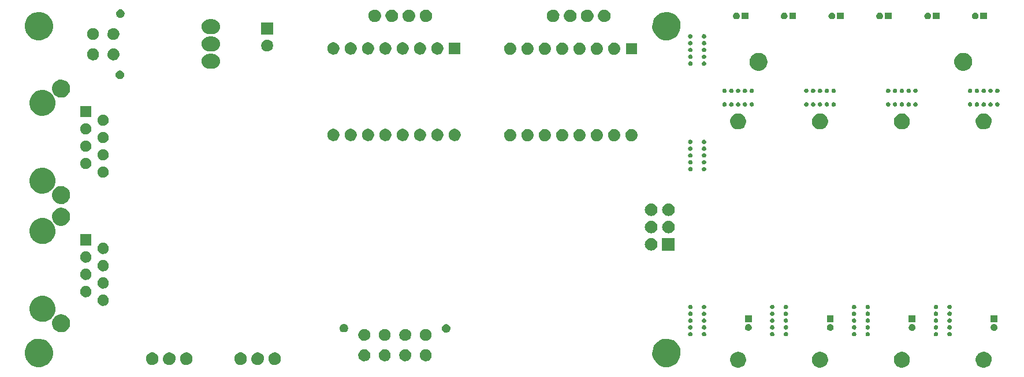
<source format=gbr>
G04 #@! TF.GenerationSoftware,KiCad,Pcbnew,(2017-08-07 revision 2d9ab80b4)-master*
G04 #@! TF.CreationDate,2017-08-10T02:16:17+02:00*
G04 #@! TF.ProjectId,z-module-pcb-r2,7A2D6D6F64756C652D7063622D72322E,rev?*
G04 #@! TF.SameCoordinates,Original*
G04 #@! TF.FileFunction,Soldermask,Bot*
G04 #@! TF.FilePolarity,Negative*
%FSLAX46Y46*%
G04 Gerber Fmt 4.6, Leading zero omitted, Abs format (unit mm)*
G04 Created by KiCad (PCBNEW (2017-08-07 revision 2d9ab80b4)-master) date Thu Aug 10 02:16:17 2017*
%MOMM*%
%LPD*%
G01*
G04 APERTURE LIST*
%ADD10C,0.100000*%
G04 APERTURE END LIST*
D10*
G36*
X241123421Y-117325779D02*
X241349138Y-117372112D01*
X241561564Y-117461408D01*
X241752602Y-117590264D01*
X241914969Y-117753769D01*
X242042485Y-117945698D01*
X242130297Y-118158743D01*
X242174917Y-118384096D01*
X242174917Y-118384112D01*
X242175050Y-118384785D01*
X242171375Y-118647979D01*
X242171224Y-118648642D01*
X242171224Y-118648666D01*
X242120328Y-118872686D01*
X242026605Y-119083189D01*
X241893775Y-119271488D01*
X241726906Y-119430394D01*
X241532344Y-119553867D01*
X241317513Y-119637195D01*
X241090580Y-119677210D01*
X240860202Y-119672384D01*
X240635146Y-119622902D01*
X240423992Y-119530652D01*
X240234771Y-119399139D01*
X240074702Y-119233383D01*
X239949875Y-119039690D01*
X239865048Y-118825441D01*
X239823451Y-118598796D01*
X239826668Y-118368392D01*
X239874578Y-118142996D01*
X239965355Y-117931196D01*
X240095541Y-117741066D01*
X240260174Y-117579845D01*
X240452989Y-117453669D01*
X240666643Y-117367349D01*
X240892990Y-117324170D01*
X241123421Y-117325779D01*
X241123421Y-117325779D01*
G37*
G36*
X229123421Y-117325779D02*
X229349138Y-117372112D01*
X229561564Y-117461408D01*
X229752602Y-117590264D01*
X229914969Y-117753769D01*
X230042485Y-117945698D01*
X230130297Y-118158743D01*
X230174917Y-118384096D01*
X230174917Y-118384112D01*
X230175050Y-118384785D01*
X230171375Y-118647979D01*
X230171224Y-118648642D01*
X230171224Y-118648666D01*
X230120328Y-118872686D01*
X230026605Y-119083189D01*
X229893775Y-119271488D01*
X229726906Y-119430394D01*
X229532344Y-119553867D01*
X229317513Y-119637195D01*
X229090580Y-119677210D01*
X228860202Y-119672384D01*
X228635146Y-119622902D01*
X228423992Y-119530652D01*
X228234771Y-119399139D01*
X228074702Y-119233383D01*
X227949875Y-119039690D01*
X227865048Y-118825441D01*
X227823451Y-118598796D01*
X227826668Y-118368392D01*
X227874578Y-118142996D01*
X227965355Y-117931196D01*
X228095541Y-117741066D01*
X228260174Y-117579845D01*
X228452989Y-117453669D01*
X228666643Y-117367349D01*
X228892990Y-117324170D01*
X229123421Y-117325779D01*
X229123421Y-117325779D01*
G37*
G36*
X217123421Y-117325779D02*
X217349138Y-117372112D01*
X217561564Y-117461408D01*
X217752602Y-117590264D01*
X217914969Y-117753769D01*
X218042485Y-117945698D01*
X218130297Y-118158743D01*
X218174917Y-118384096D01*
X218174917Y-118384112D01*
X218175050Y-118384785D01*
X218171375Y-118647979D01*
X218171224Y-118648642D01*
X218171224Y-118648666D01*
X218120328Y-118872686D01*
X218026605Y-119083189D01*
X217893775Y-119271488D01*
X217726906Y-119430394D01*
X217532344Y-119553867D01*
X217317513Y-119637195D01*
X217090580Y-119677210D01*
X216860202Y-119672384D01*
X216635146Y-119622902D01*
X216423992Y-119530652D01*
X216234771Y-119399139D01*
X216074702Y-119233383D01*
X215949875Y-119039690D01*
X215865048Y-118825441D01*
X215823451Y-118598796D01*
X215826668Y-118368392D01*
X215874578Y-118142996D01*
X215965355Y-117931196D01*
X216095541Y-117741066D01*
X216260174Y-117579845D01*
X216452989Y-117453669D01*
X216666643Y-117367349D01*
X216892990Y-117324170D01*
X217123421Y-117325779D01*
X217123421Y-117325779D01*
G37*
G36*
X253123421Y-117325779D02*
X253349138Y-117372112D01*
X253561564Y-117461408D01*
X253752602Y-117590264D01*
X253914969Y-117753769D01*
X254042485Y-117945698D01*
X254130297Y-118158743D01*
X254174917Y-118384096D01*
X254174917Y-118384112D01*
X254175050Y-118384785D01*
X254171375Y-118647979D01*
X254171224Y-118648642D01*
X254171224Y-118648666D01*
X254120328Y-118872686D01*
X254026605Y-119083189D01*
X253893775Y-119271488D01*
X253726906Y-119430394D01*
X253532344Y-119553867D01*
X253317513Y-119637195D01*
X253090580Y-119677210D01*
X252860202Y-119672384D01*
X252635146Y-119622902D01*
X252423992Y-119530652D01*
X252234771Y-119399139D01*
X252074702Y-119233383D01*
X251949875Y-119039690D01*
X251865048Y-118825441D01*
X251823451Y-118598796D01*
X251826668Y-118368392D01*
X251874578Y-118142996D01*
X251965355Y-117931196D01*
X252095541Y-117741066D01*
X252260174Y-117579845D01*
X252452989Y-117453669D01*
X252666643Y-117367349D01*
X252892990Y-117324170D01*
X253123421Y-117325779D01*
X253123421Y-117325779D01*
G37*
G36*
X114717946Y-115426379D02*
X115116567Y-115508203D01*
X115491697Y-115665893D01*
X115829059Y-115893447D01*
X116115794Y-116182190D01*
X116340983Y-116521129D01*
X116496054Y-116897356D01*
X116574956Y-117295846D01*
X116574956Y-117295863D01*
X116575089Y-117296536D01*
X116568599Y-117761325D01*
X116568447Y-117761993D01*
X116568447Y-117762012D01*
X116478449Y-118158140D01*
X116312933Y-118529896D01*
X116078370Y-118862409D01*
X115783683Y-119143036D01*
X115440096Y-119361083D01*
X115060714Y-119508236D01*
X114659961Y-119578900D01*
X114253122Y-119570377D01*
X113855685Y-119482995D01*
X113482791Y-119320082D01*
X113148642Y-119087842D01*
X112865965Y-118795121D01*
X112645528Y-118453069D01*
X112495725Y-118074713D01*
X112422268Y-117674471D01*
X112427949Y-117267585D01*
X112512556Y-116869541D01*
X112672861Y-116495524D01*
X112902764Y-116159758D01*
X113193503Y-115875045D01*
X113534005Y-115652227D01*
X113911303Y-115499788D01*
X114311026Y-115423537D01*
X114717946Y-115426379D01*
X114717946Y-115426379D01*
G37*
G36*
X206717946Y-115426379D02*
X207116567Y-115508203D01*
X207491697Y-115665893D01*
X207829059Y-115893447D01*
X208115794Y-116182190D01*
X208340983Y-116521129D01*
X208496054Y-116897356D01*
X208574956Y-117295846D01*
X208574956Y-117295863D01*
X208575089Y-117296536D01*
X208568599Y-117761325D01*
X208568447Y-117761993D01*
X208568447Y-117762012D01*
X208478449Y-118158140D01*
X208312933Y-118529896D01*
X208078370Y-118862409D01*
X207783683Y-119143036D01*
X207440096Y-119361083D01*
X207060714Y-119508236D01*
X206659961Y-119578900D01*
X206253122Y-119570377D01*
X205855685Y-119482995D01*
X205482791Y-119320082D01*
X205148642Y-119087842D01*
X204865965Y-118795121D01*
X204645528Y-118453069D01*
X204495725Y-118074713D01*
X204422268Y-117674471D01*
X204427949Y-117267585D01*
X204512556Y-116869541D01*
X204672861Y-116495524D01*
X204902764Y-116159758D01*
X205193503Y-115875045D01*
X205534005Y-115652227D01*
X205911303Y-115499788D01*
X206311026Y-115423537D01*
X206717946Y-115426379D01*
X206717946Y-115426379D01*
G37*
G36*
X131201764Y-117439982D02*
X131379386Y-117476443D01*
X131546543Y-117546708D01*
X131696878Y-117648111D01*
X131824651Y-117776778D01*
X131924996Y-117927812D01*
X131994094Y-118095453D01*
X132029178Y-118272646D01*
X132029178Y-118272662D01*
X132029311Y-118273335D01*
X132026419Y-118480448D01*
X132026267Y-118481116D01*
X132026267Y-118481135D01*
X131986249Y-118657272D01*
X131912495Y-118822929D01*
X131807973Y-118971097D01*
X131676659Y-119096146D01*
X131523553Y-119193311D01*
X131354499Y-119258882D01*
X131175920Y-119290371D01*
X130994631Y-119286572D01*
X130817530Y-119247634D01*
X130651367Y-119175039D01*
X130502469Y-119071553D01*
X130376506Y-118941114D01*
X130278278Y-118788694D01*
X130211523Y-118620094D01*
X130178791Y-118441745D01*
X130181322Y-118260436D01*
X130219023Y-118083067D01*
X130290458Y-117916396D01*
X130392902Y-117766783D01*
X130522461Y-117639908D01*
X130674185Y-117540622D01*
X130842316Y-117472694D01*
X131020433Y-117438715D01*
X131201764Y-117439982D01*
X131201764Y-117439982D01*
G37*
G36*
X133701123Y-117439982D02*
X133878745Y-117476443D01*
X134045902Y-117546708D01*
X134196237Y-117648111D01*
X134324010Y-117776778D01*
X134424355Y-117927812D01*
X134493453Y-118095453D01*
X134528537Y-118272646D01*
X134528537Y-118272662D01*
X134528670Y-118273335D01*
X134525778Y-118480448D01*
X134525626Y-118481116D01*
X134525626Y-118481135D01*
X134485608Y-118657272D01*
X134411854Y-118822929D01*
X134307332Y-118971097D01*
X134176018Y-119096146D01*
X134022912Y-119193311D01*
X133853858Y-119258882D01*
X133675279Y-119290371D01*
X133493990Y-119286572D01*
X133316889Y-119247634D01*
X133150726Y-119175039D01*
X133001828Y-119071553D01*
X132875865Y-118941114D01*
X132777637Y-118788694D01*
X132710882Y-118620094D01*
X132678150Y-118441745D01*
X132680681Y-118260436D01*
X132718382Y-118083067D01*
X132789817Y-117916396D01*
X132892261Y-117766783D01*
X133021820Y-117639908D01*
X133173544Y-117540622D01*
X133341675Y-117472694D01*
X133519792Y-117438715D01*
X133701123Y-117439982D01*
X133701123Y-117439982D01*
G37*
G36*
X136200482Y-117439982D02*
X136378104Y-117476443D01*
X136545261Y-117546708D01*
X136695596Y-117648111D01*
X136823369Y-117776778D01*
X136923714Y-117927812D01*
X136992812Y-118095453D01*
X137027896Y-118272646D01*
X137027896Y-118272662D01*
X137028029Y-118273335D01*
X137025137Y-118480448D01*
X137024985Y-118481116D01*
X137024985Y-118481135D01*
X136984967Y-118657272D01*
X136911213Y-118822929D01*
X136806691Y-118971097D01*
X136675377Y-119096146D01*
X136522271Y-119193311D01*
X136353217Y-119258882D01*
X136174638Y-119290371D01*
X135993349Y-119286572D01*
X135816248Y-119247634D01*
X135650085Y-119175039D01*
X135501187Y-119071553D01*
X135375224Y-118941114D01*
X135276996Y-118788694D01*
X135210241Y-118620094D01*
X135177509Y-118441745D01*
X135180040Y-118260436D01*
X135217741Y-118083067D01*
X135289176Y-117916396D01*
X135391620Y-117766783D01*
X135521179Y-117639908D01*
X135672903Y-117540622D01*
X135841034Y-117472694D01*
X136019151Y-117438715D01*
X136200482Y-117439982D01*
X136200482Y-117439982D01*
G37*
G36*
X144155764Y-117439982D02*
X144333386Y-117476443D01*
X144500543Y-117546708D01*
X144650878Y-117648111D01*
X144778651Y-117776778D01*
X144878996Y-117927812D01*
X144948094Y-118095453D01*
X144983178Y-118272646D01*
X144983178Y-118272662D01*
X144983311Y-118273335D01*
X144980419Y-118480448D01*
X144980267Y-118481116D01*
X144980267Y-118481135D01*
X144940249Y-118657272D01*
X144866495Y-118822929D01*
X144761973Y-118971097D01*
X144630659Y-119096146D01*
X144477553Y-119193311D01*
X144308499Y-119258882D01*
X144129920Y-119290371D01*
X143948631Y-119286572D01*
X143771530Y-119247634D01*
X143605367Y-119175039D01*
X143456469Y-119071553D01*
X143330506Y-118941114D01*
X143232278Y-118788694D01*
X143165523Y-118620094D01*
X143132791Y-118441745D01*
X143135322Y-118260436D01*
X143173023Y-118083067D01*
X143244458Y-117916396D01*
X143346902Y-117766783D01*
X143476461Y-117639908D01*
X143628185Y-117540622D01*
X143796316Y-117472694D01*
X143974433Y-117438715D01*
X144155764Y-117439982D01*
X144155764Y-117439982D01*
G37*
G36*
X146655123Y-117439982D02*
X146832745Y-117476443D01*
X146999902Y-117546708D01*
X147150237Y-117648111D01*
X147278010Y-117776778D01*
X147378355Y-117927812D01*
X147447453Y-118095453D01*
X147482537Y-118272646D01*
X147482537Y-118272662D01*
X147482670Y-118273335D01*
X147479778Y-118480448D01*
X147479626Y-118481116D01*
X147479626Y-118481135D01*
X147439608Y-118657272D01*
X147365854Y-118822929D01*
X147261332Y-118971097D01*
X147130018Y-119096146D01*
X146976912Y-119193311D01*
X146807858Y-119258882D01*
X146629279Y-119290371D01*
X146447990Y-119286572D01*
X146270889Y-119247634D01*
X146104726Y-119175039D01*
X145955828Y-119071553D01*
X145829865Y-118941114D01*
X145731637Y-118788694D01*
X145664882Y-118620094D01*
X145632150Y-118441745D01*
X145634681Y-118260436D01*
X145672382Y-118083067D01*
X145743817Y-117916396D01*
X145846261Y-117766783D01*
X145975820Y-117639908D01*
X146127544Y-117540622D01*
X146295675Y-117472694D01*
X146473792Y-117438715D01*
X146655123Y-117439982D01*
X146655123Y-117439982D01*
G37*
G36*
X149154482Y-117439982D02*
X149332104Y-117476443D01*
X149499261Y-117546708D01*
X149649596Y-117648111D01*
X149777369Y-117776778D01*
X149877714Y-117927812D01*
X149946812Y-118095453D01*
X149981896Y-118272646D01*
X149981896Y-118272662D01*
X149982029Y-118273335D01*
X149979137Y-118480448D01*
X149978985Y-118481116D01*
X149978985Y-118481135D01*
X149938967Y-118657272D01*
X149865213Y-118822929D01*
X149760691Y-118971097D01*
X149629377Y-119096146D01*
X149476271Y-119193311D01*
X149307217Y-119258882D01*
X149128638Y-119290371D01*
X148947349Y-119286572D01*
X148770248Y-119247634D01*
X148604085Y-119175039D01*
X148455187Y-119071553D01*
X148329224Y-118941114D01*
X148230996Y-118788694D01*
X148164241Y-118620094D01*
X148131509Y-118441745D01*
X148134040Y-118260436D01*
X148171741Y-118083067D01*
X148243176Y-117916396D01*
X148345620Y-117766783D01*
X148475179Y-117639908D01*
X148626903Y-117540622D01*
X148795034Y-117472694D01*
X148973151Y-117438715D01*
X149154482Y-117439982D01*
X149154482Y-117439982D01*
G37*
G36*
X165287910Y-116981579D02*
X165455993Y-117016082D01*
X165614189Y-117082580D01*
X165756449Y-117178536D01*
X165877361Y-117300295D01*
X165972320Y-117443220D01*
X166037712Y-117601872D01*
X166070905Y-117769512D01*
X166070905Y-117769529D01*
X166071038Y-117770202D01*
X166068301Y-117966197D01*
X166068150Y-117966860D01*
X166068150Y-117966884D01*
X166030289Y-118133528D01*
X165960491Y-118290298D01*
X165861581Y-118430511D01*
X165737315Y-118548847D01*
X165592427Y-118640797D01*
X165432447Y-118702849D01*
X165263453Y-118732648D01*
X165091894Y-118729053D01*
X164924300Y-118692206D01*
X164767055Y-118623507D01*
X164626149Y-118525575D01*
X164506945Y-118402136D01*
X164413992Y-118257900D01*
X164350822Y-118098350D01*
X164319845Y-117929572D01*
X164322241Y-117757995D01*
X164357918Y-117590146D01*
X164425519Y-117432422D01*
X164522463Y-117290837D01*
X164645067Y-117170776D01*
X164788655Y-117076814D01*
X164947750Y-117012535D01*
X165116312Y-116980380D01*
X165287910Y-116981579D01*
X165287910Y-116981579D01*
G37*
G36*
X162287910Y-116981579D02*
X162455993Y-117016082D01*
X162614189Y-117082580D01*
X162756449Y-117178536D01*
X162877361Y-117300295D01*
X162972320Y-117443220D01*
X163037712Y-117601872D01*
X163070905Y-117769512D01*
X163070905Y-117769529D01*
X163071038Y-117770202D01*
X163068301Y-117966197D01*
X163068150Y-117966860D01*
X163068150Y-117966884D01*
X163030289Y-118133528D01*
X162960491Y-118290298D01*
X162861581Y-118430511D01*
X162737315Y-118548847D01*
X162592427Y-118640797D01*
X162432447Y-118702849D01*
X162263453Y-118732648D01*
X162091894Y-118729053D01*
X161924300Y-118692206D01*
X161767055Y-118623507D01*
X161626149Y-118525575D01*
X161506945Y-118402136D01*
X161413992Y-118257900D01*
X161350822Y-118098350D01*
X161319845Y-117929572D01*
X161322241Y-117757995D01*
X161357918Y-117590146D01*
X161425519Y-117432422D01*
X161522463Y-117290837D01*
X161645067Y-117170776D01*
X161788655Y-117076814D01*
X161947750Y-117012535D01*
X162116312Y-116980380D01*
X162287910Y-116981579D01*
X162287910Y-116981579D01*
G37*
G36*
X168287910Y-116981579D02*
X168455993Y-117016082D01*
X168614189Y-117082580D01*
X168756449Y-117178536D01*
X168877361Y-117300295D01*
X168972320Y-117443220D01*
X169037712Y-117601872D01*
X169070905Y-117769512D01*
X169070905Y-117769529D01*
X169071038Y-117770202D01*
X169068301Y-117966197D01*
X169068150Y-117966860D01*
X169068150Y-117966884D01*
X169030289Y-118133528D01*
X168960491Y-118290298D01*
X168861581Y-118430511D01*
X168737315Y-118548847D01*
X168592427Y-118640797D01*
X168432447Y-118702849D01*
X168263453Y-118732648D01*
X168091894Y-118729053D01*
X167924300Y-118692206D01*
X167767055Y-118623507D01*
X167626149Y-118525575D01*
X167506945Y-118402136D01*
X167413992Y-118257900D01*
X167350822Y-118098350D01*
X167319845Y-117929572D01*
X167322241Y-117757995D01*
X167357918Y-117590146D01*
X167425519Y-117432422D01*
X167522463Y-117290837D01*
X167645067Y-117170776D01*
X167788655Y-117076814D01*
X167947750Y-117012535D01*
X168116312Y-116980380D01*
X168287910Y-116981579D01*
X168287910Y-116981579D01*
G37*
G36*
X171287910Y-116981579D02*
X171455993Y-117016082D01*
X171614189Y-117082580D01*
X171756449Y-117178536D01*
X171877361Y-117300295D01*
X171972320Y-117443220D01*
X172037712Y-117601872D01*
X172070905Y-117769512D01*
X172070905Y-117769529D01*
X172071038Y-117770202D01*
X172068301Y-117966197D01*
X172068150Y-117966860D01*
X172068150Y-117966884D01*
X172030289Y-118133528D01*
X171960491Y-118290298D01*
X171861581Y-118430511D01*
X171737315Y-118548847D01*
X171592427Y-118640797D01*
X171432447Y-118702849D01*
X171263453Y-118732648D01*
X171091894Y-118729053D01*
X170924300Y-118692206D01*
X170767055Y-118623507D01*
X170626149Y-118525575D01*
X170506945Y-118402136D01*
X170413992Y-118257900D01*
X170350822Y-118098350D01*
X170319845Y-117929572D01*
X170322241Y-117757995D01*
X170357918Y-117590146D01*
X170425519Y-117432422D01*
X170522463Y-117290837D01*
X170645067Y-117170776D01*
X170788655Y-117076814D01*
X170947750Y-117012535D01*
X171116312Y-116980380D01*
X171287910Y-116981579D01*
X171287910Y-116981579D01*
G37*
G36*
X168287910Y-113981579D02*
X168455993Y-114016082D01*
X168614189Y-114082580D01*
X168756449Y-114178536D01*
X168877361Y-114300295D01*
X168972320Y-114443220D01*
X169037712Y-114601872D01*
X169070905Y-114769512D01*
X169070905Y-114769529D01*
X169071038Y-114770202D01*
X169068301Y-114966197D01*
X169068150Y-114966860D01*
X169068150Y-114966884D01*
X169030289Y-115133528D01*
X168960491Y-115290298D01*
X168861581Y-115430511D01*
X168737315Y-115548847D01*
X168592427Y-115640797D01*
X168432447Y-115702849D01*
X168263453Y-115732648D01*
X168091894Y-115729053D01*
X167924300Y-115692206D01*
X167767055Y-115623507D01*
X167626149Y-115525575D01*
X167506945Y-115402136D01*
X167413992Y-115257900D01*
X167350822Y-115098350D01*
X167319845Y-114929572D01*
X167322241Y-114757995D01*
X167357918Y-114590146D01*
X167425519Y-114432422D01*
X167522463Y-114290837D01*
X167645067Y-114170776D01*
X167788655Y-114076814D01*
X167947750Y-114012535D01*
X168116312Y-113980380D01*
X168287910Y-113981579D01*
X168287910Y-113981579D01*
G37*
G36*
X162287910Y-113981579D02*
X162455993Y-114016082D01*
X162614189Y-114082580D01*
X162756449Y-114178536D01*
X162877361Y-114300295D01*
X162972320Y-114443220D01*
X163037712Y-114601872D01*
X163070905Y-114769512D01*
X163070905Y-114769529D01*
X163071038Y-114770202D01*
X163068301Y-114966197D01*
X163068150Y-114966860D01*
X163068150Y-114966884D01*
X163030289Y-115133528D01*
X162960491Y-115290298D01*
X162861581Y-115430511D01*
X162737315Y-115548847D01*
X162592427Y-115640797D01*
X162432447Y-115702849D01*
X162263453Y-115732648D01*
X162091894Y-115729053D01*
X161924300Y-115692206D01*
X161767055Y-115623507D01*
X161626149Y-115525575D01*
X161506945Y-115402136D01*
X161413992Y-115257900D01*
X161350822Y-115098350D01*
X161319845Y-114929572D01*
X161322241Y-114757995D01*
X161357918Y-114590146D01*
X161425519Y-114432422D01*
X161522463Y-114290837D01*
X161645067Y-114170776D01*
X161788655Y-114076814D01*
X161947750Y-114012535D01*
X162116312Y-113980380D01*
X162287910Y-113981579D01*
X162287910Y-113981579D01*
G37*
G36*
X165287910Y-113981579D02*
X165455993Y-114016082D01*
X165614189Y-114082580D01*
X165756449Y-114178536D01*
X165877361Y-114300295D01*
X165972320Y-114443220D01*
X166037712Y-114601872D01*
X166070905Y-114769512D01*
X166070905Y-114769529D01*
X166071038Y-114770202D01*
X166068301Y-114966197D01*
X166068150Y-114966860D01*
X166068150Y-114966884D01*
X166030289Y-115133528D01*
X165960491Y-115290298D01*
X165861581Y-115430511D01*
X165737315Y-115548847D01*
X165592427Y-115640797D01*
X165432447Y-115702849D01*
X165263453Y-115732648D01*
X165091894Y-115729053D01*
X164924300Y-115692206D01*
X164767055Y-115623507D01*
X164626149Y-115525575D01*
X164506945Y-115402136D01*
X164413992Y-115257900D01*
X164350822Y-115098350D01*
X164319845Y-114929572D01*
X164322241Y-114757995D01*
X164357918Y-114590146D01*
X164425519Y-114432422D01*
X164522463Y-114290837D01*
X164645067Y-114170776D01*
X164788655Y-114076814D01*
X164947750Y-114012535D01*
X165116312Y-113980380D01*
X165287910Y-113981579D01*
X165287910Y-113981579D01*
G37*
G36*
X171287910Y-113981579D02*
X171455993Y-114016082D01*
X171614189Y-114082580D01*
X171756449Y-114178536D01*
X171877361Y-114300295D01*
X171972320Y-114443220D01*
X172037712Y-114601872D01*
X172070905Y-114769512D01*
X172070905Y-114769529D01*
X172071038Y-114770202D01*
X172068301Y-114966197D01*
X172068150Y-114966860D01*
X172068150Y-114966884D01*
X172030289Y-115133528D01*
X171960491Y-115290298D01*
X171861581Y-115430511D01*
X171737315Y-115548847D01*
X171592427Y-115640797D01*
X171432447Y-115702849D01*
X171263453Y-115732648D01*
X171091894Y-115729053D01*
X170924300Y-115692206D01*
X170767055Y-115623507D01*
X170626149Y-115525575D01*
X170506945Y-115402136D01*
X170413992Y-115257900D01*
X170350822Y-115098350D01*
X170319845Y-114929572D01*
X170322241Y-114757995D01*
X170357918Y-114590146D01*
X170425519Y-114432422D01*
X170522463Y-114290837D01*
X170645067Y-114170776D01*
X170788655Y-114076814D01*
X170947750Y-114012535D01*
X171116312Y-113980380D01*
X171287910Y-113981579D01*
X171287910Y-113981579D01*
G37*
G36*
X210034141Y-114425213D02*
X210096570Y-114438028D01*
X210155327Y-114462727D01*
X210208167Y-114498368D01*
X210253081Y-114543596D01*
X210288348Y-114596679D01*
X210312639Y-114655612D01*
X210324881Y-114717440D01*
X210324881Y-114717459D01*
X210325014Y-114718132D01*
X210323998Y-114790930D01*
X210323846Y-114791598D01*
X210323846Y-114791617D01*
X210309881Y-114853081D01*
X210283955Y-114911312D01*
X210247216Y-114963392D01*
X210201060Y-115007346D01*
X210147245Y-115041498D01*
X210087827Y-115064545D01*
X210025052Y-115075614D01*
X209961332Y-115074279D01*
X209899079Y-115060592D01*
X209840679Y-115035078D01*
X209788341Y-114998702D01*
X209744065Y-114952853D01*
X209709538Y-114899277D01*
X209686073Y-114840013D01*
X209674569Y-114777327D01*
X209675458Y-114713599D01*
X209688711Y-114651249D01*
X209713817Y-114592672D01*
X209749827Y-114540083D01*
X209795369Y-114495484D01*
X209848697Y-114460587D01*
X209907792Y-114436711D01*
X209970400Y-114424768D01*
X210034141Y-114425213D01*
X210034141Y-114425213D01*
G37*
G36*
X246034141Y-114425213D02*
X246096570Y-114438028D01*
X246155327Y-114462727D01*
X246208167Y-114498368D01*
X246253081Y-114543596D01*
X246288348Y-114596679D01*
X246312639Y-114655612D01*
X246324881Y-114717440D01*
X246324881Y-114717459D01*
X246325014Y-114718132D01*
X246323998Y-114790930D01*
X246323846Y-114791598D01*
X246323846Y-114791617D01*
X246309881Y-114853081D01*
X246283955Y-114911312D01*
X246247216Y-114963392D01*
X246201060Y-115007346D01*
X246147245Y-115041498D01*
X246087827Y-115064545D01*
X246025052Y-115075614D01*
X245961332Y-115074279D01*
X245899079Y-115060592D01*
X245840679Y-115035078D01*
X245788341Y-114998702D01*
X245744065Y-114952853D01*
X245709538Y-114899277D01*
X245686073Y-114840013D01*
X245674569Y-114777327D01*
X245675458Y-114713599D01*
X245688711Y-114651249D01*
X245713817Y-114592672D01*
X245749827Y-114540083D01*
X245795369Y-114495484D01*
X245848697Y-114460587D01*
X245907792Y-114436711D01*
X245970400Y-114424768D01*
X246034141Y-114425213D01*
X246034141Y-114425213D01*
G37*
G36*
X212034141Y-114425213D02*
X212096570Y-114438028D01*
X212155327Y-114462727D01*
X212208167Y-114498368D01*
X212253081Y-114543596D01*
X212288348Y-114596679D01*
X212312639Y-114655612D01*
X212324881Y-114717440D01*
X212324881Y-114717459D01*
X212325014Y-114718132D01*
X212323998Y-114790930D01*
X212323846Y-114791598D01*
X212323846Y-114791617D01*
X212309881Y-114853081D01*
X212283955Y-114911312D01*
X212247216Y-114963392D01*
X212201060Y-115007346D01*
X212147245Y-115041498D01*
X212087827Y-115064545D01*
X212025052Y-115075614D01*
X211961332Y-115074279D01*
X211899079Y-115060592D01*
X211840679Y-115035078D01*
X211788341Y-114998702D01*
X211744065Y-114952853D01*
X211709538Y-114899277D01*
X211686073Y-114840013D01*
X211674569Y-114777327D01*
X211675458Y-114713599D01*
X211688711Y-114651249D01*
X211713817Y-114592672D01*
X211749827Y-114540083D01*
X211795369Y-114495484D01*
X211848697Y-114460587D01*
X211907792Y-114436711D01*
X211970400Y-114424768D01*
X212034141Y-114425213D01*
X212034141Y-114425213D01*
G37*
G36*
X222034141Y-114425213D02*
X222096570Y-114438028D01*
X222155327Y-114462727D01*
X222208167Y-114498368D01*
X222253081Y-114543596D01*
X222288348Y-114596679D01*
X222312639Y-114655612D01*
X222324881Y-114717440D01*
X222324881Y-114717459D01*
X222325014Y-114718132D01*
X222323998Y-114790930D01*
X222323846Y-114791598D01*
X222323846Y-114791617D01*
X222309881Y-114853081D01*
X222283955Y-114911312D01*
X222247216Y-114963392D01*
X222201060Y-115007346D01*
X222147245Y-115041498D01*
X222087827Y-115064545D01*
X222025052Y-115075614D01*
X221961332Y-115074279D01*
X221899079Y-115060592D01*
X221840679Y-115035078D01*
X221788341Y-114998702D01*
X221744065Y-114952853D01*
X221709538Y-114899277D01*
X221686073Y-114840013D01*
X221674569Y-114777327D01*
X221675458Y-114713599D01*
X221688711Y-114651249D01*
X221713817Y-114592672D01*
X221749827Y-114540083D01*
X221795369Y-114495484D01*
X221848697Y-114460587D01*
X221907792Y-114436711D01*
X221970400Y-114424768D01*
X222034141Y-114425213D01*
X222034141Y-114425213D01*
G37*
G36*
X224034141Y-114425213D02*
X224096570Y-114438028D01*
X224155327Y-114462727D01*
X224208167Y-114498368D01*
X224253081Y-114543596D01*
X224288348Y-114596679D01*
X224312639Y-114655612D01*
X224324881Y-114717440D01*
X224324881Y-114717459D01*
X224325014Y-114718132D01*
X224323998Y-114790930D01*
X224323846Y-114791598D01*
X224323846Y-114791617D01*
X224309881Y-114853081D01*
X224283955Y-114911312D01*
X224247216Y-114963392D01*
X224201060Y-115007346D01*
X224147245Y-115041498D01*
X224087827Y-115064545D01*
X224025052Y-115075614D01*
X223961332Y-115074279D01*
X223899079Y-115060592D01*
X223840679Y-115035078D01*
X223788341Y-114998702D01*
X223744065Y-114952853D01*
X223709538Y-114899277D01*
X223686073Y-114840013D01*
X223674569Y-114777327D01*
X223675458Y-114713599D01*
X223688711Y-114651249D01*
X223713817Y-114592672D01*
X223749827Y-114540083D01*
X223795369Y-114495484D01*
X223848697Y-114460587D01*
X223907792Y-114436711D01*
X223970400Y-114424768D01*
X224034141Y-114425213D01*
X224034141Y-114425213D01*
G37*
G36*
X234034141Y-114425213D02*
X234096570Y-114438028D01*
X234155327Y-114462727D01*
X234208167Y-114498368D01*
X234253081Y-114543596D01*
X234288348Y-114596679D01*
X234312639Y-114655612D01*
X234324881Y-114717440D01*
X234324881Y-114717459D01*
X234325014Y-114718132D01*
X234323998Y-114790930D01*
X234323846Y-114791598D01*
X234323846Y-114791617D01*
X234309881Y-114853081D01*
X234283955Y-114911312D01*
X234247216Y-114963392D01*
X234201060Y-115007346D01*
X234147245Y-115041498D01*
X234087827Y-115064545D01*
X234025052Y-115075614D01*
X233961332Y-115074279D01*
X233899079Y-115060592D01*
X233840679Y-115035078D01*
X233788341Y-114998702D01*
X233744065Y-114952853D01*
X233709538Y-114899277D01*
X233686073Y-114840013D01*
X233674569Y-114777327D01*
X233675458Y-114713599D01*
X233688711Y-114651249D01*
X233713817Y-114592672D01*
X233749827Y-114540083D01*
X233795369Y-114495484D01*
X233848697Y-114460587D01*
X233907792Y-114436711D01*
X233970400Y-114424768D01*
X234034141Y-114425213D01*
X234034141Y-114425213D01*
G37*
G36*
X236034141Y-114425213D02*
X236096570Y-114438028D01*
X236155327Y-114462727D01*
X236208167Y-114498368D01*
X236253081Y-114543596D01*
X236288348Y-114596679D01*
X236312639Y-114655612D01*
X236324881Y-114717440D01*
X236324881Y-114717459D01*
X236325014Y-114718132D01*
X236323998Y-114790930D01*
X236323846Y-114791598D01*
X236323846Y-114791617D01*
X236309881Y-114853081D01*
X236283955Y-114911312D01*
X236247216Y-114963392D01*
X236201060Y-115007346D01*
X236147245Y-115041498D01*
X236087827Y-115064545D01*
X236025052Y-115075614D01*
X235961332Y-115074279D01*
X235899079Y-115060592D01*
X235840679Y-115035078D01*
X235788341Y-114998702D01*
X235744065Y-114952853D01*
X235709538Y-114899277D01*
X235686073Y-114840013D01*
X235674569Y-114777327D01*
X235675458Y-114713599D01*
X235688711Y-114651249D01*
X235713817Y-114592672D01*
X235749827Y-114540083D01*
X235795369Y-114495484D01*
X235848697Y-114460587D01*
X235907792Y-114436711D01*
X235970400Y-114424768D01*
X236034141Y-114425213D01*
X236034141Y-114425213D01*
G37*
G36*
X248034141Y-114425213D02*
X248096570Y-114438028D01*
X248155327Y-114462727D01*
X248208167Y-114498368D01*
X248253081Y-114543596D01*
X248288348Y-114596679D01*
X248312639Y-114655612D01*
X248324881Y-114717440D01*
X248324881Y-114717459D01*
X248325014Y-114718132D01*
X248323998Y-114790930D01*
X248323846Y-114791598D01*
X248323846Y-114791617D01*
X248309881Y-114853081D01*
X248283955Y-114911312D01*
X248247216Y-114963392D01*
X248201060Y-115007346D01*
X248147245Y-115041498D01*
X248087827Y-115064545D01*
X248025052Y-115075614D01*
X247961332Y-115074279D01*
X247899079Y-115060592D01*
X247840679Y-115035078D01*
X247788341Y-114998702D01*
X247744065Y-114952853D01*
X247709538Y-114899277D01*
X247686073Y-114840013D01*
X247674569Y-114777327D01*
X247675458Y-114713599D01*
X247688711Y-114651249D01*
X247713817Y-114592672D01*
X247749827Y-114540083D01*
X247795369Y-114495484D01*
X247848697Y-114460587D01*
X247907792Y-114436711D01*
X247970400Y-114424768D01*
X248034141Y-114425213D01*
X248034141Y-114425213D01*
G37*
G36*
X174261647Y-113291413D02*
X174381716Y-113316059D01*
X174494705Y-113363555D01*
X174596321Y-113432097D01*
X174682687Y-113519067D01*
X174750515Y-113621156D01*
X174797224Y-113734480D01*
X174820894Y-113854026D01*
X174820894Y-113854043D01*
X174821027Y-113854716D01*
X174819072Y-113994712D01*
X174818920Y-113995380D01*
X174818920Y-113995400D01*
X174791922Y-114114234D01*
X174742065Y-114226215D01*
X174671416Y-114326365D01*
X174582654Y-114410892D01*
X174479161Y-114476571D01*
X174364891Y-114520893D01*
X174244180Y-114542178D01*
X174121639Y-114539610D01*
X174001926Y-114513290D01*
X173889612Y-114464222D01*
X173788963Y-114394269D01*
X173703819Y-114306099D01*
X173637422Y-114203070D01*
X173592299Y-114089105D01*
X173570174Y-113968551D01*
X173571885Y-113845997D01*
X173597370Y-113726101D01*
X173645654Y-113613447D01*
X173714904Y-113512309D01*
X173802472Y-113426556D01*
X173905039Y-113359438D01*
X174018679Y-113313524D01*
X174139079Y-113290556D01*
X174261647Y-113291413D01*
X174261647Y-113291413D01*
G37*
G36*
X159261647Y-113231413D02*
X159381716Y-113256059D01*
X159494705Y-113303555D01*
X159596321Y-113372097D01*
X159682687Y-113459067D01*
X159750515Y-113561156D01*
X159797224Y-113674480D01*
X159820894Y-113794026D01*
X159820894Y-113794043D01*
X159821027Y-113794716D01*
X159819072Y-113934712D01*
X159818920Y-113935380D01*
X159818920Y-113935400D01*
X159791922Y-114054234D01*
X159742065Y-114166215D01*
X159671416Y-114266365D01*
X159582654Y-114350892D01*
X159479161Y-114416571D01*
X159364891Y-114460893D01*
X159244180Y-114482178D01*
X159121639Y-114479610D01*
X159001926Y-114453290D01*
X158889612Y-114404222D01*
X158788963Y-114334269D01*
X158703819Y-114246099D01*
X158637422Y-114143070D01*
X158592299Y-114029105D01*
X158570174Y-113908551D01*
X158571885Y-113785997D01*
X158597370Y-113666101D01*
X158645654Y-113553447D01*
X158714904Y-113452309D01*
X158802472Y-113366556D01*
X158905039Y-113299438D01*
X159018679Y-113253524D01*
X159139079Y-113230556D01*
X159261647Y-113231413D01*
X159261647Y-113231413D01*
G37*
G36*
X117893894Y-111825879D02*
X118148427Y-111878127D01*
X118387971Y-111978822D01*
X118603393Y-112124126D01*
X118786493Y-112308508D01*
X118930286Y-112524936D01*
X119029308Y-112765179D01*
X119079642Y-113019388D01*
X119079642Y-113019404D01*
X119079775Y-113020077D01*
X119075630Y-113316870D01*
X119075479Y-113317533D01*
X119075479Y-113317557D01*
X119018066Y-113570262D01*
X118912378Y-113807639D01*
X118762591Y-114019976D01*
X118574419Y-114199170D01*
X118355023Y-114338402D01*
X118112764Y-114432369D01*
X117856862Y-114477492D01*
X117597072Y-114472049D01*
X117343288Y-114416252D01*
X117105174Y-114312222D01*
X116891802Y-114163925D01*
X116711297Y-113977006D01*
X116570536Y-113758587D01*
X116474878Y-113516985D01*
X116427972Y-113261410D01*
X116431600Y-113001591D01*
X116485625Y-112747421D01*
X116587991Y-112508583D01*
X116734796Y-112294182D01*
X116920445Y-112112380D01*
X117137881Y-111970094D01*
X117378802Y-111872755D01*
X117634048Y-111824064D01*
X117893894Y-111825879D01*
X117893894Y-111825879D01*
G37*
G36*
X242552517Y-113250330D02*
X242648575Y-113270047D01*
X242738962Y-113308042D01*
X242820255Y-113362875D01*
X242889350Y-113432454D01*
X242943614Y-113514127D01*
X242980981Y-113604787D01*
X242999889Y-113700279D01*
X242999889Y-113700304D01*
X243000021Y-113700972D01*
X242998457Y-113812970D01*
X242998306Y-113813633D01*
X242998306Y-113813656D01*
X242976738Y-113908587D01*
X242936853Y-113998169D01*
X242880331Y-114078295D01*
X242809324Y-114145914D01*
X242726528Y-114198458D01*
X242635113Y-114233916D01*
X242538545Y-114250943D01*
X242440511Y-114248889D01*
X242344743Y-114227833D01*
X242254888Y-114188577D01*
X242174371Y-114132616D01*
X242106252Y-114062077D01*
X242053138Y-113979661D01*
X242017038Y-113888484D01*
X241999338Y-113792042D01*
X242000707Y-113693998D01*
X242021095Y-113598078D01*
X242059721Y-113507958D01*
X242115122Y-113427047D01*
X242185178Y-113358444D01*
X242267228Y-113304751D01*
X242358144Y-113268019D01*
X242454464Y-113249645D01*
X242552517Y-113250330D01*
X242552517Y-113250330D01*
G37*
G36*
X230552517Y-113250330D02*
X230648575Y-113270047D01*
X230738962Y-113308042D01*
X230820255Y-113362875D01*
X230889350Y-113432454D01*
X230943614Y-113514127D01*
X230980981Y-113604787D01*
X230999889Y-113700279D01*
X230999889Y-113700304D01*
X231000021Y-113700972D01*
X230998457Y-113812970D01*
X230998306Y-113813633D01*
X230998306Y-113813656D01*
X230976738Y-113908587D01*
X230936853Y-113998169D01*
X230880331Y-114078295D01*
X230809324Y-114145914D01*
X230726528Y-114198458D01*
X230635113Y-114233916D01*
X230538545Y-114250943D01*
X230440511Y-114248889D01*
X230344743Y-114227833D01*
X230254888Y-114188577D01*
X230174371Y-114132616D01*
X230106252Y-114062077D01*
X230053138Y-113979661D01*
X230017038Y-113888484D01*
X229999338Y-113792042D01*
X230000707Y-113693998D01*
X230021095Y-113598078D01*
X230059721Y-113507958D01*
X230115122Y-113427047D01*
X230185178Y-113358444D01*
X230267228Y-113304751D01*
X230358144Y-113268019D01*
X230454464Y-113249645D01*
X230552517Y-113250330D01*
X230552517Y-113250330D01*
G37*
G36*
X218552517Y-113250330D02*
X218648575Y-113270047D01*
X218738962Y-113308042D01*
X218820255Y-113362875D01*
X218889350Y-113432454D01*
X218943614Y-113514127D01*
X218980981Y-113604787D01*
X218999889Y-113700279D01*
X218999889Y-113700304D01*
X219000021Y-113700972D01*
X218998457Y-113812970D01*
X218998306Y-113813633D01*
X218998306Y-113813656D01*
X218976738Y-113908587D01*
X218936853Y-113998169D01*
X218880331Y-114078295D01*
X218809324Y-114145914D01*
X218726528Y-114198458D01*
X218635113Y-114233916D01*
X218538545Y-114250943D01*
X218440511Y-114248889D01*
X218344743Y-114227833D01*
X218254888Y-114188577D01*
X218174371Y-114132616D01*
X218106252Y-114062077D01*
X218053138Y-113979661D01*
X218017038Y-113888484D01*
X217999338Y-113792042D01*
X218000707Y-113693998D01*
X218021095Y-113598078D01*
X218059721Y-113507958D01*
X218115122Y-113427047D01*
X218185178Y-113358444D01*
X218267228Y-113304751D01*
X218358144Y-113268019D01*
X218454464Y-113249645D01*
X218552517Y-113250330D01*
X218552517Y-113250330D01*
G37*
G36*
X254552517Y-113250330D02*
X254648575Y-113270047D01*
X254738962Y-113308042D01*
X254820255Y-113362875D01*
X254889350Y-113432454D01*
X254943614Y-113514127D01*
X254980981Y-113604787D01*
X254999889Y-113700279D01*
X254999889Y-113700304D01*
X255000021Y-113700972D01*
X254998457Y-113812970D01*
X254998306Y-113813633D01*
X254998306Y-113813656D01*
X254976738Y-113908587D01*
X254936853Y-113998169D01*
X254880331Y-114078295D01*
X254809324Y-114145914D01*
X254726528Y-114198458D01*
X254635113Y-114233916D01*
X254538545Y-114250943D01*
X254440511Y-114248889D01*
X254344743Y-114227833D01*
X254254888Y-114188577D01*
X254174371Y-114132616D01*
X254106252Y-114062077D01*
X254053138Y-113979661D01*
X254017038Y-113888484D01*
X253999338Y-113792042D01*
X254000707Y-113693998D01*
X254021095Y-113598078D01*
X254059721Y-113507958D01*
X254115122Y-113427047D01*
X254185178Y-113358444D01*
X254267228Y-113304751D01*
X254358144Y-113268019D01*
X254454464Y-113249645D01*
X254552517Y-113250330D01*
X254552517Y-113250330D01*
G37*
G36*
X234034141Y-113425213D02*
X234096570Y-113438028D01*
X234155327Y-113462727D01*
X234208167Y-113498368D01*
X234253081Y-113543596D01*
X234288348Y-113596679D01*
X234312639Y-113655612D01*
X234324881Y-113717440D01*
X234324881Y-113717459D01*
X234325014Y-113718132D01*
X234323998Y-113790930D01*
X234323846Y-113791598D01*
X234323846Y-113791617D01*
X234309881Y-113853081D01*
X234283955Y-113911312D01*
X234247216Y-113963392D01*
X234201060Y-114007346D01*
X234147245Y-114041498D01*
X234087827Y-114064545D01*
X234025052Y-114075614D01*
X233961332Y-114074279D01*
X233899079Y-114060592D01*
X233840679Y-114035078D01*
X233788341Y-113998702D01*
X233744065Y-113952853D01*
X233709538Y-113899277D01*
X233686073Y-113840013D01*
X233674569Y-113777327D01*
X233675458Y-113713599D01*
X233688711Y-113651249D01*
X233713817Y-113592672D01*
X233749827Y-113540083D01*
X233795369Y-113495484D01*
X233848697Y-113460587D01*
X233907792Y-113436711D01*
X233970400Y-113424768D01*
X234034141Y-113425213D01*
X234034141Y-113425213D01*
G37*
G36*
X210034141Y-113425213D02*
X210096570Y-113438028D01*
X210155327Y-113462727D01*
X210208167Y-113498368D01*
X210253081Y-113543596D01*
X210288348Y-113596679D01*
X210312639Y-113655612D01*
X210324881Y-113717440D01*
X210324881Y-113717459D01*
X210325014Y-113718132D01*
X210323998Y-113790930D01*
X210323846Y-113791598D01*
X210323846Y-113791617D01*
X210309881Y-113853081D01*
X210283955Y-113911312D01*
X210247216Y-113963392D01*
X210201060Y-114007346D01*
X210147245Y-114041498D01*
X210087827Y-114064545D01*
X210025052Y-114075614D01*
X209961332Y-114074279D01*
X209899079Y-114060592D01*
X209840679Y-114035078D01*
X209788341Y-113998702D01*
X209744065Y-113952853D01*
X209709538Y-113899277D01*
X209686073Y-113840013D01*
X209674569Y-113777327D01*
X209675458Y-113713599D01*
X209688711Y-113651249D01*
X209713817Y-113592672D01*
X209749827Y-113540083D01*
X209795369Y-113495484D01*
X209848697Y-113460587D01*
X209907792Y-113436711D01*
X209970400Y-113424768D01*
X210034141Y-113425213D01*
X210034141Y-113425213D01*
G37*
G36*
X212034141Y-113425213D02*
X212096570Y-113438028D01*
X212155327Y-113462727D01*
X212208167Y-113498368D01*
X212253081Y-113543596D01*
X212288348Y-113596679D01*
X212312639Y-113655612D01*
X212324881Y-113717440D01*
X212324881Y-113717459D01*
X212325014Y-113718132D01*
X212323998Y-113790930D01*
X212323846Y-113791598D01*
X212323846Y-113791617D01*
X212309881Y-113853081D01*
X212283955Y-113911312D01*
X212247216Y-113963392D01*
X212201060Y-114007346D01*
X212147245Y-114041498D01*
X212087827Y-114064545D01*
X212025052Y-114075614D01*
X211961332Y-114074279D01*
X211899079Y-114060592D01*
X211840679Y-114035078D01*
X211788341Y-113998702D01*
X211744065Y-113952853D01*
X211709538Y-113899277D01*
X211686073Y-113840013D01*
X211674569Y-113777327D01*
X211675458Y-113713599D01*
X211688711Y-113651249D01*
X211713817Y-113592672D01*
X211749827Y-113540083D01*
X211795369Y-113495484D01*
X211848697Y-113460587D01*
X211907792Y-113436711D01*
X211970400Y-113424768D01*
X212034141Y-113425213D01*
X212034141Y-113425213D01*
G37*
G36*
X222034141Y-113425213D02*
X222096570Y-113438028D01*
X222155327Y-113462727D01*
X222208167Y-113498368D01*
X222253081Y-113543596D01*
X222288348Y-113596679D01*
X222312639Y-113655612D01*
X222324881Y-113717440D01*
X222324881Y-113717459D01*
X222325014Y-113718132D01*
X222323998Y-113790930D01*
X222323846Y-113791598D01*
X222323846Y-113791617D01*
X222309881Y-113853081D01*
X222283955Y-113911312D01*
X222247216Y-113963392D01*
X222201060Y-114007346D01*
X222147245Y-114041498D01*
X222087827Y-114064545D01*
X222025052Y-114075614D01*
X221961332Y-114074279D01*
X221899079Y-114060592D01*
X221840679Y-114035078D01*
X221788341Y-113998702D01*
X221744065Y-113952853D01*
X221709538Y-113899277D01*
X221686073Y-113840013D01*
X221674569Y-113777327D01*
X221675458Y-113713599D01*
X221688711Y-113651249D01*
X221713817Y-113592672D01*
X221749827Y-113540083D01*
X221795369Y-113495484D01*
X221848697Y-113460587D01*
X221907792Y-113436711D01*
X221970400Y-113424768D01*
X222034141Y-113425213D01*
X222034141Y-113425213D01*
G37*
G36*
X224034141Y-113425213D02*
X224096570Y-113438028D01*
X224155327Y-113462727D01*
X224208167Y-113498368D01*
X224253081Y-113543596D01*
X224288348Y-113596679D01*
X224312639Y-113655612D01*
X224324881Y-113717440D01*
X224324881Y-113717459D01*
X224325014Y-113718132D01*
X224323998Y-113790930D01*
X224323846Y-113791598D01*
X224323846Y-113791617D01*
X224309881Y-113853081D01*
X224283955Y-113911312D01*
X224247216Y-113963392D01*
X224201060Y-114007346D01*
X224147245Y-114041498D01*
X224087827Y-114064545D01*
X224025052Y-114075614D01*
X223961332Y-114074279D01*
X223899079Y-114060592D01*
X223840679Y-114035078D01*
X223788341Y-113998702D01*
X223744065Y-113952853D01*
X223709538Y-113899277D01*
X223686073Y-113840013D01*
X223674569Y-113777327D01*
X223675458Y-113713599D01*
X223688711Y-113651249D01*
X223713817Y-113592672D01*
X223749827Y-113540083D01*
X223795369Y-113495484D01*
X223848697Y-113460587D01*
X223907792Y-113436711D01*
X223970400Y-113424768D01*
X224034141Y-113425213D01*
X224034141Y-113425213D01*
G37*
G36*
X236034141Y-113425213D02*
X236096570Y-113438028D01*
X236155327Y-113462727D01*
X236208167Y-113498368D01*
X236253081Y-113543596D01*
X236288348Y-113596679D01*
X236312639Y-113655612D01*
X236324881Y-113717440D01*
X236324881Y-113717459D01*
X236325014Y-113718132D01*
X236323998Y-113790930D01*
X236323846Y-113791598D01*
X236323846Y-113791617D01*
X236309881Y-113853081D01*
X236283955Y-113911312D01*
X236247216Y-113963392D01*
X236201060Y-114007346D01*
X236147245Y-114041498D01*
X236087827Y-114064545D01*
X236025052Y-114075614D01*
X235961332Y-114074279D01*
X235899079Y-114060592D01*
X235840679Y-114035078D01*
X235788341Y-113998702D01*
X235744065Y-113952853D01*
X235709538Y-113899277D01*
X235686073Y-113840013D01*
X235674569Y-113777327D01*
X235675458Y-113713599D01*
X235688711Y-113651249D01*
X235713817Y-113592672D01*
X235749827Y-113540083D01*
X235795369Y-113495484D01*
X235848697Y-113460587D01*
X235907792Y-113436711D01*
X235970400Y-113424768D01*
X236034141Y-113425213D01*
X236034141Y-113425213D01*
G37*
G36*
X246034141Y-113425213D02*
X246096570Y-113438028D01*
X246155327Y-113462727D01*
X246208167Y-113498368D01*
X246253081Y-113543596D01*
X246288348Y-113596679D01*
X246312639Y-113655612D01*
X246324881Y-113717440D01*
X246324881Y-113717459D01*
X246325014Y-113718132D01*
X246323998Y-113790930D01*
X246323846Y-113791598D01*
X246323846Y-113791617D01*
X246309881Y-113853081D01*
X246283955Y-113911312D01*
X246247216Y-113963392D01*
X246201060Y-114007346D01*
X246147245Y-114041498D01*
X246087827Y-114064545D01*
X246025052Y-114075614D01*
X245961332Y-114074279D01*
X245899079Y-114060592D01*
X245840679Y-114035078D01*
X245788341Y-113998702D01*
X245744065Y-113952853D01*
X245709538Y-113899277D01*
X245686073Y-113840013D01*
X245674569Y-113777327D01*
X245675458Y-113713599D01*
X245688711Y-113651249D01*
X245713817Y-113592672D01*
X245749827Y-113540083D01*
X245795369Y-113495484D01*
X245848697Y-113460587D01*
X245907792Y-113436711D01*
X245970400Y-113424768D01*
X246034141Y-113425213D01*
X246034141Y-113425213D01*
G37*
G36*
X248034141Y-113425213D02*
X248096570Y-113438028D01*
X248155327Y-113462727D01*
X248208167Y-113498368D01*
X248253081Y-113543596D01*
X248288348Y-113596679D01*
X248312639Y-113655612D01*
X248324881Y-113717440D01*
X248324881Y-113717459D01*
X248325014Y-113718132D01*
X248323998Y-113790930D01*
X248323846Y-113791598D01*
X248323846Y-113791617D01*
X248309881Y-113853081D01*
X248283955Y-113911312D01*
X248247216Y-113963392D01*
X248201060Y-114007346D01*
X248147245Y-114041498D01*
X248087827Y-114064545D01*
X248025052Y-114075614D01*
X247961332Y-114074279D01*
X247899079Y-114060592D01*
X247840679Y-114035078D01*
X247788341Y-113998702D01*
X247744065Y-113952853D01*
X247709538Y-113899277D01*
X247686073Y-113840013D01*
X247674569Y-113777327D01*
X247675458Y-113713599D01*
X247688711Y-113651249D01*
X247713817Y-113592672D01*
X247749827Y-113540083D01*
X247795369Y-113495484D01*
X247848697Y-113460587D01*
X247907792Y-113436711D01*
X247970400Y-113424768D01*
X248034141Y-113425213D01*
X248034141Y-113425213D01*
G37*
G36*
X212034141Y-112425213D02*
X212096570Y-112438028D01*
X212155327Y-112462727D01*
X212208167Y-112498368D01*
X212253081Y-112543596D01*
X212288348Y-112596679D01*
X212312639Y-112655612D01*
X212324881Y-112717440D01*
X212324881Y-112717459D01*
X212325014Y-112718132D01*
X212323998Y-112790930D01*
X212323846Y-112791598D01*
X212323846Y-112791617D01*
X212309881Y-112853081D01*
X212283955Y-112911312D01*
X212247216Y-112963392D01*
X212201060Y-113007346D01*
X212147245Y-113041498D01*
X212087827Y-113064545D01*
X212025052Y-113075614D01*
X211961332Y-113074279D01*
X211899079Y-113060592D01*
X211840679Y-113035078D01*
X211788341Y-112998702D01*
X211744065Y-112952853D01*
X211709538Y-112899277D01*
X211686073Y-112840013D01*
X211674569Y-112777327D01*
X211675458Y-112713599D01*
X211688711Y-112651249D01*
X211713817Y-112592672D01*
X211749827Y-112540083D01*
X211795369Y-112495484D01*
X211848697Y-112460587D01*
X211907792Y-112436711D01*
X211970400Y-112424768D01*
X212034141Y-112425213D01*
X212034141Y-112425213D01*
G37*
G36*
X246034141Y-112425213D02*
X246096570Y-112438028D01*
X246155327Y-112462727D01*
X246208167Y-112498368D01*
X246253081Y-112543596D01*
X246288348Y-112596679D01*
X246312639Y-112655612D01*
X246324881Y-112717440D01*
X246324881Y-112717459D01*
X246325014Y-112718132D01*
X246323998Y-112790930D01*
X246323846Y-112791598D01*
X246323846Y-112791617D01*
X246309881Y-112853081D01*
X246283955Y-112911312D01*
X246247216Y-112963392D01*
X246201060Y-113007346D01*
X246147245Y-113041498D01*
X246087827Y-113064545D01*
X246025052Y-113075614D01*
X245961332Y-113074279D01*
X245899079Y-113060592D01*
X245840679Y-113035078D01*
X245788341Y-112998702D01*
X245744065Y-112952853D01*
X245709538Y-112899277D01*
X245686073Y-112840013D01*
X245674569Y-112777327D01*
X245675458Y-112713599D01*
X245688711Y-112651249D01*
X245713817Y-112592672D01*
X245749827Y-112540083D01*
X245795369Y-112495484D01*
X245848697Y-112460587D01*
X245907792Y-112436711D01*
X245970400Y-112424768D01*
X246034141Y-112425213D01*
X246034141Y-112425213D01*
G37*
G36*
X236034141Y-112425213D02*
X236096570Y-112438028D01*
X236155327Y-112462727D01*
X236208167Y-112498368D01*
X236253081Y-112543596D01*
X236288348Y-112596679D01*
X236312639Y-112655612D01*
X236324881Y-112717440D01*
X236324881Y-112717459D01*
X236325014Y-112718132D01*
X236323998Y-112790930D01*
X236323846Y-112791598D01*
X236323846Y-112791617D01*
X236309881Y-112853081D01*
X236283955Y-112911312D01*
X236247216Y-112963392D01*
X236201060Y-113007346D01*
X236147245Y-113041498D01*
X236087827Y-113064545D01*
X236025052Y-113075614D01*
X235961332Y-113074279D01*
X235899079Y-113060592D01*
X235840679Y-113035078D01*
X235788341Y-112998702D01*
X235744065Y-112952853D01*
X235709538Y-112899277D01*
X235686073Y-112840013D01*
X235674569Y-112777327D01*
X235675458Y-112713599D01*
X235688711Y-112651249D01*
X235713817Y-112592672D01*
X235749827Y-112540083D01*
X235795369Y-112495484D01*
X235848697Y-112460587D01*
X235907792Y-112436711D01*
X235970400Y-112424768D01*
X236034141Y-112425213D01*
X236034141Y-112425213D01*
G37*
G36*
X224034141Y-112425213D02*
X224096570Y-112438028D01*
X224155327Y-112462727D01*
X224208167Y-112498368D01*
X224253081Y-112543596D01*
X224288348Y-112596679D01*
X224312639Y-112655612D01*
X224324881Y-112717440D01*
X224324881Y-112717459D01*
X224325014Y-112718132D01*
X224323998Y-112790930D01*
X224323846Y-112791598D01*
X224323846Y-112791617D01*
X224309881Y-112853081D01*
X224283955Y-112911312D01*
X224247216Y-112963392D01*
X224201060Y-113007346D01*
X224147245Y-113041498D01*
X224087827Y-113064545D01*
X224025052Y-113075614D01*
X223961332Y-113074279D01*
X223899079Y-113060592D01*
X223840679Y-113035078D01*
X223788341Y-112998702D01*
X223744065Y-112952853D01*
X223709538Y-112899277D01*
X223686073Y-112840013D01*
X223674569Y-112777327D01*
X223675458Y-112713599D01*
X223688711Y-112651249D01*
X223713817Y-112592672D01*
X223749827Y-112540083D01*
X223795369Y-112495484D01*
X223848697Y-112460587D01*
X223907792Y-112436711D01*
X223970400Y-112424768D01*
X224034141Y-112425213D01*
X224034141Y-112425213D01*
G37*
G36*
X248034141Y-112425213D02*
X248096570Y-112438028D01*
X248155327Y-112462727D01*
X248208167Y-112498368D01*
X248253081Y-112543596D01*
X248288348Y-112596679D01*
X248312639Y-112655612D01*
X248324881Y-112717440D01*
X248324881Y-112717459D01*
X248325014Y-112718132D01*
X248323998Y-112790930D01*
X248323846Y-112791598D01*
X248323846Y-112791617D01*
X248309881Y-112853081D01*
X248283955Y-112911312D01*
X248247216Y-112963392D01*
X248201060Y-113007346D01*
X248147245Y-113041498D01*
X248087827Y-113064545D01*
X248025052Y-113075614D01*
X247961332Y-113074279D01*
X247899079Y-113060592D01*
X247840679Y-113035078D01*
X247788341Y-112998702D01*
X247744065Y-112952853D01*
X247709538Y-112899277D01*
X247686073Y-112840013D01*
X247674569Y-112777327D01*
X247675458Y-112713599D01*
X247688711Y-112651249D01*
X247713817Y-112592672D01*
X247749827Y-112540083D01*
X247795369Y-112495484D01*
X247848697Y-112460587D01*
X247907792Y-112436711D01*
X247970400Y-112424768D01*
X248034141Y-112425213D01*
X248034141Y-112425213D01*
G37*
G36*
X210034141Y-112425213D02*
X210096570Y-112438028D01*
X210155327Y-112462727D01*
X210208167Y-112498368D01*
X210253081Y-112543596D01*
X210288348Y-112596679D01*
X210312639Y-112655612D01*
X210324881Y-112717440D01*
X210324881Y-112717459D01*
X210325014Y-112718132D01*
X210323998Y-112790930D01*
X210323846Y-112791598D01*
X210323846Y-112791617D01*
X210309881Y-112853081D01*
X210283955Y-112911312D01*
X210247216Y-112963392D01*
X210201060Y-113007346D01*
X210147245Y-113041498D01*
X210087827Y-113064545D01*
X210025052Y-113075614D01*
X209961332Y-113074279D01*
X209899079Y-113060592D01*
X209840679Y-113035078D01*
X209788341Y-112998702D01*
X209744065Y-112952853D01*
X209709538Y-112899277D01*
X209686073Y-112840013D01*
X209674569Y-112777327D01*
X209675458Y-112713599D01*
X209688711Y-112651249D01*
X209713817Y-112592672D01*
X209749827Y-112540083D01*
X209795369Y-112495484D01*
X209848697Y-112460587D01*
X209907792Y-112436711D01*
X209970400Y-112424768D01*
X210034141Y-112425213D01*
X210034141Y-112425213D01*
G37*
G36*
X222034141Y-112425213D02*
X222096570Y-112438028D01*
X222155327Y-112462727D01*
X222208167Y-112498368D01*
X222253081Y-112543596D01*
X222288348Y-112596679D01*
X222312639Y-112655612D01*
X222324881Y-112717440D01*
X222324881Y-112717459D01*
X222325014Y-112718132D01*
X222323998Y-112790930D01*
X222323846Y-112791598D01*
X222323846Y-112791617D01*
X222309881Y-112853081D01*
X222283955Y-112911312D01*
X222247216Y-112963392D01*
X222201060Y-113007346D01*
X222147245Y-113041498D01*
X222087827Y-113064545D01*
X222025052Y-113075614D01*
X221961332Y-113074279D01*
X221899079Y-113060592D01*
X221840679Y-113035078D01*
X221788341Y-112998702D01*
X221744065Y-112952853D01*
X221709538Y-112899277D01*
X221686073Y-112840013D01*
X221674569Y-112777327D01*
X221675458Y-112713599D01*
X221688711Y-112651249D01*
X221713817Y-112592672D01*
X221749827Y-112540083D01*
X221795369Y-112495484D01*
X221848697Y-112460587D01*
X221907792Y-112436711D01*
X221970400Y-112424768D01*
X222034141Y-112425213D01*
X222034141Y-112425213D01*
G37*
G36*
X234034141Y-112425213D02*
X234096570Y-112438028D01*
X234155327Y-112462727D01*
X234208167Y-112498368D01*
X234253081Y-112543596D01*
X234288348Y-112596679D01*
X234312639Y-112655612D01*
X234324881Y-112717440D01*
X234324881Y-112717459D01*
X234325014Y-112718132D01*
X234323998Y-112790930D01*
X234323846Y-112791598D01*
X234323846Y-112791617D01*
X234309881Y-112853081D01*
X234283955Y-112911312D01*
X234247216Y-112963392D01*
X234201060Y-113007346D01*
X234147245Y-113041498D01*
X234087827Y-113064545D01*
X234025052Y-113075614D01*
X233961332Y-113074279D01*
X233899079Y-113060592D01*
X233840679Y-113035078D01*
X233788341Y-112998702D01*
X233744065Y-112952853D01*
X233709538Y-112899277D01*
X233686073Y-112840013D01*
X233674569Y-112777327D01*
X233675458Y-112713599D01*
X233688711Y-112651249D01*
X233713817Y-112592672D01*
X233749827Y-112540083D01*
X233795369Y-112495484D01*
X233848697Y-112460587D01*
X233907792Y-112436711D01*
X233970400Y-112424768D01*
X234034141Y-112425213D01*
X234034141Y-112425213D01*
G37*
G36*
X231000000Y-113000000D02*
X230000000Y-113000000D01*
X230000000Y-112000000D01*
X231000000Y-112000000D01*
X231000000Y-113000000D01*
X231000000Y-113000000D01*
G37*
G36*
X243000000Y-113000000D02*
X242000000Y-113000000D01*
X242000000Y-112000000D01*
X243000000Y-112000000D01*
X243000000Y-113000000D01*
X243000000Y-113000000D01*
G37*
G36*
X219000000Y-113000000D02*
X218000000Y-113000000D01*
X218000000Y-112000000D01*
X219000000Y-112000000D01*
X219000000Y-113000000D01*
X219000000Y-113000000D01*
G37*
G36*
X255000000Y-113000000D02*
X254000000Y-113000000D01*
X254000000Y-112000000D01*
X255000000Y-112000000D01*
X255000000Y-113000000D01*
X255000000Y-113000000D01*
G37*
G36*
X115204283Y-109141262D02*
X115569288Y-109216186D01*
X115912776Y-109360575D01*
X116221688Y-109568939D01*
X116484240Y-109833330D01*
X116690437Y-110143684D01*
X116832430Y-110488181D01*
X116904667Y-110853006D01*
X116904667Y-110853027D01*
X116904799Y-110853695D01*
X116898856Y-111279285D01*
X116898705Y-111279948D01*
X116898705Y-111279972D01*
X116816310Y-111642634D01*
X116664753Y-111983038D01*
X116449973Y-112287507D01*
X116180139Y-112544466D01*
X115865530Y-112744123D01*
X115518141Y-112878867D01*
X115151188Y-112943571D01*
X114778661Y-112935767D01*
X114414743Y-112855754D01*
X114073298Y-112706580D01*
X113767330Y-112493928D01*
X113508493Y-112225894D01*
X113306646Y-111912689D01*
X113169479Y-111566245D01*
X113102216Y-111199756D01*
X113107418Y-110827186D01*
X113184889Y-110462717D01*
X113331677Y-110120235D01*
X113542189Y-109812791D01*
X113808408Y-109552089D01*
X114120193Y-109348063D01*
X114465670Y-109208481D01*
X114831682Y-109138660D01*
X115204283Y-109141262D01*
X115204283Y-109141262D01*
G37*
G36*
X236034141Y-111425213D02*
X236096570Y-111438028D01*
X236155327Y-111462727D01*
X236208167Y-111498368D01*
X236253081Y-111543596D01*
X236288348Y-111596679D01*
X236312639Y-111655612D01*
X236324881Y-111717440D01*
X236324881Y-111717459D01*
X236325014Y-111718132D01*
X236323998Y-111790930D01*
X236323846Y-111791598D01*
X236323846Y-111791617D01*
X236309881Y-111853081D01*
X236283955Y-111911312D01*
X236247216Y-111963392D01*
X236201060Y-112007346D01*
X236147245Y-112041498D01*
X236087827Y-112064545D01*
X236025052Y-112075614D01*
X235961332Y-112074279D01*
X235899079Y-112060592D01*
X235840679Y-112035078D01*
X235788341Y-111998702D01*
X235744065Y-111952853D01*
X235709538Y-111899277D01*
X235686073Y-111840013D01*
X235674569Y-111777327D01*
X235675458Y-111713599D01*
X235688711Y-111651249D01*
X235713817Y-111592672D01*
X235749827Y-111540083D01*
X235795369Y-111495484D01*
X235848697Y-111460587D01*
X235907792Y-111436711D01*
X235970400Y-111424768D01*
X236034141Y-111425213D01*
X236034141Y-111425213D01*
G37*
G36*
X222034141Y-111425213D02*
X222096570Y-111438028D01*
X222155327Y-111462727D01*
X222208167Y-111498368D01*
X222253081Y-111543596D01*
X222288348Y-111596679D01*
X222312639Y-111655612D01*
X222324881Y-111717440D01*
X222324881Y-111717459D01*
X222325014Y-111718132D01*
X222323998Y-111790930D01*
X222323846Y-111791598D01*
X222323846Y-111791617D01*
X222309881Y-111853081D01*
X222283955Y-111911312D01*
X222247216Y-111963392D01*
X222201060Y-112007346D01*
X222147245Y-112041498D01*
X222087827Y-112064545D01*
X222025052Y-112075614D01*
X221961332Y-112074279D01*
X221899079Y-112060592D01*
X221840679Y-112035078D01*
X221788341Y-111998702D01*
X221744065Y-111952853D01*
X221709538Y-111899277D01*
X221686073Y-111840013D01*
X221674569Y-111777327D01*
X221675458Y-111713599D01*
X221688711Y-111651249D01*
X221713817Y-111592672D01*
X221749827Y-111540083D01*
X221795369Y-111495484D01*
X221848697Y-111460587D01*
X221907792Y-111436711D01*
X221970400Y-111424768D01*
X222034141Y-111425213D01*
X222034141Y-111425213D01*
G37*
G36*
X212034141Y-111425213D02*
X212096570Y-111438028D01*
X212155327Y-111462727D01*
X212208167Y-111498368D01*
X212253081Y-111543596D01*
X212288348Y-111596679D01*
X212312639Y-111655612D01*
X212324881Y-111717440D01*
X212324881Y-111717459D01*
X212325014Y-111718132D01*
X212323998Y-111790930D01*
X212323846Y-111791598D01*
X212323846Y-111791617D01*
X212309881Y-111853081D01*
X212283955Y-111911312D01*
X212247216Y-111963392D01*
X212201060Y-112007346D01*
X212147245Y-112041498D01*
X212087827Y-112064545D01*
X212025052Y-112075614D01*
X211961332Y-112074279D01*
X211899079Y-112060592D01*
X211840679Y-112035078D01*
X211788341Y-111998702D01*
X211744065Y-111952853D01*
X211709538Y-111899277D01*
X211686073Y-111840013D01*
X211674569Y-111777327D01*
X211675458Y-111713599D01*
X211688711Y-111651249D01*
X211713817Y-111592672D01*
X211749827Y-111540083D01*
X211795369Y-111495484D01*
X211848697Y-111460587D01*
X211907792Y-111436711D01*
X211970400Y-111424768D01*
X212034141Y-111425213D01*
X212034141Y-111425213D01*
G37*
G36*
X210034141Y-111425213D02*
X210096570Y-111438028D01*
X210155327Y-111462727D01*
X210208167Y-111498368D01*
X210253081Y-111543596D01*
X210288348Y-111596679D01*
X210312639Y-111655612D01*
X210324881Y-111717440D01*
X210324881Y-111717459D01*
X210325014Y-111718132D01*
X210323998Y-111790930D01*
X210323846Y-111791598D01*
X210323846Y-111791617D01*
X210309881Y-111853081D01*
X210283955Y-111911312D01*
X210247216Y-111963392D01*
X210201060Y-112007346D01*
X210147245Y-112041498D01*
X210087827Y-112064545D01*
X210025052Y-112075614D01*
X209961332Y-112074279D01*
X209899079Y-112060592D01*
X209840679Y-112035078D01*
X209788341Y-111998702D01*
X209744065Y-111952853D01*
X209709538Y-111899277D01*
X209686073Y-111840013D01*
X209674569Y-111777327D01*
X209675458Y-111713599D01*
X209688711Y-111651249D01*
X209713817Y-111592672D01*
X209749827Y-111540083D01*
X209795369Y-111495484D01*
X209848697Y-111460587D01*
X209907792Y-111436711D01*
X209970400Y-111424768D01*
X210034141Y-111425213D01*
X210034141Y-111425213D01*
G37*
G36*
X234034141Y-111425213D02*
X234096570Y-111438028D01*
X234155327Y-111462727D01*
X234208167Y-111498368D01*
X234253081Y-111543596D01*
X234288348Y-111596679D01*
X234312639Y-111655612D01*
X234324881Y-111717440D01*
X234324881Y-111717459D01*
X234325014Y-111718132D01*
X234323998Y-111790930D01*
X234323846Y-111791598D01*
X234323846Y-111791617D01*
X234309881Y-111853081D01*
X234283955Y-111911312D01*
X234247216Y-111963392D01*
X234201060Y-112007346D01*
X234147245Y-112041498D01*
X234087827Y-112064545D01*
X234025052Y-112075614D01*
X233961332Y-112074279D01*
X233899079Y-112060592D01*
X233840679Y-112035078D01*
X233788341Y-111998702D01*
X233744065Y-111952853D01*
X233709538Y-111899277D01*
X233686073Y-111840013D01*
X233674569Y-111777327D01*
X233675458Y-111713599D01*
X233688711Y-111651249D01*
X233713817Y-111592672D01*
X233749827Y-111540083D01*
X233795369Y-111495484D01*
X233848697Y-111460587D01*
X233907792Y-111436711D01*
X233970400Y-111424768D01*
X234034141Y-111425213D01*
X234034141Y-111425213D01*
G37*
G36*
X224034141Y-111425213D02*
X224096570Y-111438028D01*
X224155327Y-111462727D01*
X224208167Y-111498368D01*
X224253081Y-111543596D01*
X224288348Y-111596679D01*
X224312639Y-111655612D01*
X224324881Y-111717440D01*
X224324881Y-111717459D01*
X224325014Y-111718132D01*
X224323998Y-111790930D01*
X224323846Y-111791598D01*
X224323846Y-111791617D01*
X224309881Y-111853081D01*
X224283955Y-111911312D01*
X224247216Y-111963392D01*
X224201060Y-112007346D01*
X224147245Y-112041498D01*
X224087827Y-112064545D01*
X224025052Y-112075614D01*
X223961332Y-112074279D01*
X223899079Y-112060592D01*
X223840679Y-112035078D01*
X223788341Y-111998702D01*
X223744065Y-111952853D01*
X223709538Y-111899277D01*
X223686073Y-111840013D01*
X223674569Y-111777327D01*
X223675458Y-111713599D01*
X223688711Y-111651249D01*
X223713817Y-111592672D01*
X223749827Y-111540083D01*
X223795369Y-111495484D01*
X223848697Y-111460587D01*
X223907792Y-111436711D01*
X223970400Y-111424768D01*
X224034141Y-111425213D01*
X224034141Y-111425213D01*
G37*
G36*
X246034141Y-111425213D02*
X246096570Y-111438028D01*
X246155327Y-111462727D01*
X246208167Y-111498368D01*
X246253081Y-111543596D01*
X246288348Y-111596679D01*
X246312639Y-111655612D01*
X246324881Y-111717440D01*
X246324881Y-111717459D01*
X246325014Y-111718132D01*
X246323998Y-111790930D01*
X246323846Y-111791598D01*
X246323846Y-111791617D01*
X246309881Y-111853081D01*
X246283955Y-111911312D01*
X246247216Y-111963392D01*
X246201060Y-112007346D01*
X246147245Y-112041498D01*
X246087827Y-112064545D01*
X246025052Y-112075614D01*
X245961332Y-112074279D01*
X245899079Y-112060592D01*
X245840679Y-112035078D01*
X245788341Y-111998702D01*
X245744065Y-111952853D01*
X245709538Y-111899277D01*
X245686073Y-111840013D01*
X245674569Y-111777327D01*
X245675458Y-111713599D01*
X245688711Y-111651249D01*
X245713817Y-111592672D01*
X245749827Y-111540083D01*
X245795369Y-111495484D01*
X245848697Y-111460587D01*
X245907792Y-111436711D01*
X245970400Y-111424768D01*
X246034141Y-111425213D01*
X246034141Y-111425213D01*
G37*
G36*
X248034141Y-111425213D02*
X248096570Y-111438028D01*
X248155327Y-111462727D01*
X248208167Y-111498368D01*
X248253081Y-111543596D01*
X248288348Y-111596679D01*
X248312639Y-111655612D01*
X248324881Y-111717440D01*
X248324881Y-111717459D01*
X248325014Y-111718132D01*
X248323998Y-111790930D01*
X248323846Y-111791598D01*
X248323846Y-111791617D01*
X248309881Y-111853081D01*
X248283955Y-111911312D01*
X248247216Y-111963392D01*
X248201060Y-112007346D01*
X248147245Y-112041498D01*
X248087827Y-112064545D01*
X248025052Y-112075614D01*
X247961332Y-112074279D01*
X247899079Y-112060592D01*
X247840679Y-112035078D01*
X247788341Y-111998702D01*
X247744065Y-111952853D01*
X247709538Y-111899277D01*
X247686073Y-111840013D01*
X247674569Y-111777327D01*
X247675458Y-111713599D01*
X247688711Y-111651249D01*
X247713817Y-111592672D01*
X247749827Y-111540083D01*
X247795369Y-111495484D01*
X247848697Y-111460587D01*
X247907792Y-111436711D01*
X247970400Y-111424768D01*
X248034141Y-111425213D01*
X248034141Y-111425213D01*
G37*
G36*
X210034141Y-110425213D02*
X210096570Y-110438028D01*
X210155327Y-110462727D01*
X210208167Y-110498368D01*
X210253081Y-110543596D01*
X210288348Y-110596679D01*
X210312639Y-110655612D01*
X210324881Y-110717440D01*
X210324881Y-110717459D01*
X210325014Y-110718132D01*
X210323998Y-110790930D01*
X210323846Y-110791598D01*
X210323846Y-110791617D01*
X210309881Y-110853081D01*
X210283955Y-110911312D01*
X210247216Y-110963392D01*
X210201060Y-111007346D01*
X210147245Y-111041498D01*
X210087827Y-111064545D01*
X210025052Y-111075614D01*
X209961332Y-111074279D01*
X209899079Y-111060592D01*
X209840679Y-111035078D01*
X209788341Y-110998702D01*
X209744065Y-110952853D01*
X209709538Y-110899277D01*
X209686073Y-110840013D01*
X209674569Y-110777327D01*
X209675458Y-110713599D01*
X209688711Y-110651249D01*
X209713817Y-110592672D01*
X209749827Y-110540083D01*
X209795369Y-110495484D01*
X209848697Y-110460587D01*
X209907792Y-110436711D01*
X209970400Y-110424768D01*
X210034141Y-110425213D01*
X210034141Y-110425213D01*
G37*
G36*
X212034141Y-110425213D02*
X212096570Y-110438028D01*
X212155327Y-110462727D01*
X212208167Y-110498368D01*
X212253081Y-110543596D01*
X212288348Y-110596679D01*
X212312639Y-110655612D01*
X212324881Y-110717440D01*
X212324881Y-110717459D01*
X212325014Y-110718132D01*
X212323998Y-110790930D01*
X212323846Y-110791598D01*
X212323846Y-110791617D01*
X212309881Y-110853081D01*
X212283955Y-110911312D01*
X212247216Y-110963392D01*
X212201060Y-111007346D01*
X212147245Y-111041498D01*
X212087827Y-111064545D01*
X212025052Y-111075614D01*
X211961332Y-111074279D01*
X211899079Y-111060592D01*
X211840679Y-111035078D01*
X211788341Y-110998702D01*
X211744065Y-110952853D01*
X211709538Y-110899277D01*
X211686073Y-110840013D01*
X211674569Y-110777327D01*
X211675458Y-110713599D01*
X211688711Y-110651249D01*
X211713817Y-110592672D01*
X211749827Y-110540083D01*
X211795369Y-110495484D01*
X211848697Y-110460587D01*
X211907792Y-110436711D01*
X211970400Y-110424768D01*
X212034141Y-110425213D01*
X212034141Y-110425213D01*
G37*
G36*
X222034141Y-110425213D02*
X222096570Y-110438028D01*
X222155327Y-110462727D01*
X222208167Y-110498368D01*
X222253081Y-110543596D01*
X222288348Y-110596679D01*
X222312639Y-110655612D01*
X222324881Y-110717440D01*
X222324881Y-110717459D01*
X222325014Y-110718132D01*
X222323998Y-110790930D01*
X222323846Y-110791598D01*
X222323846Y-110791617D01*
X222309881Y-110853081D01*
X222283955Y-110911312D01*
X222247216Y-110963392D01*
X222201060Y-111007346D01*
X222147245Y-111041498D01*
X222087827Y-111064545D01*
X222025052Y-111075614D01*
X221961332Y-111074279D01*
X221899079Y-111060592D01*
X221840679Y-111035078D01*
X221788341Y-110998702D01*
X221744065Y-110952853D01*
X221709538Y-110899277D01*
X221686073Y-110840013D01*
X221674569Y-110777327D01*
X221675458Y-110713599D01*
X221688711Y-110651249D01*
X221713817Y-110592672D01*
X221749827Y-110540083D01*
X221795369Y-110495484D01*
X221848697Y-110460587D01*
X221907792Y-110436711D01*
X221970400Y-110424768D01*
X222034141Y-110425213D01*
X222034141Y-110425213D01*
G37*
G36*
X224034141Y-110425213D02*
X224096570Y-110438028D01*
X224155327Y-110462727D01*
X224208167Y-110498368D01*
X224253081Y-110543596D01*
X224288348Y-110596679D01*
X224312639Y-110655612D01*
X224324881Y-110717440D01*
X224324881Y-110717459D01*
X224325014Y-110718132D01*
X224323998Y-110790930D01*
X224323846Y-110791598D01*
X224323846Y-110791617D01*
X224309881Y-110853081D01*
X224283955Y-110911312D01*
X224247216Y-110963392D01*
X224201060Y-111007346D01*
X224147245Y-111041498D01*
X224087827Y-111064545D01*
X224025052Y-111075614D01*
X223961332Y-111074279D01*
X223899079Y-111060592D01*
X223840679Y-111035078D01*
X223788341Y-110998702D01*
X223744065Y-110952853D01*
X223709538Y-110899277D01*
X223686073Y-110840013D01*
X223674569Y-110777327D01*
X223675458Y-110713599D01*
X223688711Y-110651249D01*
X223713817Y-110592672D01*
X223749827Y-110540083D01*
X223795369Y-110495484D01*
X223848697Y-110460587D01*
X223907792Y-110436711D01*
X223970400Y-110424768D01*
X224034141Y-110425213D01*
X224034141Y-110425213D01*
G37*
G36*
X248034141Y-110425213D02*
X248096570Y-110438028D01*
X248155327Y-110462727D01*
X248208167Y-110498368D01*
X248253081Y-110543596D01*
X248288348Y-110596679D01*
X248312639Y-110655612D01*
X248324881Y-110717440D01*
X248324881Y-110717459D01*
X248325014Y-110718132D01*
X248323998Y-110790930D01*
X248323846Y-110791598D01*
X248323846Y-110791617D01*
X248309881Y-110853081D01*
X248283955Y-110911312D01*
X248247216Y-110963392D01*
X248201060Y-111007346D01*
X248147245Y-111041498D01*
X248087827Y-111064545D01*
X248025052Y-111075614D01*
X247961332Y-111074279D01*
X247899079Y-111060592D01*
X247840679Y-111035078D01*
X247788341Y-110998702D01*
X247744065Y-110952853D01*
X247709538Y-110899277D01*
X247686073Y-110840013D01*
X247674569Y-110777327D01*
X247675458Y-110713599D01*
X247688711Y-110651249D01*
X247713817Y-110592672D01*
X247749827Y-110540083D01*
X247795369Y-110495484D01*
X247848697Y-110460587D01*
X247907792Y-110436711D01*
X247970400Y-110424768D01*
X248034141Y-110425213D01*
X248034141Y-110425213D01*
G37*
G36*
X246034141Y-110425213D02*
X246096570Y-110438028D01*
X246155327Y-110462727D01*
X246208167Y-110498368D01*
X246253081Y-110543596D01*
X246288348Y-110596679D01*
X246312639Y-110655612D01*
X246324881Y-110717440D01*
X246324881Y-110717459D01*
X246325014Y-110718132D01*
X246323998Y-110790930D01*
X246323846Y-110791598D01*
X246323846Y-110791617D01*
X246309881Y-110853081D01*
X246283955Y-110911312D01*
X246247216Y-110963392D01*
X246201060Y-111007346D01*
X246147245Y-111041498D01*
X246087827Y-111064545D01*
X246025052Y-111075614D01*
X245961332Y-111074279D01*
X245899079Y-111060592D01*
X245840679Y-111035078D01*
X245788341Y-110998702D01*
X245744065Y-110952853D01*
X245709538Y-110899277D01*
X245686073Y-110840013D01*
X245674569Y-110777327D01*
X245675458Y-110713599D01*
X245688711Y-110651249D01*
X245713817Y-110592672D01*
X245749827Y-110540083D01*
X245795369Y-110495484D01*
X245848697Y-110460587D01*
X245907792Y-110436711D01*
X245970400Y-110424768D01*
X246034141Y-110425213D01*
X246034141Y-110425213D01*
G37*
G36*
X234034141Y-110425213D02*
X234096570Y-110438028D01*
X234155327Y-110462727D01*
X234208167Y-110498368D01*
X234253081Y-110543596D01*
X234288348Y-110596679D01*
X234312639Y-110655612D01*
X234324881Y-110717440D01*
X234324881Y-110717459D01*
X234325014Y-110718132D01*
X234323998Y-110790930D01*
X234323846Y-110791598D01*
X234323846Y-110791617D01*
X234309881Y-110853081D01*
X234283955Y-110911312D01*
X234247216Y-110963392D01*
X234201060Y-111007346D01*
X234147245Y-111041498D01*
X234087827Y-111064545D01*
X234025052Y-111075614D01*
X233961332Y-111074279D01*
X233899079Y-111060592D01*
X233840679Y-111035078D01*
X233788341Y-110998702D01*
X233744065Y-110952853D01*
X233709538Y-110899277D01*
X233686073Y-110840013D01*
X233674569Y-110777327D01*
X233675458Y-110713599D01*
X233688711Y-110651249D01*
X233713817Y-110592672D01*
X233749827Y-110540083D01*
X233795369Y-110495484D01*
X233848697Y-110460587D01*
X233907792Y-110436711D01*
X233970400Y-110424768D01*
X234034141Y-110425213D01*
X234034141Y-110425213D01*
G37*
G36*
X236034141Y-110425213D02*
X236096570Y-110438028D01*
X236155327Y-110462727D01*
X236208167Y-110498368D01*
X236253081Y-110543596D01*
X236288348Y-110596679D01*
X236312639Y-110655612D01*
X236324881Y-110717440D01*
X236324881Y-110717459D01*
X236325014Y-110718132D01*
X236323998Y-110790930D01*
X236323846Y-110791598D01*
X236323846Y-110791617D01*
X236309881Y-110853081D01*
X236283955Y-110911312D01*
X236247216Y-110963392D01*
X236201060Y-111007346D01*
X236147245Y-111041498D01*
X236087827Y-111064545D01*
X236025052Y-111075614D01*
X235961332Y-111074279D01*
X235899079Y-111060592D01*
X235840679Y-111035078D01*
X235788341Y-110998702D01*
X235744065Y-110952853D01*
X235709538Y-110899277D01*
X235686073Y-110840013D01*
X235674569Y-110777327D01*
X235675458Y-110713599D01*
X235688711Y-110651249D01*
X235713817Y-110592672D01*
X235749827Y-110540083D01*
X235795369Y-110495484D01*
X235848697Y-110460587D01*
X235907792Y-110436711D01*
X235970400Y-110424768D01*
X236034141Y-110425213D01*
X236034141Y-110425213D01*
G37*
G36*
X123981371Y-108945546D02*
X124139862Y-108978079D01*
X124289008Y-109040774D01*
X124423142Y-109131248D01*
X124537142Y-109246047D01*
X124626678Y-109380809D01*
X124688333Y-109530397D01*
X124719621Y-109688412D01*
X124719621Y-109688432D01*
X124719754Y-109689105D01*
X124717173Y-109873900D01*
X124717022Y-109874563D01*
X124717022Y-109874587D01*
X124681332Y-110031671D01*
X124615527Y-110179475D01*
X124522263Y-110311685D01*
X124405101Y-110423256D01*
X124268490Y-110509952D01*
X124117656Y-110568457D01*
X123958315Y-110596554D01*
X123796561Y-110593165D01*
X123638544Y-110558422D01*
X123490284Y-110493649D01*
X123357430Y-110401314D01*
X123245040Y-110284930D01*
X123157396Y-110148933D01*
X123097834Y-109998499D01*
X123068629Y-109839369D01*
X123070888Y-109677595D01*
X123104527Y-109519332D01*
X123168261Y-109370631D01*
X123259672Y-109237129D01*
X123375266Y-109123931D01*
X123510647Y-109035340D01*
X123660653Y-108974733D01*
X123819583Y-108944415D01*
X123981371Y-108945546D01*
X123981371Y-108945546D01*
G37*
G36*
X121441371Y-107675546D02*
X121599862Y-107708079D01*
X121749008Y-107770774D01*
X121883142Y-107861248D01*
X121997142Y-107976047D01*
X122086678Y-108110809D01*
X122148333Y-108260397D01*
X122179621Y-108418412D01*
X122179621Y-108418432D01*
X122179754Y-108419105D01*
X122177173Y-108603900D01*
X122177022Y-108604563D01*
X122177022Y-108604587D01*
X122141332Y-108761671D01*
X122075527Y-108909475D01*
X121982263Y-109041685D01*
X121865101Y-109153256D01*
X121728490Y-109239952D01*
X121577656Y-109298457D01*
X121418315Y-109326554D01*
X121256561Y-109323165D01*
X121098544Y-109288422D01*
X120950284Y-109223649D01*
X120817430Y-109131314D01*
X120705040Y-109014930D01*
X120617396Y-108878933D01*
X120557834Y-108728499D01*
X120528629Y-108569369D01*
X120530888Y-108407595D01*
X120564527Y-108249332D01*
X120628261Y-108100631D01*
X120719672Y-107967129D01*
X120835266Y-107853931D01*
X120970647Y-107765340D01*
X121120653Y-107704733D01*
X121279583Y-107674415D01*
X121441371Y-107675546D01*
X121441371Y-107675546D01*
G37*
G36*
X123981371Y-106405546D02*
X124139862Y-106438079D01*
X124289008Y-106500774D01*
X124423142Y-106591248D01*
X124537142Y-106706047D01*
X124626678Y-106840809D01*
X124688333Y-106990397D01*
X124719621Y-107148412D01*
X124719621Y-107148432D01*
X124719754Y-107149105D01*
X124717173Y-107333900D01*
X124717022Y-107334563D01*
X124717022Y-107334587D01*
X124681332Y-107491671D01*
X124615527Y-107639475D01*
X124522263Y-107771685D01*
X124405101Y-107883256D01*
X124268490Y-107969952D01*
X124117656Y-108028457D01*
X123958315Y-108056554D01*
X123796561Y-108053165D01*
X123638544Y-108018422D01*
X123490284Y-107953649D01*
X123357430Y-107861314D01*
X123245040Y-107744930D01*
X123157396Y-107608933D01*
X123097834Y-107458499D01*
X123068629Y-107299369D01*
X123070888Y-107137595D01*
X123104527Y-106979332D01*
X123168261Y-106830631D01*
X123259672Y-106697129D01*
X123375266Y-106583931D01*
X123510647Y-106495340D01*
X123660653Y-106434733D01*
X123819583Y-106404415D01*
X123981371Y-106405546D01*
X123981371Y-106405546D01*
G37*
G36*
X121441371Y-105135546D02*
X121599862Y-105168079D01*
X121749008Y-105230774D01*
X121883142Y-105321248D01*
X121997142Y-105436047D01*
X122086678Y-105570809D01*
X122148333Y-105720397D01*
X122179621Y-105878412D01*
X122179621Y-105878432D01*
X122179754Y-105879105D01*
X122177173Y-106063900D01*
X122177022Y-106064563D01*
X122177022Y-106064587D01*
X122141332Y-106221671D01*
X122075527Y-106369475D01*
X121982263Y-106501685D01*
X121865101Y-106613256D01*
X121728490Y-106699952D01*
X121577656Y-106758457D01*
X121418315Y-106786554D01*
X121256561Y-106783165D01*
X121098544Y-106748422D01*
X120950284Y-106683649D01*
X120817430Y-106591314D01*
X120705040Y-106474930D01*
X120617396Y-106338933D01*
X120557834Y-106188499D01*
X120528629Y-106029369D01*
X120530888Y-105867595D01*
X120564527Y-105709332D01*
X120628261Y-105560631D01*
X120719672Y-105427129D01*
X120835266Y-105313931D01*
X120970647Y-105225340D01*
X121120653Y-105164733D01*
X121279583Y-105134415D01*
X121441371Y-105135546D01*
X121441371Y-105135546D01*
G37*
G36*
X123981371Y-103865546D02*
X124139862Y-103898079D01*
X124289008Y-103960774D01*
X124423142Y-104051248D01*
X124537142Y-104166047D01*
X124626678Y-104300809D01*
X124688333Y-104450397D01*
X124719621Y-104608412D01*
X124719621Y-104608432D01*
X124719754Y-104609105D01*
X124717173Y-104793900D01*
X124717022Y-104794563D01*
X124717022Y-104794587D01*
X124681332Y-104951671D01*
X124615527Y-105099475D01*
X124522263Y-105231685D01*
X124405101Y-105343256D01*
X124268490Y-105429952D01*
X124117656Y-105488457D01*
X123958315Y-105516554D01*
X123796561Y-105513165D01*
X123638544Y-105478422D01*
X123490284Y-105413649D01*
X123357430Y-105321314D01*
X123245040Y-105204930D01*
X123157396Y-105068933D01*
X123097834Y-104918499D01*
X123068629Y-104759369D01*
X123070888Y-104597595D01*
X123104527Y-104439332D01*
X123168261Y-104290631D01*
X123259672Y-104157129D01*
X123375266Y-104043931D01*
X123510647Y-103955340D01*
X123660653Y-103894733D01*
X123819583Y-103864415D01*
X123981371Y-103865546D01*
X123981371Y-103865546D01*
G37*
G36*
X121441371Y-102595546D02*
X121599862Y-102628079D01*
X121749008Y-102690774D01*
X121883142Y-102781248D01*
X121997142Y-102896047D01*
X122086678Y-103030809D01*
X122148333Y-103180397D01*
X122179621Y-103338412D01*
X122179621Y-103338432D01*
X122179754Y-103339105D01*
X122177173Y-103523900D01*
X122177022Y-103524563D01*
X122177022Y-103524587D01*
X122141332Y-103681671D01*
X122075527Y-103829475D01*
X121982263Y-103961685D01*
X121865101Y-104073256D01*
X121728490Y-104159952D01*
X121577656Y-104218457D01*
X121418315Y-104246554D01*
X121256561Y-104243165D01*
X121098544Y-104208422D01*
X120950284Y-104143649D01*
X120817430Y-104051314D01*
X120705040Y-103934930D01*
X120617396Y-103798933D01*
X120557834Y-103648499D01*
X120528629Y-103489369D01*
X120530888Y-103327595D01*
X120564527Y-103169332D01*
X120628261Y-103020631D01*
X120719672Y-102887129D01*
X120835266Y-102773931D01*
X120970647Y-102685340D01*
X121120653Y-102624733D01*
X121279583Y-102594415D01*
X121441371Y-102595546D01*
X121441371Y-102595546D01*
G37*
G36*
X123981371Y-101325546D02*
X124139862Y-101358079D01*
X124289008Y-101420774D01*
X124423142Y-101511248D01*
X124537142Y-101626047D01*
X124626678Y-101760809D01*
X124688333Y-101910397D01*
X124719621Y-102068412D01*
X124719621Y-102068432D01*
X124719754Y-102069105D01*
X124717173Y-102253900D01*
X124717022Y-102254563D01*
X124717022Y-102254587D01*
X124681332Y-102411671D01*
X124615527Y-102559475D01*
X124522263Y-102691685D01*
X124405101Y-102803256D01*
X124268490Y-102889952D01*
X124117656Y-102948457D01*
X123958315Y-102976554D01*
X123796561Y-102973165D01*
X123638544Y-102938422D01*
X123490284Y-102873649D01*
X123357430Y-102781314D01*
X123245040Y-102664930D01*
X123157396Y-102528933D01*
X123097834Y-102378499D01*
X123068629Y-102219369D01*
X123070888Y-102057595D01*
X123104527Y-101899332D01*
X123168261Y-101750631D01*
X123259672Y-101617129D01*
X123375266Y-101503931D01*
X123510647Y-101415340D01*
X123660653Y-101354733D01*
X123819583Y-101324415D01*
X123981371Y-101325546D01*
X123981371Y-101325546D01*
G37*
G36*
X204264499Y-100625698D02*
X204264506Y-100625699D01*
X204268556Y-100625727D01*
X204447959Y-100645850D01*
X204620037Y-100700437D01*
X204778235Y-100787407D01*
X204916528Y-100903448D01*
X205029648Y-101044141D01*
X205113286Y-101204126D01*
X205164257Y-101377309D01*
X205164263Y-101377375D01*
X205164270Y-101377399D01*
X205180623Y-101557090D01*
X205161763Y-101736536D01*
X205161756Y-101736559D01*
X205161748Y-101736634D01*
X205108364Y-101909089D01*
X205022501Y-102067890D01*
X204907428Y-102206990D01*
X204767528Y-102321089D01*
X204608131Y-102405842D01*
X204435308Y-102458021D01*
X204255641Y-102475637D01*
X204246618Y-102475637D01*
X204237831Y-102475576D01*
X204237824Y-102475575D01*
X204233774Y-102475547D01*
X204054371Y-102455424D01*
X203882293Y-102400837D01*
X203724095Y-102313867D01*
X203585802Y-102197826D01*
X203472682Y-102057133D01*
X203389044Y-101897148D01*
X203338073Y-101723965D01*
X203338067Y-101723899D01*
X203338060Y-101723875D01*
X203321707Y-101544184D01*
X203340567Y-101364738D01*
X203340574Y-101364715D01*
X203340582Y-101364640D01*
X203393966Y-101192185D01*
X203479829Y-101033384D01*
X203594902Y-100894284D01*
X203734802Y-100780185D01*
X203894199Y-100695432D01*
X204067022Y-100643253D01*
X204246689Y-100625637D01*
X204255712Y-100625637D01*
X204264499Y-100625698D01*
X204264499Y-100625698D01*
G37*
G36*
X207716165Y-102475637D02*
X205866165Y-102475637D01*
X205866165Y-100625637D01*
X207716165Y-100625637D01*
X207716165Y-102475637D01*
X207716165Y-102475637D01*
G37*
G36*
X122179718Y-101705000D02*
X120529718Y-101705000D01*
X120529718Y-100055000D01*
X122179718Y-100055000D01*
X122179718Y-101705000D01*
X122179718Y-101705000D01*
G37*
G36*
X115204283Y-97711262D02*
X115569288Y-97786186D01*
X115912776Y-97930575D01*
X116221688Y-98138939D01*
X116484240Y-98403330D01*
X116690437Y-98713684D01*
X116832430Y-99058181D01*
X116904667Y-99423006D01*
X116904667Y-99423027D01*
X116904799Y-99423695D01*
X116898856Y-99849285D01*
X116898705Y-99849948D01*
X116898705Y-99849972D01*
X116816310Y-100212634D01*
X116664753Y-100553038D01*
X116449973Y-100857507D01*
X116180139Y-101114466D01*
X115865530Y-101314123D01*
X115518141Y-101448867D01*
X115151188Y-101513571D01*
X114778661Y-101505767D01*
X114414743Y-101425754D01*
X114073298Y-101276580D01*
X113767330Y-101063928D01*
X113508493Y-100795894D01*
X113306646Y-100482689D01*
X113169479Y-100136245D01*
X113102216Y-99769756D01*
X113107418Y-99397186D01*
X113184889Y-99032717D01*
X113331677Y-98690235D01*
X113542189Y-98382791D01*
X113808408Y-98122089D01*
X114120193Y-97918063D01*
X114465670Y-97778481D01*
X114831682Y-97708660D01*
X115204283Y-97711262D01*
X115204283Y-97711262D01*
G37*
G36*
X204264499Y-98085698D02*
X204264506Y-98085699D01*
X204268556Y-98085727D01*
X204447959Y-98105850D01*
X204620037Y-98160437D01*
X204778235Y-98247407D01*
X204916528Y-98363448D01*
X205029648Y-98504141D01*
X205113286Y-98664126D01*
X205164257Y-98837309D01*
X205164263Y-98837375D01*
X205164270Y-98837399D01*
X205180623Y-99017090D01*
X205161763Y-99196536D01*
X205161756Y-99196559D01*
X205161748Y-99196634D01*
X205108364Y-99369089D01*
X205022501Y-99527890D01*
X204907428Y-99666990D01*
X204767528Y-99781089D01*
X204608131Y-99865842D01*
X204435308Y-99918021D01*
X204255641Y-99935637D01*
X204246618Y-99935637D01*
X204237831Y-99935576D01*
X204237824Y-99935575D01*
X204233774Y-99935547D01*
X204054371Y-99915424D01*
X203882293Y-99860837D01*
X203724095Y-99773867D01*
X203585802Y-99657826D01*
X203472682Y-99517133D01*
X203389044Y-99357148D01*
X203338073Y-99183965D01*
X203338067Y-99183899D01*
X203338060Y-99183875D01*
X203321707Y-99004184D01*
X203340567Y-98824738D01*
X203340574Y-98824715D01*
X203340582Y-98824640D01*
X203393966Y-98652185D01*
X203479829Y-98493384D01*
X203594902Y-98354284D01*
X203734802Y-98240185D01*
X203894199Y-98155432D01*
X204067022Y-98103253D01*
X204246689Y-98085637D01*
X204255712Y-98085637D01*
X204264499Y-98085698D01*
X204264499Y-98085698D01*
G37*
G36*
X206804499Y-98085698D02*
X206804506Y-98085699D01*
X206808556Y-98085727D01*
X206987959Y-98105850D01*
X207160037Y-98160437D01*
X207318235Y-98247407D01*
X207456528Y-98363448D01*
X207569648Y-98504141D01*
X207653286Y-98664126D01*
X207704257Y-98837309D01*
X207704263Y-98837375D01*
X207704270Y-98837399D01*
X207720623Y-99017090D01*
X207701763Y-99196536D01*
X207701756Y-99196559D01*
X207701748Y-99196634D01*
X207648364Y-99369089D01*
X207562501Y-99527890D01*
X207447428Y-99666990D01*
X207307528Y-99781089D01*
X207148131Y-99865842D01*
X206975308Y-99918021D01*
X206795641Y-99935637D01*
X206786618Y-99935637D01*
X206777831Y-99935576D01*
X206777824Y-99935575D01*
X206773774Y-99935547D01*
X206594371Y-99915424D01*
X206422293Y-99860837D01*
X206264095Y-99773867D01*
X206125802Y-99657826D01*
X206012682Y-99517133D01*
X205929044Y-99357148D01*
X205878073Y-99183965D01*
X205878067Y-99183899D01*
X205878060Y-99183875D01*
X205861707Y-99004184D01*
X205880567Y-98824738D01*
X205880574Y-98824715D01*
X205880582Y-98824640D01*
X205933966Y-98652185D01*
X206019829Y-98493384D01*
X206134902Y-98354284D01*
X206274802Y-98240185D01*
X206434199Y-98155432D01*
X206607022Y-98103253D01*
X206786689Y-98085637D01*
X206795712Y-98085637D01*
X206804499Y-98085698D01*
X206804499Y-98085698D01*
G37*
G36*
X117893894Y-96175879D02*
X118148427Y-96228127D01*
X118387971Y-96328822D01*
X118603393Y-96474126D01*
X118786493Y-96658508D01*
X118930286Y-96874936D01*
X119029308Y-97115179D01*
X119079642Y-97369388D01*
X119079642Y-97369404D01*
X119079775Y-97370077D01*
X119075630Y-97666870D01*
X119075479Y-97667533D01*
X119075479Y-97667557D01*
X119018066Y-97920262D01*
X118912378Y-98157639D01*
X118762591Y-98369976D01*
X118574419Y-98549170D01*
X118355023Y-98688402D01*
X118112764Y-98782369D01*
X117856862Y-98827492D01*
X117597072Y-98822049D01*
X117343288Y-98766252D01*
X117105174Y-98662222D01*
X116891802Y-98513925D01*
X116711297Y-98327006D01*
X116570536Y-98108587D01*
X116474878Y-97866985D01*
X116427972Y-97611410D01*
X116431600Y-97351591D01*
X116485625Y-97097421D01*
X116587991Y-96858583D01*
X116734796Y-96644182D01*
X116920445Y-96462380D01*
X117137881Y-96320094D01*
X117378802Y-96222755D01*
X117634048Y-96174064D01*
X117893894Y-96175879D01*
X117893894Y-96175879D01*
G37*
G36*
X204264499Y-95545698D02*
X204264506Y-95545699D01*
X204268556Y-95545727D01*
X204447959Y-95565850D01*
X204620037Y-95620437D01*
X204778235Y-95707407D01*
X204916528Y-95823448D01*
X205029648Y-95964141D01*
X205113286Y-96124126D01*
X205164257Y-96297309D01*
X205164263Y-96297375D01*
X205164270Y-96297399D01*
X205180623Y-96477090D01*
X205161763Y-96656536D01*
X205161756Y-96656559D01*
X205161748Y-96656634D01*
X205108364Y-96829089D01*
X205022501Y-96987890D01*
X204907428Y-97126990D01*
X204767528Y-97241089D01*
X204608131Y-97325842D01*
X204435308Y-97378021D01*
X204255641Y-97395637D01*
X204246618Y-97395637D01*
X204237831Y-97395576D01*
X204237824Y-97395575D01*
X204233774Y-97395547D01*
X204054371Y-97375424D01*
X203882293Y-97320837D01*
X203724095Y-97233867D01*
X203585802Y-97117826D01*
X203472682Y-96977133D01*
X203389044Y-96817148D01*
X203338073Y-96643965D01*
X203338067Y-96643899D01*
X203338060Y-96643875D01*
X203321707Y-96464184D01*
X203340567Y-96284738D01*
X203340574Y-96284715D01*
X203340582Y-96284640D01*
X203393966Y-96112185D01*
X203479829Y-95953384D01*
X203594902Y-95814284D01*
X203734802Y-95700185D01*
X203894199Y-95615432D01*
X204067022Y-95563253D01*
X204246689Y-95545637D01*
X204255712Y-95545637D01*
X204264499Y-95545698D01*
X204264499Y-95545698D01*
G37*
G36*
X206804499Y-95545698D02*
X206804506Y-95545699D01*
X206808556Y-95545727D01*
X206987959Y-95565850D01*
X207160037Y-95620437D01*
X207318235Y-95707407D01*
X207456528Y-95823448D01*
X207569648Y-95964141D01*
X207653286Y-96124126D01*
X207704257Y-96297309D01*
X207704263Y-96297375D01*
X207704270Y-96297399D01*
X207720623Y-96477090D01*
X207701763Y-96656536D01*
X207701756Y-96656559D01*
X207701748Y-96656634D01*
X207648364Y-96829089D01*
X207562501Y-96987890D01*
X207447428Y-97126990D01*
X207307528Y-97241089D01*
X207148131Y-97325842D01*
X206975308Y-97378021D01*
X206795641Y-97395637D01*
X206786618Y-97395637D01*
X206777831Y-97395576D01*
X206777824Y-97395575D01*
X206773774Y-97395547D01*
X206594371Y-97375424D01*
X206422293Y-97320837D01*
X206264095Y-97233867D01*
X206125802Y-97117826D01*
X206012682Y-96977133D01*
X205929044Y-96817148D01*
X205878073Y-96643965D01*
X205878067Y-96643899D01*
X205878060Y-96643875D01*
X205861707Y-96464184D01*
X205880567Y-96284738D01*
X205880574Y-96284715D01*
X205880582Y-96284640D01*
X205933966Y-96112185D01*
X206019829Y-95953384D01*
X206134902Y-95814284D01*
X206274802Y-95700185D01*
X206434199Y-95615432D01*
X206607022Y-95563253D01*
X206786689Y-95545637D01*
X206795712Y-95545637D01*
X206804499Y-95545698D01*
X206804499Y-95545698D01*
G37*
G36*
X117893894Y-93000879D02*
X118148427Y-93053127D01*
X118387971Y-93153822D01*
X118603393Y-93299126D01*
X118786493Y-93483508D01*
X118930286Y-93699936D01*
X119029308Y-93940179D01*
X119079642Y-94194388D01*
X119079642Y-94194404D01*
X119079775Y-94195077D01*
X119075630Y-94491870D01*
X119075479Y-94492533D01*
X119075479Y-94492557D01*
X119018066Y-94745262D01*
X118912378Y-94982639D01*
X118762591Y-95194976D01*
X118574419Y-95374170D01*
X118355023Y-95513402D01*
X118112764Y-95607369D01*
X117856862Y-95652492D01*
X117597072Y-95647049D01*
X117343288Y-95591252D01*
X117105174Y-95487222D01*
X116891802Y-95338925D01*
X116711297Y-95152006D01*
X116570536Y-94933587D01*
X116474878Y-94691985D01*
X116427972Y-94436410D01*
X116431600Y-94176591D01*
X116485625Y-93922421D01*
X116587991Y-93683583D01*
X116734796Y-93469182D01*
X116920445Y-93287380D01*
X117137881Y-93145094D01*
X117378802Y-93047755D01*
X117634048Y-92999064D01*
X117893894Y-93000879D01*
X117893894Y-93000879D01*
G37*
G36*
X115204283Y-90316262D02*
X115569288Y-90391186D01*
X115912776Y-90535575D01*
X116221688Y-90743939D01*
X116484240Y-91008330D01*
X116690437Y-91318684D01*
X116832430Y-91663181D01*
X116904667Y-92028006D01*
X116904667Y-92028027D01*
X116904799Y-92028695D01*
X116898856Y-92454285D01*
X116898705Y-92454948D01*
X116898705Y-92454972D01*
X116816310Y-92817634D01*
X116664753Y-93158038D01*
X116449973Y-93462507D01*
X116180139Y-93719466D01*
X115865530Y-93919123D01*
X115518141Y-94053867D01*
X115151188Y-94118571D01*
X114778661Y-94110767D01*
X114414743Y-94030754D01*
X114073298Y-93881580D01*
X113767330Y-93668928D01*
X113508493Y-93400894D01*
X113306646Y-93087689D01*
X113169479Y-92741245D01*
X113102216Y-92374756D01*
X113107418Y-92002186D01*
X113184889Y-91637717D01*
X113331677Y-91295235D01*
X113542189Y-90987791D01*
X113808408Y-90727089D01*
X114120193Y-90523063D01*
X114465670Y-90383481D01*
X114831682Y-90313660D01*
X115204283Y-90316262D01*
X115204283Y-90316262D01*
G37*
G36*
X123981371Y-90120546D02*
X124139862Y-90153079D01*
X124289008Y-90215774D01*
X124423142Y-90306248D01*
X124537142Y-90421047D01*
X124626678Y-90555809D01*
X124688333Y-90705397D01*
X124719621Y-90863412D01*
X124719621Y-90863432D01*
X124719754Y-90864105D01*
X124717173Y-91048900D01*
X124717022Y-91049563D01*
X124717022Y-91049587D01*
X124681332Y-91206671D01*
X124615527Y-91354475D01*
X124522263Y-91486685D01*
X124405101Y-91598256D01*
X124268490Y-91684952D01*
X124117656Y-91743457D01*
X123958315Y-91771554D01*
X123796561Y-91768165D01*
X123638544Y-91733422D01*
X123490284Y-91668649D01*
X123357430Y-91576314D01*
X123245040Y-91459930D01*
X123157396Y-91323933D01*
X123097834Y-91173499D01*
X123068629Y-91014369D01*
X123070888Y-90852595D01*
X123104527Y-90694332D01*
X123168261Y-90545631D01*
X123259672Y-90412129D01*
X123375266Y-90298931D01*
X123510647Y-90210340D01*
X123660653Y-90149733D01*
X123819583Y-90119415D01*
X123981371Y-90120546D01*
X123981371Y-90120546D01*
G37*
G36*
X210034141Y-90175213D02*
X210096570Y-90188028D01*
X210155327Y-90212727D01*
X210208167Y-90248368D01*
X210253081Y-90293596D01*
X210288348Y-90346679D01*
X210312639Y-90405612D01*
X210324881Y-90467440D01*
X210324881Y-90467459D01*
X210325014Y-90468132D01*
X210323998Y-90540930D01*
X210323846Y-90541598D01*
X210323846Y-90541617D01*
X210309881Y-90603081D01*
X210283955Y-90661312D01*
X210247216Y-90713392D01*
X210201060Y-90757346D01*
X210147245Y-90791498D01*
X210087827Y-90814545D01*
X210025052Y-90825614D01*
X209961332Y-90824279D01*
X209899079Y-90810592D01*
X209840679Y-90785078D01*
X209788341Y-90748702D01*
X209744065Y-90702853D01*
X209709538Y-90649277D01*
X209686073Y-90590013D01*
X209674569Y-90527327D01*
X209675458Y-90463599D01*
X209688711Y-90401249D01*
X209713817Y-90342672D01*
X209749827Y-90290083D01*
X209795369Y-90245484D01*
X209848697Y-90210587D01*
X209907792Y-90186711D01*
X209970400Y-90174768D01*
X210034141Y-90175213D01*
X210034141Y-90175213D01*
G37*
G36*
X212034141Y-90175213D02*
X212096570Y-90188028D01*
X212155327Y-90212727D01*
X212208167Y-90248368D01*
X212253081Y-90293596D01*
X212288348Y-90346679D01*
X212312639Y-90405612D01*
X212324881Y-90467440D01*
X212324881Y-90467459D01*
X212325014Y-90468132D01*
X212323998Y-90540930D01*
X212323846Y-90541598D01*
X212323846Y-90541617D01*
X212309881Y-90603081D01*
X212283955Y-90661312D01*
X212247216Y-90713392D01*
X212201060Y-90757346D01*
X212147245Y-90791498D01*
X212087827Y-90814545D01*
X212025052Y-90825614D01*
X211961332Y-90824279D01*
X211899079Y-90810592D01*
X211840679Y-90785078D01*
X211788341Y-90748702D01*
X211744065Y-90702853D01*
X211709538Y-90649277D01*
X211686073Y-90590013D01*
X211674569Y-90527327D01*
X211675458Y-90463599D01*
X211688711Y-90401249D01*
X211713817Y-90342672D01*
X211749827Y-90290083D01*
X211795369Y-90245484D01*
X211848697Y-90210587D01*
X211907792Y-90186711D01*
X211970400Y-90174768D01*
X212034141Y-90175213D01*
X212034141Y-90175213D01*
G37*
G36*
X121441371Y-88850546D02*
X121599862Y-88883079D01*
X121749008Y-88945774D01*
X121883142Y-89036248D01*
X121997142Y-89151047D01*
X122086678Y-89285809D01*
X122148333Y-89435397D01*
X122179621Y-89593412D01*
X122179621Y-89593432D01*
X122179754Y-89594105D01*
X122177173Y-89778900D01*
X122177022Y-89779563D01*
X122177022Y-89779587D01*
X122141332Y-89936671D01*
X122075527Y-90084475D01*
X121982263Y-90216685D01*
X121865101Y-90328256D01*
X121728490Y-90414952D01*
X121577656Y-90473457D01*
X121418315Y-90501554D01*
X121256561Y-90498165D01*
X121098544Y-90463422D01*
X120950284Y-90398649D01*
X120817430Y-90306314D01*
X120705040Y-90189930D01*
X120617396Y-90053933D01*
X120557834Y-89903499D01*
X120528629Y-89744369D01*
X120530888Y-89582595D01*
X120564527Y-89424332D01*
X120628261Y-89275631D01*
X120719672Y-89142129D01*
X120835266Y-89028931D01*
X120970647Y-88940340D01*
X121120653Y-88879733D01*
X121279583Y-88849415D01*
X121441371Y-88850546D01*
X121441371Y-88850546D01*
G37*
G36*
X210034141Y-89175213D02*
X210096570Y-89188028D01*
X210155327Y-89212727D01*
X210208167Y-89248368D01*
X210253081Y-89293596D01*
X210288348Y-89346679D01*
X210312639Y-89405612D01*
X210324881Y-89467440D01*
X210324881Y-89467459D01*
X210325014Y-89468132D01*
X210323998Y-89540930D01*
X210323846Y-89541598D01*
X210323846Y-89541617D01*
X210309881Y-89603081D01*
X210283955Y-89661312D01*
X210247216Y-89713392D01*
X210201060Y-89757346D01*
X210147245Y-89791498D01*
X210087827Y-89814545D01*
X210025052Y-89825614D01*
X209961332Y-89824279D01*
X209899079Y-89810592D01*
X209840679Y-89785078D01*
X209788341Y-89748702D01*
X209744065Y-89702853D01*
X209709538Y-89649277D01*
X209686073Y-89590013D01*
X209674569Y-89527327D01*
X209675458Y-89463599D01*
X209688711Y-89401249D01*
X209713817Y-89342672D01*
X209749827Y-89290083D01*
X209795369Y-89245484D01*
X209848697Y-89210587D01*
X209907792Y-89186711D01*
X209970400Y-89174768D01*
X210034141Y-89175213D01*
X210034141Y-89175213D01*
G37*
G36*
X212034141Y-89175213D02*
X212096570Y-89188028D01*
X212155327Y-89212727D01*
X212208167Y-89248368D01*
X212253081Y-89293596D01*
X212288348Y-89346679D01*
X212312639Y-89405612D01*
X212324881Y-89467440D01*
X212324881Y-89467459D01*
X212325014Y-89468132D01*
X212323998Y-89540930D01*
X212323846Y-89541598D01*
X212323846Y-89541617D01*
X212309881Y-89603081D01*
X212283955Y-89661312D01*
X212247216Y-89713392D01*
X212201060Y-89757346D01*
X212147245Y-89791498D01*
X212087827Y-89814545D01*
X212025052Y-89825614D01*
X211961332Y-89824279D01*
X211899079Y-89810592D01*
X211840679Y-89785078D01*
X211788341Y-89748702D01*
X211744065Y-89702853D01*
X211709538Y-89649277D01*
X211686073Y-89590013D01*
X211674569Y-89527327D01*
X211675458Y-89463599D01*
X211688711Y-89401249D01*
X211713817Y-89342672D01*
X211749827Y-89290083D01*
X211795369Y-89245484D01*
X211848697Y-89210587D01*
X211907792Y-89186711D01*
X211970400Y-89174768D01*
X212034141Y-89175213D01*
X212034141Y-89175213D01*
G37*
G36*
X123981371Y-87580546D02*
X124139862Y-87613079D01*
X124289008Y-87675774D01*
X124423142Y-87766248D01*
X124537142Y-87881047D01*
X124626678Y-88015809D01*
X124688333Y-88165397D01*
X124719621Y-88323412D01*
X124719621Y-88323432D01*
X124719754Y-88324105D01*
X124717173Y-88508900D01*
X124717022Y-88509563D01*
X124717022Y-88509587D01*
X124681332Y-88666671D01*
X124615527Y-88814475D01*
X124522263Y-88946685D01*
X124405101Y-89058256D01*
X124268490Y-89144952D01*
X124117656Y-89203457D01*
X123958315Y-89231554D01*
X123796561Y-89228165D01*
X123638544Y-89193422D01*
X123490284Y-89128649D01*
X123357430Y-89036314D01*
X123245040Y-88919930D01*
X123157396Y-88783933D01*
X123097834Y-88633499D01*
X123068629Y-88474369D01*
X123070888Y-88312595D01*
X123104527Y-88154332D01*
X123168261Y-88005631D01*
X123259672Y-87872129D01*
X123375266Y-87758931D01*
X123510647Y-87670340D01*
X123660653Y-87609733D01*
X123819583Y-87579415D01*
X123981371Y-87580546D01*
X123981371Y-87580546D01*
G37*
G36*
X210034141Y-88175213D02*
X210096570Y-88188028D01*
X210155327Y-88212727D01*
X210208167Y-88248368D01*
X210253081Y-88293596D01*
X210288348Y-88346679D01*
X210312639Y-88405612D01*
X210324881Y-88467440D01*
X210324881Y-88467459D01*
X210325014Y-88468132D01*
X210323998Y-88540930D01*
X210323846Y-88541598D01*
X210323846Y-88541617D01*
X210309881Y-88603081D01*
X210283955Y-88661312D01*
X210247216Y-88713392D01*
X210201060Y-88757346D01*
X210147245Y-88791498D01*
X210087827Y-88814545D01*
X210025052Y-88825614D01*
X209961332Y-88824279D01*
X209899079Y-88810592D01*
X209840679Y-88785078D01*
X209788341Y-88748702D01*
X209744065Y-88702853D01*
X209709538Y-88649277D01*
X209686073Y-88590013D01*
X209674569Y-88527327D01*
X209675458Y-88463599D01*
X209688711Y-88401249D01*
X209713817Y-88342672D01*
X209749827Y-88290083D01*
X209795369Y-88245484D01*
X209848697Y-88210587D01*
X209907792Y-88186711D01*
X209970400Y-88174768D01*
X210034141Y-88175213D01*
X210034141Y-88175213D01*
G37*
G36*
X212034141Y-88175213D02*
X212096570Y-88188028D01*
X212155327Y-88212727D01*
X212208167Y-88248368D01*
X212253081Y-88293596D01*
X212288348Y-88346679D01*
X212312639Y-88405612D01*
X212324881Y-88467440D01*
X212324881Y-88467459D01*
X212325014Y-88468132D01*
X212323998Y-88540930D01*
X212323846Y-88541598D01*
X212323846Y-88541617D01*
X212309881Y-88603081D01*
X212283955Y-88661312D01*
X212247216Y-88713392D01*
X212201060Y-88757346D01*
X212147245Y-88791498D01*
X212087827Y-88814545D01*
X212025052Y-88825614D01*
X211961332Y-88824279D01*
X211899079Y-88810592D01*
X211840679Y-88785078D01*
X211788341Y-88748702D01*
X211744065Y-88702853D01*
X211709538Y-88649277D01*
X211686073Y-88590013D01*
X211674569Y-88527327D01*
X211675458Y-88463599D01*
X211688711Y-88401249D01*
X211713817Y-88342672D01*
X211749827Y-88290083D01*
X211795369Y-88245484D01*
X211848697Y-88210587D01*
X211907792Y-88186711D01*
X211970400Y-88174768D01*
X212034141Y-88175213D01*
X212034141Y-88175213D01*
G37*
G36*
X121441371Y-86310546D02*
X121599862Y-86343079D01*
X121749008Y-86405774D01*
X121883142Y-86496248D01*
X121997142Y-86611047D01*
X122086678Y-86745809D01*
X122148333Y-86895397D01*
X122179621Y-87053412D01*
X122179621Y-87053432D01*
X122179754Y-87054105D01*
X122177173Y-87238900D01*
X122177022Y-87239563D01*
X122177022Y-87239587D01*
X122141332Y-87396671D01*
X122075527Y-87544475D01*
X121982263Y-87676685D01*
X121865101Y-87788256D01*
X121728490Y-87874952D01*
X121577656Y-87933457D01*
X121418315Y-87961554D01*
X121256561Y-87958165D01*
X121098544Y-87923422D01*
X120950284Y-87858649D01*
X120817430Y-87766314D01*
X120705040Y-87649930D01*
X120617396Y-87513933D01*
X120557834Y-87363499D01*
X120528629Y-87204369D01*
X120530888Y-87042595D01*
X120564527Y-86884332D01*
X120628261Y-86735631D01*
X120719672Y-86602129D01*
X120835266Y-86488931D01*
X120970647Y-86400340D01*
X121120653Y-86339733D01*
X121279583Y-86309415D01*
X121441371Y-86310546D01*
X121441371Y-86310546D01*
G37*
G36*
X212034141Y-87175213D02*
X212096570Y-87188028D01*
X212155327Y-87212727D01*
X212208167Y-87248368D01*
X212253081Y-87293596D01*
X212288348Y-87346679D01*
X212312639Y-87405612D01*
X212324881Y-87467440D01*
X212324881Y-87467459D01*
X212325014Y-87468132D01*
X212323998Y-87540930D01*
X212323846Y-87541598D01*
X212323846Y-87541617D01*
X212309881Y-87603081D01*
X212283955Y-87661312D01*
X212247216Y-87713392D01*
X212201060Y-87757346D01*
X212147245Y-87791498D01*
X212087827Y-87814545D01*
X212025052Y-87825614D01*
X211961332Y-87824279D01*
X211899079Y-87810592D01*
X211840679Y-87785078D01*
X211788341Y-87748702D01*
X211744065Y-87702853D01*
X211709538Y-87649277D01*
X211686073Y-87590013D01*
X211674569Y-87527327D01*
X211675458Y-87463599D01*
X211688711Y-87401249D01*
X211713817Y-87342672D01*
X211749827Y-87290083D01*
X211795369Y-87245484D01*
X211848697Y-87210587D01*
X211907792Y-87186711D01*
X211970400Y-87174768D01*
X212034141Y-87175213D01*
X212034141Y-87175213D01*
G37*
G36*
X210034141Y-87175213D02*
X210096570Y-87188028D01*
X210155327Y-87212727D01*
X210208167Y-87248368D01*
X210253081Y-87293596D01*
X210288348Y-87346679D01*
X210312639Y-87405612D01*
X210324881Y-87467440D01*
X210324881Y-87467459D01*
X210325014Y-87468132D01*
X210323998Y-87540930D01*
X210323846Y-87541598D01*
X210323846Y-87541617D01*
X210309881Y-87603081D01*
X210283955Y-87661312D01*
X210247216Y-87713392D01*
X210201060Y-87757346D01*
X210147245Y-87791498D01*
X210087827Y-87814545D01*
X210025052Y-87825614D01*
X209961332Y-87824279D01*
X209899079Y-87810592D01*
X209840679Y-87785078D01*
X209788341Y-87748702D01*
X209744065Y-87702853D01*
X209709538Y-87649277D01*
X209686073Y-87590013D01*
X209674569Y-87527327D01*
X209675458Y-87463599D01*
X209688711Y-87401249D01*
X209713817Y-87342672D01*
X209749827Y-87290083D01*
X209795369Y-87245484D01*
X209848697Y-87210587D01*
X209907792Y-87186711D01*
X209970400Y-87174768D01*
X210034141Y-87175213D01*
X210034141Y-87175213D01*
G37*
G36*
X212034141Y-86175213D02*
X212096570Y-86188028D01*
X212155327Y-86212727D01*
X212208167Y-86248368D01*
X212253081Y-86293596D01*
X212288348Y-86346679D01*
X212312639Y-86405612D01*
X212324881Y-86467440D01*
X212324881Y-86467459D01*
X212325014Y-86468132D01*
X212323998Y-86540930D01*
X212323846Y-86541598D01*
X212323846Y-86541617D01*
X212309881Y-86603081D01*
X212283955Y-86661312D01*
X212247216Y-86713392D01*
X212201060Y-86757346D01*
X212147245Y-86791498D01*
X212087827Y-86814545D01*
X212025052Y-86825614D01*
X211961332Y-86824279D01*
X211899079Y-86810592D01*
X211840679Y-86785078D01*
X211788341Y-86748702D01*
X211744065Y-86702853D01*
X211709538Y-86649277D01*
X211686073Y-86590013D01*
X211674569Y-86527327D01*
X211675458Y-86463599D01*
X211688711Y-86401249D01*
X211713817Y-86342672D01*
X211749827Y-86290083D01*
X211795369Y-86245484D01*
X211848697Y-86210587D01*
X211907792Y-86186711D01*
X211970400Y-86174768D01*
X212034141Y-86175213D01*
X212034141Y-86175213D01*
G37*
G36*
X210034141Y-86175213D02*
X210096570Y-86188028D01*
X210155327Y-86212727D01*
X210208167Y-86248368D01*
X210253081Y-86293596D01*
X210288348Y-86346679D01*
X210312639Y-86405612D01*
X210324881Y-86467440D01*
X210324881Y-86467459D01*
X210325014Y-86468132D01*
X210323998Y-86540930D01*
X210323846Y-86541598D01*
X210323846Y-86541617D01*
X210309881Y-86603081D01*
X210283955Y-86661312D01*
X210247216Y-86713392D01*
X210201060Y-86757346D01*
X210147245Y-86791498D01*
X210087827Y-86814545D01*
X210025052Y-86825614D01*
X209961332Y-86824279D01*
X209899079Y-86810592D01*
X209840679Y-86785078D01*
X209788341Y-86748702D01*
X209744065Y-86702853D01*
X209709538Y-86649277D01*
X209686073Y-86590013D01*
X209674569Y-86527327D01*
X209675458Y-86463599D01*
X209688711Y-86401249D01*
X209713817Y-86342672D01*
X209749827Y-86290083D01*
X209795369Y-86245484D01*
X209848697Y-86210587D01*
X209907792Y-86186711D01*
X209970400Y-86174768D01*
X210034141Y-86175213D01*
X210034141Y-86175213D01*
G37*
G36*
X123981371Y-85040546D02*
X124139862Y-85073079D01*
X124289008Y-85135774D01*
X124423142Y-85226248D01*
X124537142Y-85341047D01*
X124626678Y-85475809D01*
X124688333Y-85625397D01*
X124719621Y-85783412D01*
X124719621Y-85783432D01*
X124719754Y-85784105D01*
X124717173Y-85968900D01*
X124717022Y-85969563D01*
X124717022Y-85969587D01*
X124681332Y-86126671D01*
X124615527Y-86274475D01*
X124522263Y-86406685D01*
X124405101Y-86518256D01*
X124268490Y-86604952D01*
X124117656Y-86663457D01*
X123958315Y-86691554D01*
X123796561Y-86688165D01*
X123638544Y-86653422D01*
X123490284Y-86588649D01*
X123357430Y-86496314D01*
X123245040Y-86379930D01*
X123157396Y-86243933D01*
X123097834Y-86093499D01*
X123068629Y-85934369D01*
X123070888Y-85772595D01*
X123104527Y-85614332D01*
X123168261Y-85465631D01*
X123259672Y-85332129D01*
X123375266Y-85218931D01*
X123510647Y-85130340D01*
X123660653Y-85069733D01*
X123819583Y-85039415D01*
X123981371Y-85040546D01*
X123981371Y-85040546D01*
G37*
G36*
X201453616Y-84622594D02*
X201626609Y-84658104D01*
X201789406Y-84726537D01*
X201935813Y-84825291D01*
X202060249Y-84950598D01*
X202157977Y-85097691D01*
X202225273Y-85260961D01*
X202259438Y-85433510D01*
X202259438Y-85433531D01*
X202259570Y-85434199D01*
X202256754Y-85635907D01*
X202256603Y-85636570D01*
X202256603Y-85636594D01*
X202217634Y-85808114D01*
X202145803Y-85969448D01*
X202044006Y-86113755D01*
X201916120Y-86235539D01*
X201767014Y-86330164D01*
X201602369Y-86394026D01*
X201428451Y-86424693D01*
X201251893Y-86420994D01*
X201079414Y-86383072D01*
X200917587Y-86312371D01*
X200772571Y-86211584D01*
X200649901Y-86084554D01*
X200554234Y-85936108D01*
X200489222Y-85771909D01*
X200457344Y-85598214D01*
X200459809Y-85421637D01*
X200496527Y-85248891D01*
X200566094Y-85086579D01*
X200665869Y-84940863D01*
X200792042Y-84817305D01*
X200939812Y-84720607D01*
X201103550Y-84654452D01*
X201277021Y-84621361D01*
X201453616Y-84622594D01*
X201453616Y-84622594D01*
G37*
G36*
X188753616Y-84622594D02*
X188926609Y-84658104D01*
X189089406Y-84726537D01*
X189235813Y-84825291D01*
X189360249Y-84950598D01*
X189457977Y-85097691D01*
X189525273Y-85260961D01*
X189559438Y-85433510D01*
X189559438Y-85433531D01*
X189559570Y-85434199D01*
X189556754Y-85635907D01*
X189556603Y-85636570D01*
X189556603Y-85636594D01*
X189517634Y-85808114D01*
X189445803Y-85969448D01*
X189344006Y-86113755D01*
X189216120Y-86235539D01*
X189067014Y-86330164D01*
X188902369Y-86394026D01*
X188728451Y-86424693D01*
X188551893Y-86420994D01*
X188379414Y-86383072D01*
X188217587Y-86312371D01*
X188072571Y-86211584D01*
X187949901Y-86084554D01*
X187854234Y-85936108D01*
X187789222Y-85771909D01*
X187757344Y-85598214D01*
X187759809Y-85421637D01*
X187796527Y-85248891D01*
X187866094Y-85086579D01*
X187965869Y-84940863D01*
X188092042Y-84817305D01*
X188239812Y-84720607D01*
X188403550Y-84654452D01*
X188577021Y-84621361D01*
X188753616Y-84622594D01*
X188753616Y-84622594D01*
G37*
G36*
X183673616Y-84622594D02*
X183846609Y-84658104D01*
X184009406Y-84726537D01*
X184155813Y-84825291D01*
X184280249Y-84950598D01*
X184377977Y-85097691D01*
X184445273Y-85260961D01*
X184479438Y-85433510D01*
X184479438Y-85433531D01*
X184479570Y-85434199D01*
X184476754Y-85635907D01*
X184476603Y-85636570D01*
X184476603Y-85636594D01*
X184437634Y-85808114D01*
X184365803Y-85969448D01*
X184264006Y-86113755D01*
X184136120Y-86235539D01*
X183987014Y-86330164D01*
X183822369Y-86394026D01*
X183648451Y-86424693D01*
X183471893Y-86420994D01*
X183299414Y-86383072D01*
X183137587Y-86312371D01*
X182992571Y-86211584D01*
X182869901Y-86084554D01*
X182774234Y-85936108D01*
X182709222Y-85771909D01*
X182677344Y-85598214D01*
X182679809Y-85421637D01*
X182716527Y-85248891D01*
X182786094Y-85086579D01*
X182885869Y-84940863D01*
X183012042Y-84817305D01*
X183159812Y-84720607D01*
X183323550Y-84654452D01*
X183497021Y-84621361D01*
X183673616Y-84622594D01*
X183673616Y-84622594D01*
G37*
G36*
X191293616Y-84622594D02*
X191466609Y-84658104D01*
X191629406Y-84726537D01*
X191775813Y-84825291D01*
X191900249Y-84950598D01*
X191997977Y-85097691D01*
X192065273Y-85260961D01*
X192099438Y-85433510D01*
X192099438Y-85433531D01*
X192099570Y-85434199D01*
X192096754Y-85635907D01*
X192096603Y-85636570D01*
X192096603Y-85636594D01*
X192057634Y-85808114D01*
X191985803Y-85969448D01*
X191884006Y-86113755D01*
X191756120Y-86235539D01*
X191607014Y-86330164D01*
X191442369Y-86394026D01*
X191268451Y-86424693D01*
X191091893Y-86420994D01*
X190919414Y-86383072D01*
X190757587Y-86312371D01*
X190612571Y-86211584D01*
X190489901Y-86084554D01*
X190394234Y-85936108D01*
X190329222Y-85771909D01*
X190297344Y-85598214D01*
X190299809Y-85421637D01*
X190336527Y-85248891D01*
X190406094Y-85086579D01*
X190505869Y-84940863D01*
X190632042Y-84817305D01*
X190779812Y-84720607D01*
X190943550Y-84654452D01*
X191117021Y-84621361D01*
X191293616Y-84622594D01*
X191293616Y-84622594D01*
G37*
G36*
X186213616Y-84622594D02*
X186386609Y-84658104D01*
X186549406Y-84726537D01*
X186695813Y-84825291D01*
X186820249Y-84950598D01*
X186917977Y-85097691D01*
X186985273Y-85260961D01*
X187019438Y-85433510D01*
X187019438Y-85433531D01*
X187019570Y-85434199D01*
X187016754Y-85635907D01*
X187016603Y-85636570D01*
X187016603Y-85636594D01*
X186977634Y-85808114D01*
X186905803Y-85969448D01*
X186804006Y-86113755D01*
X186676120Y-86235539D01*
X186527014Y-86330164D01*
X186362369Y-86394026D01*
X186188451Y-86424693D01*
X186011893Y-86420994D01*
X185839414Y-86383072D01*
X185677587Y-86312371D01*
X185532571Y-86211584D01*
X185409901Y-86084554D01*
X185314234Y-85936108D01*
X185249222Y-85771909D01*
X185217344Y-85598214D01*
X185219809Y-85421637D01*
X185256527Y-85248891D01*
X185326094Y-85086579D01*
X185425869Y-84940863D01*
X185552042Y-84817305D01*
X185699812Y-84720607D01*
X185863550Y-84654452D01*
X186037021Y-84621361D01*
X186213616Y-84622594D01*
X186213616Y-84622594D01*
G37*
G36*
X198913616Y-84622594D02*
X199086609Y-84658104D01*
X199249406Y-84726537D01*
X199395813Y-84825291D01*
X199520249Y-84950598D01*
X199617977Y-85097691D01*
X199685273Y-85260961D01*
X199719438Y-85433510D01*
X199719438Y-85433531D01*
X199719570Y-85434199D01*
X199716754Y-85635907D01*
X199716603Y-85636570D01*
X199716603Y-85636594D01*
X199677634Y-85808114D01*
X199605803Y-85969448D01*
X199504006Y-86113755D01*
X199376120Y-86235539D01*
X199227014Y-86330164D01*
X199062369Y-86394026D01*
X198888451Y-86424693D01*
X198711893Y-86420994D01*
X198539414Y-86383072D01*
X198377587Y-86312371D01*
X198232571Y-86211584D01*
X198109901Y-86084554D01*
X198014234Y-85936108D01*
X197949222Y-85771909D01*
X197917344Y-85598214D01*
X197919809Y-85421637D01*
X197956527Y-85248891D01*
X198026094Y-85086579D01*
X198125869Y-84940863D01*
X198252042Y-84817305D01*
X198399812Y-84720607D01*
X198563550Y-84654452D01*
X198737021Y-84621361D01*
X198913616Y-84622594D01*
X198913616Y-84622594D01*
G37*
G36*
X196373616Y-84622594D02*
X196546609Y-84658104D01*
X196709406Y-84726537D01*
X196855813Y-84825291D01*
X196980249Y-84950598D01*
X197077977Y-85097691D01*
X197145273Y-85260961D01*
X197179438Y-85433510D01*
X197179438Y-85433531D01*
X197179570Y-85434199D01*
X197176754Y-85635907D01*
X197176603Y-85636570D01*
X197176603Y-85636594D01*
X197137634Y-85808114D01*
X197065803Y-85969448D01*
X196964006Y-86113755D01*
X196836120Y-86235539D01*
X196687014Y-86330164D01*
X196522369Y-86394026D01*
X196348451Y-86424693D01*
X196171893Y-86420994D01*
X195999414Y-86383072D01*
X195837587Y-86312371D01*
X195692571Y-86211584D01*
X195569901Y-86084554D01*
X195474234Y-85936108D01*
X195409222Y-85771909D01*
X195377344Y-85598214D01*
X195379809Y-85421637D01*
X195416527Y-85248891D01*
X195486094Y-85086579D01*
X195585869Y-84940863D01*
X195712042Y-84817305D01*
X195859812Y-84720607D01*
X196023550Y-84654452D01*
X196197021Y-84621361D01*
X196373616Y-84622594D01*
X196373616Y-84622594D01*
G37*
G36*
X193833616Y-84622594D02*
X194006609Y-84658104D01*
X194169406Y-84726537D01*
X194315813Y-84825291D01*
X194440249Y-84950598D01*
X194537977Y-85097691D01*
X194605273Y-85260961D01*
X194639438Y-85433510D01*
X194639438Y-85433531D01*
X194639570Y-85434199D01*
X194636754Y-85635907D01*
X194636603Y-85636570D01*
X194636603Y-85636594D01*
X194597634Y-85808114D01*
X194525803Y-85969448D01*
X194424006Y-86113755D01*
X194296120Y-86235539D01*
X194147014Y-86330164D01*
X193982369Y-86394026D01*
X193808451Y-86424693D01*
X193631893Y-86420994D01*
X193459414Y-86383072D01*
X193297587Y-86312371D01*
X193152571Y-86211584D01*
X193029901Y-86084554D01*
X192934234Y-85936108D01*
X192869222Y-85771909D01*
X192837344Y-85598214D01*
X192839809Y-85421637D01*
X192876527Y-85248891D01*
X192946094Y-85086579D01*
X193045869Y-84940863D01*
X193172042Y-84817305D01*
X193319812Y-84720607D01*
X193483550Y-84654452D01*
X193657021Y-84621361D01*
X193833616Y-84622594D01*
X193833616Y-84622594D01*
G37*
G36*
X157758584Y-84585096D02*
X157931577Y-84620606D01*
X158094374Y-84689039D01*
X158240781Y-84787793D01*
X158365217Y-84913100D01*
X158462945Y-85060193D01*
X158530241Y-85223463D01*
X158564406Y-85396012D01*
X158564406Y-85396033D01*
X158564538Y-85396701D01*
X158561722Y-85598409D01*
X158561571Y-85599072D01*
X158561571Y-85599096D01*
X158522602Y-85770616D01*
X158450771Y-85931950D01*
X158348974Y-86076257D01*
X158221088Y-86198041D01*
X158071982Y-86292666D01*
X157907337Y-86356528D01*
X157733419Y-86387195D01*
X157556861Y-86383496D01*
X157384382Y-86345574D01*
X157222555Y-86274873D01*
X157077539Y-86174086D01*
X156954869Y-86047056D01*
X156859202Y-85898610D01*
X156794190Y-85734411D01*
X156762312Y-85560716D01*
X156764777Y-85384139D01*
X156801495Y-85211393D01*
X156871062Y-85049081D01*
X156970837Y-84903365D01*
X157097010Y-84779807D01*
X157244780Y-84683109D01*
X157408518Y-84616954D01*
X157581989Y-84583863D01*
X157758584Y-84585096D01*
X157758584Y-84585096D01*
G37*
G36*
X160298584Y-84585096D02*
X160471577Y-84620606D01*
X160634374Y-84689039D01*
X160780781Y-84787793D01*
X160905217Y-84913100D01*
X161002945Y-85060193D01*
X161070241Y-85223463D01*
X161104406Y-85396012D01*
X161104406Y-85396033D01*
X161104538Y-85396701D01*
X161101722Y-85598409D01*
X161101571Y-85599072D01*
X161101571Y-85599096D01*
X161062602Y-85770616D01*
X160990771Y-85931950D01*
X160888974Y-86076257D01*
X160761088Y-86198041D01*
X160611982Y-86292666D01*
X160447337Y-86356528D01*
X160273419Y-86387195D01*
X160096861Y-86383496D01*
X159924382Y-86345574D01*
X159762555Y-86274873D01*
X159617539Y-86174086D01*
X159494869Y-86047056D01*
X159399202Y-85898610D01*
X159334190Y-85734411D01*
X159302312Y-85560716D01*
X159304777Y-85384139D01*
X159341495Y-85211393D01*
X159411062Y-85049081D01*
X159510837Y-84903365D01*
X159637010Y-84779807D01*
X159784780Y-84683109D01*
X159948518Y-84616954D01*
X160121989Y-84583863D01*
X160298584Y-84585096D01*
X160298584Y-84585096D01*
G37*
G36*
X170458584Y-84585096D02*
X170631577Y-84620606D01*
X170794374Y-84689039D01*
X170940781Y-84787793D01*
X171065217Y-84913100D01*
X171162945Y-85060193D01*
X171230241Y-85223463D01*
X171264406Y-85396012D01*
X171264406Y-85396033D01*
X171264538Y-85396701D01*
X171261722Y-85598409D01*
X171261571Y-85599072D01*
X171261571Y-85599096D01*
X171222602Y-85770616D01*
X171150771Y-85931950D01*
X171048974Y-86076257D01*
X170921088Y-86198041D01*
X170771982Y-86292666D01*
X170607337Y-86356528D01*
X170433419Y-86387195D01*
X170256861Y-86383496D01*
X170084382Y-86345574D01*
X169922555Y-86274873D01*
X169777539Y-86174086D01*
X169654869Y-86047056D01*
X169559202Y-85898610D01*
X169494190Y-85734411D01*
X169462312Y-85560716D01*
X169464777Y-85384139D01*
X169501495Y-85211393D01*
X169571062Y-85049081D01*
X169670837Y-84903365D01*
X169797010Y-84779807D01*
X169944780Y-84683109D01*
X170108518Y-84616954D01*
X170281989Y-84583863D01*
X170458584Y-84585096D01*
X170458584Y-84585096D01*
G37*
G36*
X162838584Y-84585096D02*
X163011577Y-84620606D01*
X163174374Y-84689039D01*
X163320781Y-84787793D01*
X163445217Y-84913100D01*
X163542945Y-85060193D01*
X163610241Y-85223463D01*
X163644406Y-85396012D01*
X163644406Y-85396033D01*
X163644538Y-85396701D01*
X163641722Y-85598409D01*
X163641571Y-85599072D01*
X163641571Y-85599096D01*
X163602602Y-85770616D01*
X163530771Y-85931950D01*
X163428974Y-86076257D01*
X163301088Y-86198041D01*
X163151982Y-86292666D01*
X162987337Y-86356528D01*
X162813419Y-86387195D01*
X162636861Y-86383496D01*
X162464382Y-86345574D01*
X162302555Y-86274873D01*
X162157539Y-86174086D01*
X162034869Y-86047056D01*
X161939202Y-85898610D01*
X161874190Y-85734411D01*
X161842312Y-85560716D01*
X161844777Y-85384139D01*
X161881495Y-85211393D01*
X161951062Y-85049081D01*
X162050837Y-84903365D01*
X162177010Y-84779807D01*
X162324780Y-84683109D01*
X162488518Y-84616954D01*
X162661989Y-84583863D01*
X162838584Y-84585096D01*
X162838584Y-84585096D01*
G37*
G36*
X167918584Y-84585096D02*
X168091577Y-84620606D01*
X168254374Y-84689039D01*
X168400781Y-84787793D01*
X168525217Y-84913100D01*
X168622945Y-85060193D01*
X168690241Y-85223463D01*
X168724406Y-85396012D01*
X168724406Y-85396033D01*
X168724538Y-85396701D01*
X168721722Y-85598409D01*
X168721571Y-85599072D01*
X168721571Y-85599096D01*
X168682602Y-85770616D01*
X168610771Y-85931950D01*
X168508974Y-86076257D01*
X168381088Y-86198041D01*
X168231982Y-86292666D01*
X168067337Y-86356528D01*
X167893419Y-86387195D01*
X167716861Y-86383496D01*
X167544382Y-86345574D01*
X167382555Y-86274873D01*
X167237539Y-86174086D01*
X167114869Y-86047056D01*
X167019202Y-85898610D01*
X166954190Y-85734411D01*
X166922312Y-85560716D01*
X166924777Y-85384139D01*
X166961495Y-85211393D01*
X167031062Y-85049081D01*
X167130837Y-84903365D01*
X167257010Y-84779807D01*
X167404780Y-84683109D01*
X167568518Y-84616954D01*
X167741989Y-84583863D01*
X167918584Y-84585096D01*
X167918584Y-84585096D01*
G37*
G36*
X165378584Y-84585096D02*
X165551577Y-84620606D01*
X165714374Y-84689039D01*
X165860781Y-84787793D01*
X165985217Y-84913100D01*
X166082945Y-85060193D01*
X166150241Y-85223463D01*
X166184406Y-85396012D01*
X166184406Y-85396033D01*
X166184538Y-85396701D01*
X166181722Y-85598409D01*
X166181571Y-85599072D01*
X166181571Y-85599096D01*
X166142602Y-85770616D01*
X166070771Y-85931950D01*
X165968974Y-86076257D01*
X165841088Y-86198041D01*
X165691982Y-86292666D01*
X165527337Y-86356528D01*
X165353419Y-86387195D01*
X165176861Y-86383496D01*
X165004382Y-86345574D01*
X164842555Y-86274873D01*
X164697539Y-86174086D01*
X164574869Y-86047056D01*
X164479202Y-85898610D01*
X164414190Y-85734411D01*
X164382312Y-85560716D01*
X164384777Y-85384139D01*
X164421495Y-85211393D01*
X164491062Y-85049081D01*
X164590837Y-84903365D01*
X164717010Y-84779807D01*
X164864780Y-84683109D01*
X165028518Y-84616954D01*
X165201989Y-84583863D01*
X165378584Y-84585096D01*
X165378584Y-84585096D01*
G37*
G36*
X175538584Y-84585096D02*
X175711577Y-84620606D01*
X175874374Y-84689039D01*
X176020781Y-84787793D01*
X176145217Y-84913100D01*
X176242945Y-85060193D01*
X176310241Y-85223463D01*
X176344406Y-85396012D01*
X176344406Y-85396033D01*
X176344538Y-85396701D01*
X176341722Y-85598409D01*
X176341571Y-85599072D01*
X176341571Y-85599096D01*
X176302602Y-85770616D01*
X176230771Y-85931950D01*
X176128974Y-86076257D01*
X176001088Y-86198041D01*
X175851982Y-86292666D01*
X175687337Y-86356528D01*
X175513419Y-86387195D01*
X175336861Y-86383496D01*
X175164382Y-86345574D01*
X175002555Y-86274873D01*
X174857539Y-86174086D01*
X174734869Y-86047056D01*
X174639202Y-85898610D01*
X174574190Y-85734411D01*
X174542312Y-85560716D01*
X174544777Y-85384139D01*
X174581495Y-85211393D01*
X174651062Y-85049081D01*
X174750837Y-84903365D01*
X174877010Y-84779807D01*
X175024780Y-84683109D01*
X175188518Y-84616954D01*
X175361989Y-84583863D01*
X175538584Y-84585096D01*
X175538584Y-84585096D01*
G37*
G36*
X172998584Y-84585096D02*
X173171577Y-84620606D01*
X173334374Y-84689039D01*
X173480781Y-84787793D01*
X173605217Y-84913100D01*
X173702945Y-85060193D01*
X173770241Y-85223463D01*
X173804406Y-85396012D01*
X173804406Y-85396033D01*
X173804538Y-85396701D01*
X173801722Y-85598409D01*
X173801571Y-85599072D01*
X173801571Y-85599096D01*
X173762602Y-85770616D01*
X173690771Y-85931950D01*
X173588974Y-86076257D01*
X173461088Y-86198041D01*
X173311982Y-86292666D01*
X173147337Y-86356528D01*
X172973419Y-86387195D01*
X172796861Y-86383496D01*
X172624382Y-86345574D01*
X172462555Y-86274873D01*
X172317539Y-86174086D01*
X172194869Y-86047056D01*
X172099202Y-85898610D01*
X172034190Y-85734411D01*
X172002312Y-85560716D01*
X172004777Y-85384139D01*
X172041495Y-85211393D01*
X172111062Y-85049081D01*
X172210837Y-84903365D01*
X172337010Y-84779807D01*
X172484780Y-84683109D01*
X172648518Y-84616954D01*
X172821989Y-84583863D01*
X172998584Y-84585096D01*
X172998584Y-84585096D01*
G37*
G36*
X121441371Y-83770546D02*
X121599862Y-83803079D01*
X121749008Y-83865774D01*
X121883142Y-83956248D01*
X121997142Y-84071047D01*
X122086678Y-84205809D01*
X122148333Y-84355397D01*
X122179621Y-84513412D01*
X122179621Y-84513432D01*
X122179754Y-84514105D01*
X122177173Y-84698900D01*
X122177022Y-84699563D01*
X122177022Y-84699587D01*
X122141332Y-84856671D01*
X122075527Y-85004475D01*
X121982263Y-85136685D01*
X121865101Y-85248256D01*
X121728490Y-85334952D01*
X121577656Y-85393457D01*
X121418315Y-85421554D01*
X121256561Y-85418165D01*
X121098544Y-85383422D01*
X120950284Y-85318649D01*
X120817430Y-85226314D01*
X120705040Y-85109930D01*
X120617396Y-84973933D01*
X120557834Y-84823499D01*
X120528629Y-84664369D01*
X120530888Y-84502595D01*
X120564527Y-84344332D01*
X120628261Y-84195631D01*
X120719672Y-84062129D01*
X120835266Y-83948931D01*
X120970647Y-83860340D01*
X121120653Y-83799733D01*
X121279583Y-83769415D01*
X121441371Y-83770546D01*
X121441371Y-83770546D01*
G37*
G36*
X217123421Y-82325779D02*
X217349138Y-82372112D01*
X217561564Y-82461408D01*
X217752602Y-82590264D01*
X217914969Y-82753769D01*
X218042485Y-82945698D01*
X218130297Y-83158743D01*
X218174917Y-83384096D01*
X218174917Y-83384112D01*
X218175050Y-83384785D01*
X218171375Y-83647979D01*
X218171224Y-83648642D01*
X218171224Y-83648666D01*
X218120328Y-83872686D01*
X218026605Y-84083189D01*
X217893775Y-84271488D01*
X217726906Y-84430394D01*
X217532344Y-84553867D01*
X217317513Y-84637195D01*
X217090580Y-84677210D01*
X216860202Y-84672384D01*
X216635146Y-84622902D01*
X216423992Y-84530652D01*
X216234771Y-84399139D01*
X216074702Y-84233383D01*
X215949875Y-84039690D01*
X215865048Y-83825441D01*
X215823451Y-83598796D01*
X215826668Y-83368392D01*
X215874578Y-83142996D01*
X215965355Y-82931196D01*
X216095541Y-82741066D01*
X216260174Y-82579845D01*
X216452989Y-82453669D01*
X216666643Y-82367349D01*
X216892990Y-82324170D01*
X217123421Y-82325779D01*
X217123421Y-82325779D01*
G37*
G36*
X229123421Y-82325779D02*
X229349138Y-82372112D01*
X229561564Y-82461408D01*
X229752602Y-82590264D01*
X229914969Y-82753769D01*
X230042485Y-82945698D01*
X230130297Y-83158743D01*
X230174917Y-83384096D01*
X230174917Y-83384112D01*
X230175050Y-83384785D01*
X230171375Y-83647979D01*
X230171224Y-83648642D01*
X230171224Y-83648666D01*
X230120328Y-83872686D01*
X230026605Y-84083189D01*
X229893775Y-84271488D01*
X229726906Y-84430394D01*
X229532344Y-84553867D01*
X229317513Y-84637195D01*
X229090580Y-84677210D01*
X228860202Y-84672384D01*
X228635146Y-84622902D01*
X228423992Y-84530652D01*
X228234771Y-84399139D01*
X228074702Y-84233383D01*
X227949875Y-84039690D01*
X227865048Y-83825441D01*
X227823451Y-83598796D01*
X227826668Y-83368392D01*
X227874578Y-83142996D01*
X227965355Y-82931196D01*
X228095541Y-82741066D01*
X228260174Y-82579845D01*
X228452989Y-82453669D01*
X228666643Y-82367349D01*
X228892990Y-82324170D01*
X229123421Y-82325779D01*
X229123421Y-82325779D01*
G37*
G36*
X241123421Y-82325779D02*
X241349138Y-82372112D01*
X241561564Y-82461408D01*
X241752602Y-82590264D01*
X241914969Y-82753769D01*
X242042485Y-82945698D01*
X242130297Y-83158743D01*
X242174917Y-83384096D01*
X242174917Y-83384112D01*
X242175050Y-83384785D01*
X242171375Y-83647979D01*
X242171224Y-83648642D01*
X242171224Y-83648666D01*
X242120328Y-83872686D01*
X242026605Y-84083189D01*
X241893775Y-84271488D01*
X241726906Y-84430394D01*
X241532344Y-84553867D01*
X241317513Y-84637195D01*
X241090580Y-84677210D01*
X240860202Y-84672384D01*
X240635146Y-84622902D01*
X240423992Y-84530652D01*
X240234771Y-84399139D01*
X240074702Y-84233383D01*
X239949875Y-84039690D01*
X239865048Y-83825441D01*
X239823451Y-83598796D01*
X239826668Y-83368392D01*
X239874578Y-83142996D01*
X239965355Y-82931196D01*
X240095541Y-82741066D01*
X240260174Y-82579845D01*
X240452989Y-82453669D01*
X240666643Y-82367349D01*
X240892990Y-82324170D01*
X241123421Y-82325779D01*
X241123421Y-82325779D01*
G37*
G36*
X253123421Y-82325779D02*
X253349138Y-82372112D01*
X253561564Y-82461408D01*
X253752602Y-82590264D01*
X253914969Y-82753769D01*
X254042485Y-82945698D01*
X254130297Y-83158743D01*
X254174917Y-83384096D01*
X254174917Y-83384112D01*
X254175050Y-83384785D01*
X254171375Y-83647979D01*
X254171224Y-83648642D01*
X254171224Y-83648666D01*
X254120328Y-83872686D01*
X254026605Y-84083189D01*
X253893775Y-84271488D01*
X253726906Y-84430394D01*
X253532344Y-84553867D01*
X253317513Y-84637195D01*
X253090580Y-84677210D01*
X252860202Y-84672384D01*
X252635146Y-84622902D01*
X252423992Y-84530652D01*
X252234771Y-84399139D01*
X252074702Y-84233383D01*
X251949875Y-84039690D01*
X251865048Y-83825441D01*
X251823451Y-83598796D01*
X251826668Y-83368392D01*
X251874578Y-83142996D01*
X251965355Y-82931196D01*
X252095541Y-82741066D01*
X252260174Y-82579845D01*
X252452989Y-82453669D01*
X252666643Y-82367349D01*
X252892990Y-82324170D01*
X253123421Y-82325779D01*
X253123421Y-82325779D01*
G37*
G36*
X123981371Y-82500546D02*
X124139862Y-82533079D01*
X124289008Y-82595774D01*
X124423142Y-82686248D01*
X124537142Y-82801047D01*
X124626678Y-82935809D01*
X124688333Y-83085397D01*
X124719621Y-83243412D01*
X124719621Y-83243432D01*
X124719754Y-83244105D01*
X124717173Y-83428900D01*
X124717022Y-83429563D01*
X124717022Y-83429587D01*
X124681332Y-83586671D01*
X124615527Y-83734475D01*
X124522263Y-83866685D01*
X124405101Y-83978256D01*
X124268490Y-84064952D01*
X124117656Y-84123457D01*
X123958315Y-84151554D01*
X123796561Y-84148165D01*
X123638544Y-84113422D01*
X123490284Y-84048649D01*
X123357430Y-83956314D01*
X123245040Y-83839930D01*
X123157396Y-83703933D01*
X123097834Y-83553499D01*
X123068629Y-83394369D01*
X123070888Y-83232595D01*
X123104527Y-83074332D01*
X123168261Y-82925631D01*
X123259672Y-82792129D01*
X123375266Y-82678931D01*
X123510647Y-82590340D01*
X123660653Y-82529733D01*
X123819583Y-82499415D01*
X123981371Y-82500546D01*
X123981371Y-82500546D01*
G37*
G36*
X122179718Y-82880000D02*
X120529718Y-82880000D01*
X120529718Y-81230000D01*
X122179718Y-81230000D01*
X122179718Y-82880000D01*
X122179718Y-82880000D01*
G37*
G36*
X115204283Y-78886262D02*
X115569288Y-78961186D01*
X115912776Y-79105575D01*
X116221688Y-79313939D01*
X116484240Y-79578330D01*
X116690437Y-79888684D01*
X116832430Y-80233181D01*
X116904667Y-80598006D01*
X116904667Y-80598027D01*
X116904799Y-80598695D01*
X116898856Y-81024285D01*
X116898705Y-81024948D01*
X116898705Y-81024972D01*
X116816310Y-81387634D01*
X116664753Y-81728038D01*
X116449973Y-82032507D01*
X116180139Y-82289466D01*
X115865530Y-82489123D01*
X115518141Y-82623867D01*
X115151188Y-82688571D01*
X114778661Y-82680767D01*
X114414743Y-82600754D01*
X114073298Y-82451580D01*
X113767330Y-82238928D01*
X113508493Y-81970894D01*
X113306646Y-81657689D01*
X113169479Y-81311245D01*
X113102216Y-80944756D01*
X113107418Y-80572186D01*
X113184889Y-80207717D01*
X113331677Y-79865235D01*
X113542189Y-79557791D01*
X113808408Y-79297089D01*
X114120193Y-79093063D01*
X114465670Y-78953481D01*
X114831682Y-78883660D01*
X115204283Y-78886262D01*
X115204283Y-78886262D01*
G37*
G36*
X239034141Y-80675213D02*
X239096570Y-80688028D01*
X239155327Y-80712727D01*
X239208167Y-80748368D01*
X239253081Y-80793596D01*
X239288348Y-80846679D01*
X239312639Y-80905612D01*
X239324881Y-80967440D01*
X239324881Y-80967459D01*
X239325014Y-80968132D01*
X239323998Y-81040930D01*
X239323846Y-81041598D01*
X239323846Y-81041617D01*
X239309881Y-81103081D01*
X239283955Y-81161312D01*
X239247216Y-81213392D01*
X239201060Y-81257346D01*
X239147245Y-81291498D01*
X239087827Y-81314545D01*
X239025052Y-81325614D01*
X238961332Y-81324279D01*
X238899079Y-81310592D01*
X238840679Y-81285078D01*
X238788341Y-81248702D01*
X238744065Y-81202853D01*
X238709538Y-81149277D01*
X238686073Y-81090013D01*
X238674569Y-81027327D01*
X238675458Y-80963599D01*
X238688711Y-80901249D01*
X238713817Y-80842672D01*
X238749827Y-80790083D01*
X238795369Y-80745484D01*
X238848697Y-80710587D01*
X238907792Y-80686711D01*
X238970400Y-80674768D01*
X239034141Y-80675213D01*
X239034141Y-80675213D01*
G37*
G36*
X230034141Y-80675213D02*
X230096570Y-80688028D01*
X230155327Y-80712727D01*
X230208167Y-80748368D01*
X230253081Y-80793596D01*
X230288348Y-80846679D01*
X230312639Y-80905612D01*
X230324881Y-80967440D01*
X230324881Y-80967459D01*
X230325014Y-80968132D01*
X230323998Y-81040930D01*
X230323846Y-81041598D01*
X230323846Y-81041617D01*
X230309881Y-81103081D01*
X230283955Y-81161312D01*
X230247216Y-81213392D01*
X230201060Y-81257346D01*
X230147245Y-81291498D01*
X230087827Y-81314545D01*
X230025052Y-81325614D01*
X229961332Y-81324279D01*
X229899079Y-81310592D01*
X229840679Y-81285078D01*
X229788341Y-81248702D01*
X229744065Y-81202853D01*
X229709538Y-81149277D01*
X229686073Y-81090013D01*
X229674569Y-81027327D01*
X229675458Y-80963599D01*
X229688711Y-80901249D01*
X229713817Y-80842672D01*
X229749827Y-80790083D01*
X229795369Y-80745484D01*
X229848697Y-80710587D01*
X229907792Y-80686711D01*
X229970400Y-80674768D01*
X230034141Y-80675213D01*
X230034141Y-80675213D01*
G37*
G36*
X227034141Y-80675213D02*
X227096570Y-80688028D01*
X227155327Y-80712727D01*
X227208167Y-80748368D01*
X227253081Y-80793596D01*
X227288348Y-80846679D01*
X227312639Y-80905612D01*
X227324881Y-80967440D01*
X227324881Y-80967459D01*
X227325014Y-80968132D01*
X227323998Y-81040930D01*
X227323846Y-81041598D01*
X227323846Y-81041617D01*
X227309881Y-81103081D01*
X227283955Y-81161312D01*
X227247216Y-81213392D01*
X227201060Y-81257346D01*
X227147245Y-81291498D01*
X227087827Y-81314545D01*
X227025052Y-81325614D01*
X226961332Y-81324279D01*
X226899079Y-81310592D01*
X226840679Y-81285078D01*
X226788341Y-81248702D01*
X226744065Y-81202853D01*
X226709538Y-81149277D01*
X226686073Y-81090013D01*
X226674569Y-81027327D01*
X226675458Y-80963599D01*
X226688711Y-80901249D01*
X226713817Y-80842672D01*
X226749827Y-80790083D01*
X226795369Y-80745484D01*
X226848697Y-80710587D01*
X226907792Y-80686711D01*
X226970400Y-80674768D01*
X227034141Y-80675213D01*
X227034141Y-80675213D01*
G37*
G36*
X251034141Y-80675213D02*
X251096570Y-80688028D01*
X251155327Y-80712727D01*
X251208167Y-80748368D01*
X251253081Y-80793596D01*
X251288348Y-80846679D01*
X251312639Y-80905612D01*
X251324881Y-80967440D01*
X251324881Y-80967459D01*
X251325014Y-80968132D01*
X251323998Y-81040930D01*
X251323846Y-81041598D01*
X251323846Y-81041617D01*
X251309881Y-81103081D01*
X251283955Y-81161312D01*
X251247216Y-81213392D01*
X251201060Y-81257346D01*
X251147245Y-81291498D01*
X251087827Y-81314545D01*
X251025052Y-81325614D01*
X250961332Y-81324279D01*
X250899079Y-81310592D01*
X250840679Y-81285078D01*
X250788341Y-81248702D01*
X250744065Y-81202853D01*
X250709538Y-81149277D01*
X250686073Y-81090013D01*
X250674569Y-81027327D01*
X250675458Y-80963599D01*
X250688711Y-80901249D01*
X250713817Y-80842672D01*
X250749827Y-80790083D01*
X250795369Y-80745484D01*
X250848697Y-80710587D01*
X250907792Y-80686711D01*
X250970400Y-80674768D01*
X251034141Y-80675213D01*
X251034141Y-80675213D01*
G37*
G36*
X216034141Y-80675213D02*
X216096570Y-80688028D01*
X216155327Y-80712727D01*
X216208167Y-80748368D01*
X216253081Y-80793596D01*
X216288348Y-80846679D01*
X216312639Y-80905612D01*
X216324881Y-80967440D01*
X216324881Y-80967459D01*
X216325014Y-80968132D01*
X216323998Y-81040930D01*
X216323846Y-81041598D01*
X216323846Y-81041617D01*
X216309881Y-81103081D01*
X216283955Y-81161312D01*
X216247216Y-81213392D01*
X216201060Y-81257346D01*
X216147245Y-81291498D01*
X216087827Y-81314545D01*
X216025052Y-81325614D01*
X215961332Y-81324279D01*
X215899079Y-81310592D01*
X215840679Y-81285078D01*
X215788341Y-81248702D01*
X215744065Y-81202853D01*
X215709538Y-81149277D01*
X215686073Y-81090013D01*
X215674569Y-81027327D01*
X215675458Y-80963599D01*
X215688711Y-80901249D01*
X215713817Y-80842672D01*
X215749827Y-80790083D01*
X215795369Y-80745484D01*
X215848697Y-80710587D01*
X215907792Y-80686711D01*
X215970400Y-80674768D01*
X216034141Y-80675213D01*
X216034141Y-80675213D01*
G37*
G36*
X217034141Y-80675213D02*
X217096570Y-80688028D01*
X217155327Y-80712727D01*
X217208167Y-80748368D01*
X217253081Y-80793596D01*
X217288348Y-80846679D01*
X217312639Y-80905612D01*
X217324881Y-80967440D01*
X217324881Y-80967459D01*
X217325014Y-80968132D01*
X217323998Y-81040930D01*
X217323846Y-81041598D01*
X217323846Y-81041617D01*
X217309881Y-81103081D01*
X217283955Y-81161312D01*
X217247216Y-81213392D01*
X217201060Y-81257346D01*
X217147245Y-81291498D01*
X217087827Y-81314545D01*
X217025052Y-81325614D01*
X216961332Y-81324279D01*
X216899079Y-81310592D01*
X216840679Y-81285078D01*
X216788341Y-81248702D01*
X216744065Y-81202853D01*
X216709538Y-81149277D01*
X216686073Y-81090013D01*
X216674569Y-81027327D01*
X216675458Y-80963599D01*
X216688711Y-80901249D01*
X216713817Y-80842672D01*
X216749827Y-80790083D01*
X216795369Y-80745484D01*
X216848697Y-80710587D01*
X216907792Y-80686711D01*
X216970400Y-80674768D01*
X217034141Y-80675213D01*
X217034141Y-80675213D01*
G37*
G36*
X218034141Y-80675213D02*
X218096570Y-80688028D01*
X218155327Y-80712727D01*
X218208167Y-80748368D01*
X218253081Y-80793596D01*
X218288348Y-80846679D01*
X218312639Y-80905612D01*
X218324881Y-80967440D01*
X218324881Y-80967459D01*
X218325014Y-80968132D01*
X218323998Y-81040930D01*
X218323846Y-81041598D01*
X218323846Y-81041617D01*
X218309881Y-81103081D01*
X218283955Y-81161312D01*
X218247216Y-81213392D01*
X218201060Y-81257346D01*
X218147245Y-81291498D01*
X218087827Y-81314545D01*
X218025052Y-81325614D01*
X217961332Y-81324279D01*
X217899079Y-81310592D01*
X217840679Y-81285078D01*
X217788341Y-81248702D01*
X217744065Y-81202853D01*
X217709538Y-81149277D01*
X217686073Y-81090013D01*
X217674569Y-81027327D01*
X217675458Y-80963599D01*
X217688711Y-80901249D01*
X217713817Y-80842672D01*
X217749827Y-80790083D01*
X217795369Y-80745484D01*
X217848697Y-80710587D01*
X217907792Y-80686711D01*
X217970400Y-80674768D01*
X218034141Y-80675213D01*
X218034141Y-80675213D01*
G37*
G36*
X219034141Y-80675213D02*
X219096570Y-80688028D01*
X219155327Y-80712727D01*
X219208167Y-80748368D01*
X219253081Y-80793596D01*
X219288348Y-80846679D01*
X219312639Y-80905612D01*
X219324881Y-80967440D01*
X219324881Y-80967459D01*
X219325014Y-80968132D01*
X219323998Y-81040930D01*
X219323846Y-81041598D01*
X219323846Y-81041617D01*
X219309881Y-81103081D01*
X219283955Y-81161312D01*
X219247216Y-81213392D01*
X219201060Y-81257346D01*
X219147245Y-81291498D01*
X219087827Y-81314545D01*
X219025052Y-81325614D01*
X218961332Y-81324279D01*
X218899079Y-81310592D01*
X218840679Y-81285078D01*
X218788341Y-81248702D01*
X218744065Y-81202853D01*
X218709538Y-81149277D01*
X218686073Y-81090013D01*
X218674569Y-81027327D01*
X218675458Y-80963599D01*
X218688711Y-80901249D01*
X218713817Y-80842672D01*
X218749827Y-80790083D01*
X218795369Y-80745484D01*
X218848697Y-80710587D01*
X218907792Y-80686711D01*
X218970400Y-80674768D01*
X219034141Y-80675213D01*
X219034141Y-80675213D01*
G37*
G36*
X231034141Y-80675213D02*
X231096570Y-80688028D01*
X231155327Y-80712727D01*
X231208167Y-80748368D01*
X231253081Y-80793596D01*
X231288348Y-80846679D01*
X231312639Y-80905612D01*
X231324881Y-80967440D01*
X231324881Y-80967459D01*
X231325014Y-80968132D01*
X231323998Y-81040930D01*
X231323846Y-81041598D01*
X231323846Y-81041617D01*
X231309881Y-81103081D01*
X231283955Y-81161312D01*
X231247216Y-81213392D01*
X231201060Y-81257346D01*
X231147245Y-81291498D01*
X231087827Y-81314545D01*
X231025052Y-81325614D01*
X230961332Y-81324279D01*
X230899079Y-81310592D01*
X230840679Y-81285078D01*
X230788341Y-81248702D01*
X230744065Y-81202853D01*
X230709538Y-81149277D01*
X230686073Y-81090013D01*
X230674569Y-81027327D01*
X230675458Y-80963599D01*
X230688711Y-80901249D01*
X230713817Y-80842672D01*
X230749827Y-80790083D01*
X230795369Y-80745484D01*
X230848697Y-80710587D01*
X230907792Y-80686711D01*
X230970400Y-80674768D01*
X231034141Y-80675213D01*
X231034141Y-80675213D01*
G37*
G36*
X228034141Y-80675213D02*
X228096570Y-80688028D01*
X228155327Y-80712727D01*
X228208167Y-80748368D01*
X228253081Y-80793596D01*
X228288348Y-80846679D01*
X228312639Y-80905612D01*
X228324881Y-80967440D01*
X228324881Y-80967459D01*
X228325014Y-80968132D01*
X228323998Y-81040930D01*
X228323846Y-81041598D01*
X228323846Y-81041617D01*
X228309881Y-81103081D01*
X228283955Y-81161312D01*
X228247216Y-81213392D01*
X228201060Y-81257346D01*
X228147245Y-81291498D01*
X228087827Y-81314545D01*
X228025052Y-81325614D01*
X227961332Y-81324279D01*
X227899079Y-81310592D01*
X227840679Y-81285078D01*
X227788341Y-81248702D01*
X227744065Y-81202853D01*
X227709538Y-81149277D01*
X227686073Y-81090013D01*
X227674569Y-81027327D01*
X227675458Y-80963599D01*
X227688711Y-80901249D01*
X227713817Y-80842672D01*
X227749827Y-80790083D01*
X227795369Y-80745484D01*
X227848697Y-80710587D01*
X227907792Y-80686711D01*
X227970400Y-80674768D01*
X228034141Y-80675213D01*
X228034141Y-80675213D01*
G37*
G36*
X242034141Y-80675213D02*
X242096570Y-80688028D01*
X242155327Y-80712727D01*
X242208167Y-80748368D01*
X242253081Y-80793596D01*
X242288348Y-80846679D01*
X242312639Y-80905612D01*
X242324881Y-80967440D01*
X242324881Y-80967459D01*
X242325014Y-80968132D01*
X242323998Y-81040930D01*
X242323846Y-81041598D01*
X242323846Y-81041617D01*
X242309881Y-81103081D01*
X242283955Y-81161312D01*
X242247216Y-81213392D01*
X242201060Y-81257346D01*
X242147245Y-81291498D01*
X242087827Y-81314545D01*
X242025052Y-81325614D01*
X241961332Y-81324279D01*
X241899079Y-81310592D01*
X241840679Y-81285078D01*
X241788341Y-81248702D01*
X241744065Y-81202853D01*
X241709538Y-81149277D01*
X241686073Y-81090013D01*
X241674569Y-81027327D01*
X241675458Y-80963599D01*
X241688711Y-80901249D01*
X241713817Y-80842672D01*
X241749827Y-80790083D01*
X241795369Y-80745484D01*
X241848697Y-80710587D01*
X241907792Y-80686711D01*
X241970400Y-80674768D01*
X242034141Y-80675213D01*
X242034141Y-80675213D01*
G37*
G36*
X241034141Y-80675213D02*
X241096570Y-80688028D01*
X241155327Y-80712727D01*
X241208167Y-80748368D01*
X241253081Y-80793596D01*
X241288348Y-80846679D01*
X241312639Y-80905612D01*
X241324881Y-80967440D01*
X241324881Y-80967459D01*
X241325014Y-80968132D01*
X241323998Y-81040930D01*
X241323846Y-81041598D01*
X241323846Y-81041617D01*
X241309881Y-81103081D01*
X241283955Y-81161312D01*
X241247216Y-81213392D01*
X241201060Y-81257346D01*
X241147245Y-81291498D01*
X241087827Y-81314545D01*
X241025052Y-81325614D01*
X240961332Y-81324279D01*
X240899079Y-81310592D01*
X240840679Y-81285078D01*
X240788341Y-81248702D01*
X240744065Y-81202853D01*
X240709538Y-81149277D01*
X240686073Y-81090013D01*
X240674569Y-81027327D01*
X240675458Y-80963599D01*
X240688711Y-80901249D01*
X240713817Y-80842672D01*
X240749827Y-80790083D01*
X240795369Y-80745484D01*
X240848697Y-80710587D01*
X240907792Y-80686711D01*
X240970400Y-80674768D01*
X241034141Y-80675213D01*
X241034141Y-80675213D01*
G37*
G36*
X240034141Y-80675213D02*
X240096570Y-80688028D01*
X240155327Y-80712727D01*
X240208167Y-80748368D01*
X240253081Y-80793596D01*
X240288348Y-80846679D01*
X240312639Y-80905612D01*
X240324881Y-80967440D01*
X240324881Y-80967459D01*
X240325014Y-80968132D01*
X240323998Y-81040930D01*
X240323846Y-81041598D01*
X240323846Y-81041617D01*
X240309881Y-81103081D01*
X240283955Y-81161312D01*
X240247216Y-81213392D01*
X240201060Y-81257346D01*
X240147245Y-81291498D01*
X240087827Y-81314545D01*
X240025052Y-81325614D01*
X239961332Y-81324279D01*
X239899079Y-81310592D01*
X239840679Y-81285078D01*
X239788341Y-81248702D01*
X239744065Y-81202853D01*
X239709538Y-81149277D01*
X239686073Y-81090013D01*
X239674569Y-81027327D01*
X239675458Y-80963599D01*
X239688711Y-80901249D01*
X239713817Y-80842672D01*
X239749827Y-80790083D01*
X239795369Y-80745484D01*
X239848697Y-80710587D01*
X239907792Y-80686711D01*
X239970400Y-80674768D01*
X240034141Y-80675213D01*
X240034141Y-80675213D01*
G37*
G36*
X215034141Y-80675213D02*
X215096570Y-80688028D01*
X215155327Y-80712727D01*
X215208167Y-80748368D01*
X215253081Y-80793596D01*
X215288348Y-80846679D01*
X215312639Y-80905612D01*
X215324881Y-80967440D01*
X215324881Y-80967459D01*
X215325014Y-80968132D01*
X215323998Y-81040930D01*
X215323846Y-81041598D01*
X215323846Y-81041617D01*
X215309881Y-81103081D01*
X215283955Y-81161312D01*
X215247216Y-81213392D01*
X215201060Y-81257346D01*
X215147245Y-81291498D01*
X215087827Y-81314545D01*
X215025052Y-81325614D01*
X214961332Y-81324279D01*
X214899079Y-81310592D01*
X214840679Y-81285078D01*
X214788341Y-81248702D01*
X214744065Y-81202853D01*
X214709538Y-81149277D01*
X214686073Y-81090013D01*
X214674569Y-81027327D01*
X214675458Y-80963599D01*
X214688711Y-80901249D01*
X214713817Y-80842672D01*
X214749827Y-80790083D01*
X214795369Y-80745484D01*
X214848697Y-80710587D01*
X214907792Y-80686711D01*
X214970400Y-80674768D01*
X215034141Y-80675213D01*
X215034141Y-80675213D01*
G37*
G36*
X255034141Y-80675213D02*
X255096570Y-80688028D01*
X255155327Y-80712727D01*
X255208167Y-80748368D01*
X255253081Y-80793596D01*
X255288348Y-80846679D01*
X255312639Y-80905612D01*
X255324881Y-80967440D01*
X255324881Y-80967459D01*
X255325014Y-80968132D01*
X255323998Y-81040930D01*
X255323846Y-81041598D01*
X255323846Y-81041617D01*
X255309881Y-81103081D01*
X255283955Y-81161312D01*
X255247216Y-81213392D01*
X255201060Y-81257346D01*
X255147245Y-81291498D01*
X255087827Y-81314545D01*
X255025052Y-81325614D01*
X254961332Y-81324279D01*
X254899079Y-81310592D01*
X254840679Y-81285078D01*
X254788341Y-81248702D01*
X254744065Y-81202853D01*
X254709538Y-81149277D01*
X254686073Y-81090013D01*
X254674569Y-81027327D01*
X254675458Y-80963599D01*
X254688711Y-80901249D01*
X254713817Y-80842672D01*
X254749827Y-80790083D01*
X254795369Y-80745484D01*
X254848697Y-80710587D01*
X254907792Y-80686711D01*
X254970400Y-80674768D01*
X255034141Y-80675213D01*
X255034141Y-80675213D01*
G37*
G36*
X254034141Y-80675213D02*
X254096570Y-80688028D01*
X254155327Y-80712727D01*
X254208167Y-80748368D01*
X254253081Y-80793596D01*
X254288348Y-80846679D01*
X254312639Y-80905612D01*
X254324881Y-80967440D01*
X254324881Y-80967459D01*
X254325014Y-80968132D01*
X254323998Y-81040930D01*
X254323846Y-81041598D01*
X254323846Y-81041617D01*
X254309881Y-81103081D01*
X254283955Y-81161312D01*
X254247216Y-81213392D01*
X254201060Y-81257346D01*
X254147245Y-81291498D01*
X254087827Y-81314545D01*
X254025052Y-81325614D01*
X253961332Y-81324279D01*
X253899079Y-81310592D01*
X253840679Y-81285078D01*
X253788341Y-81248702D01*
X253744065Y-81202853D01*
X253709538Y-81149277D01*
X253686073Y-81090013D01*
X253674569Y-81027327D01*
X253675458Y-80963599D01*
X253688711Y-80901249D01*
X253713817Y-80842672D01*
X253749827Y-80790083D01*
X253795369Y-80745484D01*
X253848697Y-80710587D01*
X253907792Y-80686711D01*
X253970400Y-80674768D01*
X254034141Y-80675213D01*
X254034141Y-80675213D01*
G37*
G36*
X253034141Y-80675213D02*
X253096570Y-80688028D01*
X253155327Y-80712727D01*
X253208167Y-80748368D01*
X253253081Y-80793596D01*
X253288348Y-80846679D01*
X253312639Y-80905612D01*
X253324881Y-80967440D01*
X253324881Y-80967459D01*
X253325014Y-80968132D01*
X253323998Y-81040930D01*
X253323846Y-81041598D01*
X253323846Y-81041617D01*
X253309881Y-81103081D01*
X253283955Y-81161312D01*
X253247216Y-81213392D01*
X253201060Y-81257346D01*
X253147245Y-81291498D01*
X253087827Y-81314545D01*
X253025052Y-81325614D01*
X252961332Y-81324279D01*
X252899079Y-81310592D01*
X252840679Y-81285078D01*
X252788341Y-81248702D01*
X252744065Y-81202853D01*
X252709538Y-81149277D01*
X252686073Y-81090013D01*
X252674569Y-81027327D01*
X252675458Y-80963599D01*
X252688711Y-80901249D01*
X252713817Y-80842672D01*
X252749827Y-80790083D01*
X252795369Y-80745484D01*
X252848697Y-80710587D01*
X252907792Y-80686711D01*
X252970400Y-80674768D01*
X253034141Y-80675213D01*
X253034141Y-80675213D01*
G37*
G36*
X252034141Y-80675213D02*
X252096570Y-80688028D01*
X252155327Y-80712727D01*
X252208167Y-80748368D01*
X252253081Y-80793596D01*
X252288348Y-80846679D01*
X252312639Y-80905612D01*
X252324881Y-80967440D01*
X252324881Y-80967459D01*
X252325014Y-80968132D01*
X252323998Y-81040930D01*
X252323846Y-81041598D01*
X252323846Y-81041617D01*
X252309881Y-81103081D01*
X252283955Y-81161312D01*
X252247216Y-81213392D01*
X252201060Y-81257346D01*
X252147245Y-81291498D01*
X252087827Y-81314545D01*
X252025052Y-81325614D01*
X251961332Y-81324279D01*
X251899079Y-81310592D01*
X251840679Y-81285078D01*
X251788341Y-81248702D01*
X251744065Y-81202853D01*
X251709538Y-81149277D01*
X251686073Y-81090013D01*
X251674569Y-81027327D01*
X251675458Y-80963599D01*
X251688711Y-80901249D01*
X251713817Y-80842672D01*
X251749827Y-80790083D01*
X251795369Y-80745484D01*
X251848697Y-80710587D01*
X251907792Y-80686711D01*
X251970400Y-80674768D01*
X252034141Y-80675213D01*
X252034141Y-80675213D01*
G37*
G36*
X229034141Y-80675213D02*
X229096570Y-80688028D01*
X229155327Y-80712727D01*
X229208167Y-80748368D01*
X229253081Y-80793596D01*
X229288348Y-80846679D01*
X229312639Y-80905612D01*
X229324881Y-80967440D01*
X229324881Y-80967459D01*
X229325014Y-80968132D01*
X229323998Y-81040930D01*
X229323846Y-81041598D01*
X229323846Y-81041617D01*
X229309881Y-81103081D01*
X229283955Y-81161312D01*
X229247216Y-81213392D01*
X229201060Y-81257346D01*
X229147245Y-81291498D01*
X229087827Y-81314545D01*
X229025052Y-81325614D01*
X228961332Y-81324279D01*
X228899079Y-81310592D01*
X228840679Y-81285078D01*
X228788341Y-81248702D01*
X228744065Y-81202853D01*
X228709538Y-81149277D01*
X228686073Y-81090013D01*
X228674569Y-81027327D01*
X228675458Y-80963599D01*
X228688711Y-80901249D01*
X228713817Y-80842672D01*
X228749827Y-80790083D01*
X228795369Y-80745484D01*
X228848697Y-80710587D01*
X228907792Y-80686711D01*
X228970400Y-80674768D01*
X229034141Y-80675213D01*
X229034141Y-80675213D01*
G37*
G36*
X243034141Y-80675213D02*
X243096570Y-80688028D01*
X243155327Y-80712727D01*
X243208167Y-80748368D01*
X243253081Y-80793596D01*
X243288348Y-80846679D01*
X243312639Y-80905612D01*
X243324881Y-80967440D01*
X243324881Y-80967459D01*
X243325014Y-80968132D01*
X243323998Y-81040930D01*
X243323846Y-81041598D01*
X243323846Y-81041617D01*
X243309881Y-81103081D01*
X243283955Y-81161312D01*
X243247216Y-81213392D01*
X243201060Y-81257346D01*
X243147245Y-81291498D01*
X243087827Y-81314545D01*
X243025052Y-81325614D01*
X242961332Y-81324279D01*
X242899079Y-81310592D01*
X242840679Y-81285078D01*
X242788341Y-81248702D01*
X242744065Y-81202853D01*
X242709538Y-81149277D01*
X242686073Y-81090013D01*
X242674569Y-81027327D01*
X242675458Y-80963599D01*
X242688711Y-80901249D01*
X242713817Y-80842672D01*
X242749827Y-80790083D01*
X242795369Y-80745484D01*
X242848697Y-80710587D01*
X242907792Y-80686711D01*
X242970400Y-80674768D01*
X243034141Y-80675213D01*
X243034141Y-80675213D01*
G37*
G36*
X117893894Y-77350879D02*
X118148427Y-77403127D01*
X118387971Y-77503822D01*
X118603393Y-77649126D01*
X118786493Y-77833508D01*
X118930286Y-78049936D01*
X119029308Y-78290179D01*
X119079642Y-78544388D01*
X119079642Y-78544404D01*
X119079775Y-78545077D01*
X119075630Y-78841870D01*
X119075479Y-78842533D01*
X119075479Y-78842557D01*
X119018066Y-79095262D01*
X118912378Y-79332639D01*
X118762591Y-79544976D01*
X118574419Y-79724170D01*
X118355023Y-79863402D01*
X118112764Y-79957369D01*
X117856862Y-80002492D01*
X117597072Y-79997049D01*
X117343288Y-79941252D01*
X117105174Y-79837222D01*
X116891802Y-79688925D01*
X116711297Y-79502006D01*
X116570536Y-79283587D01*
X116474878Y-79041985D01*
X116427972Y-78786410D01*
X116431600Y-78526591D01*
X116485625Y-78272421D01*
X116587991Y-78033583D01*
X116734796Y-77819182D01*
X116920445Y-77637380D01*
X117137881Y-77495094D01*
X117378802Y-77397755D01*
X117634048Y-77349064D01*
X117893894Y-77350879D01*
X117893894Y-77350879D01*
G37*
G36*
X239034141Y-78675213D02*
X239096570Y-78688028D01*
X239155327Y-78712727D01*
X239208167Y-78748368D01*
X239253081Y-78793596D01*
X239288348Y-78846679D01*
X239312639Y-78905612D01*
X239324881Y-78967440D01*
X239324881Y-78967459D01*
X239325014Y-78968132D01*
X239323998Y-79040930D01*
X239323846Y-79041598D01*
X239323846Y-79041617D01*
X239309881Y-79103081D01*
X239283955Y-79161312D01*
X239247216Y-79213392D01*
X239201060Y-79257346D01*
X239147245Y-79291498D01*
X239087827Y-79314545D01*
X239025052Y-79325614D01*
X238961332Y-79324279D01*
X238899079Y-79310592D01*
X238840679Y-79285078D01*
X238788341Y-79248702D01*
X238744065Y-79202853D01*
X238709538Y-79149277D01*
X238686073Y-79090013D01*
X238674569Y-79027327D01*
X238675458Y-78963599D01*
X238688711Y-78901249D01*
X238713817Y-78842672D01*
X238749827Y-78790083D01*
X238795369Y-78745484D01*
X238848697Y-78710587D01*
X238907792Y-78686711D01*
X238970400Y-78674768D01*
X239034141Y-78675213D01*
X239034141Y-78675213D01*
G37*
G36*
X254034141Y-78675213D02*
X254096570Y-78688028D01*
X254155327Y-78712727D01*
X254208167Y-78748368D01*
X254253081Y-78793596D01*
X254288348Y-78846679D01*
X254312639Y-78905612D01*
X254324881Y-78967440D01*
X254324881Y-78967459D01*
X254325014Y-78968132D01*
X254323998Y-79040930D01*
X254323846Y-79041598D01*
X254323846Y-79041617D01*
X254309881Y-79103081D01*
X254283955Y-79161312D01*
X254247216Y-79213392D01*
X254201060Y-79257346D01*
X254147245Y-79291498D01*
X254087827Y-79314545D01*
X254025052Y-79325614D01*
X253961332Y-79324279D01*
X253899079Y-79310592D01*
X253840679Y-79285078D01*
X253788341Y-79248702D01*
X253744065Y-79202853D01*
X253709538Y-79149277D01*
X253686073Y-79090013D01*
X253674569Y-79027327D01*
X253675458Y-78963599D01*
X253688711Y-78901249D01*
X253713817Y-78842672D01*
X253749827Y-78790083D01*
X253795369Y-78745484D01*
X253848697Y-78710587D01*
X253907792Y-78686711D01*
X253970400Y-78674768D01*
X254034141Y-78675213D01*
X254034141Y-78675213D01*
G37*
G36*
X253034141Y-78675213D02*
X253096570Y-78688028D01*
X253155327Y-78712727D01*
X253208167Y-78748368D01*
X253253081Y-78793596D01*
X253288348Y-78846679D01*
X253312639Y-78905612D01*
X253324881Y-78967440D01*
X253324881Y-78967459D01*
X253325014Y-78968132D01*
X253323998Y-79040930D01*
X253323846Y-79041598D01*
X253323846Y-79041617D01*
X253309881Y-79103081D01*
X253283955Y-79161312D01*
X253247216Y-79213392D01*
X253201060Y-79257346D01*
X253147245Y-79291498D01*
X253087827Y-79314545D01*
X253025052Y-79325614D01*
X252961332Y-79324279D01*
X252899079Y-79310592D01*
X252840679Y-79285078D01*
X252788341Y-79248702D01*
X252744065Y-79202853D01*
X252709538Y-79149277D01*
X252686073Y-79090013D01*
X252674569Y-79027327D01*
X252675458Y-78963599D01*
X252688711Y-78901249D01*
X252713817Y-78842672D01*
X252749827Y-78790083D01*
X252795369Y-78745484D01*
X252848697Y-78710587D01*
X252907792Y-78686711D01*
X252970400Y-78674768D01*
X253034141Y-78675213D01*
X253034141Y-78675213D01*
G37*
G36*
X252034141Y-78675213D02*
X252096570Y-78688028D01*
X252155327Y-78712727D01*
X252208167Y-78748368D01*
X252253081Y-78793596D01*
X252288348Y-78846679D01*
X252312639Y-78905612D01*
X252324881Y-78967440D01*
X252324881Y-78967459D01*
X252325014Y-78968132D01*
X252323998Y-79040930D01*
X252323846Y-79041598D01*
X252323846Y-79041617D01*
X252309881Y-79103081D01*
X252283955Y-79161312D01*
X252247216Y-79213392D01*
X252201060Y-79257346D01*
X252147245Y-79291498D01*
X252087827Y-79314545D01*
X252025052Y-79325614D01*
X251961332Y-79324279D01*
X251899079Y-79310592D01*
X251840679Y-79285078D01*
X251788341Y-79248702D01*
X251744065Y-79202853D01*
X251709538Y-79149277D01*
X251686073Y-79090013D01*
X251674569Y-79027327D01*
X251675458Y-78963599D01*
X251688711Y-78901249D01*
X251713817Y-78842672D01*
X251749827Y-78790083D01*
X251795369Y-78745484D01*
X251848697Y-78710587D01*
X251907792Y-78686711D01*
X251970400Y-78674768D01*
X252034141Y-78675213D01*
X252034141Y-78675213D01*
G37*
G36*
X251034141Y-78675213D02*
X251096570Y-78688028D01*
X251155327Y-78712727D01*
X251208167Y-78748368D01*
X251253081Y-78793596D01*
X251288348Y-78846679D01*
X251312639Y-78905612D01*
X251324881Y-78967440D01*
X251324881Y-78967459D01*
X251325014Y-78968132D01*
X251323998Y-79040930D01*
X251323846Y-79041598D01*
X251323846Y-79041617D01*
X251309881Y-79103081D01*
X251283955Y-79161312D01*
X251247216Y-79213392D01*
X251201060Y-79257346D01*
X251147245Y-79291498D01*
X251087827Y-79314545D01*
X251025052Y-79325614D01*
X250961332Y-79324279D01*
X250899079Y-79310592D01*
X250840679Y-79285078D01*
X250788341Y-79248702D01*
X250744065Y-79202853D01*
X250709538Y-79149277D01*
X250686073Y-79090013D01*
X250674569Y-79027327D01*
X250675458Y-78963599D01*
X250688711Y-78901249D01*
X250713817Y-78842672D01*
X250749827Y-78790083D01*
X250795369Y-78745484D01*
X250848697Y-78710587D01*
X250907792Y-78686711D01*
X250970400Y-78674768D01*
X251034141Y-78675213D01*
X251034141Y-78675213D01*
G37*
G36*
X243034141Y-78675213D02*
X243096570Y-78688028D01*
X243155327Y-78712727D01*
X243208167Y-78748368D01*
X243253081Y-78793596D01*
X243288348Y-78846679D01*
X243312639Y-78905612D01*
X243324881Y-78967440D01*
X243324881Y-78967459D01*
X243325014Y-78968132D01*
X243323998Y-79040930D01*
X243323846Y-79041598D01*
X243323846Y-79041617D01*
X243309881Y-79103081D01*
X243283955Y-79161312D01*
X243247216Y-79213392D01*
X243201060Y-79257346D01*
X243147245Y-79291498D01*
X243087827Y-79314545D01*
X243025052Y-79325614D01*
X242961332Y-79324279D01*
X242899079Y-79310592D01*
X242840679Y-79285078D01*
X242788341Y-79248702D01*
X242744065Y-79202853D01*
X242709538Y-79149277D01*
X242686073Y-79090013D01*
X242674569Y-79027327D01*
X242675458Y-78963599D01*
X242688711Y-78901249D01*
X242713817Y-78842672D01*
X242749827Y-78790083D01*
X242795369Y-78745484D01*
X242848697Y-78710587D01*
X242907792Y-78686711D01*
X242970400Y-78674768D01*
X243034141Y-78675213D01*
X243034141Y-78675213D01*
G37*
G36*
X242034141Y-78675213D02*
X242096570Y-78688028D01*
X242155327Y-78712727D01*
X242208167Y-78748368D01*
X242253081Y-78793596D01*
X242288348Y-78846679D01*
X242312639Y-78905612D01*
X242324881Y-78967440D01*
X242324881Y-78967459D01*
X242325014Y-78968132D01*
X242323998Y-79040930D01*
X242323846Y-79041598D01*
X242323846Y-79041617D01*
X242309881Y-79103081D01*
X242283955Y-79161312D01*
X242247216Y-79213392D01*
X242201060Y-79257346D01*
X242147245Y-79291498D01*
X242087827Y-79314545D01*
X242025052Y-79325614D01*
X241961332Y-79324279D01*
X241899079Y-79310592D01*
X241840679Y-79285078D01*
X241788341Y-79248702D01*
X241744065Y-79202853D01*
X241709538Y-79149277D01*
X241686073Y-79090013D01*
X241674569Y-79027327D01*
X241675458Y-78963599D01*
X241688711Y-78901249D01*
X241713817Y-78842672D01*
X241749827Y-78790083D01*
X241795369Y-78745484D01*
X241848697Y-78710587D01*
X241907792Y-78686711D01*
X241970400Y-78674768D01*
X242034141Y-78675213D01*
X242034141Y-78675213D01*
G37*
G36*
X229034141Y-78675213D02*
X229096570Y-78688028D01*
X229155327Y-78712727D01*
X229208167Y-78748368D01*
X229253081Y-78793596D01*
X229288348Y-78846679D01*
X229312639Y-78905612D01*
X229324881Y-78967440D01*
X229324881Y-78967459D01*
X229325014Y-78968132D01*
X229323998Y-79040930D01*
X229323846Y-79041598D01*
X229323846Y-79041617D01*
X229309881Y-79103081D01*
X229283955Y-79161312D01*
X229247216Y-79213392D01*
X229201060Y-79257346D01*
X229147245Y-79291498D01*
X229087827Y-79314545D01*
X229025052Y-79325614D01*
X228961332Y-79324279D01*
X228899079Y-79310592D01*
X228840679Y-79285078D01*
X228788341Y-79248702D01*
X228744065Y-79202853D01*
X228709538Y-79149277D01*
X228686073Y-79090013D01*
X228674569Y-79027327D01*
X228675458Y-78963599D01*
X228688711Y-78901249D01*
X228713817Y-78842672D01*
X228749827Y-78790083D01*
X228795369Y-78745484D01*
X228848697Y-78710587D01*
X228907792Y-78686711D01*
X228970400Y-78674768D01*
X229034141Y-78675213D01*
X229034141Y-78675213D01*
G37*
G36*
X241034141Y-78675213D02*
X241096570Y-78688028D01*
X241155327Y-78712727D01*
X241208167Y-78748368D01*
X241253081Y-78793596D01*
X241288348Y-78846679D01*
X241312639Y-78905612D01*
X241324881Y-78967440D01*
X241324881Y-78967459D01*
X241325014Y-78968132D01*
X241323998Y-79040930D01*
X241323846Y-79041598D01*
X241323846Y-79041617D01*
X241309881Y-79103081D01*
X241283955Y-79161312D01*
X241247216Y-79213392D01*
X241201060Y-79257346D01*
X241147245Y-79291498D01*
X241087827Y-79314545D01*
X241025052Y-79325614D01*
X240961332Y-79324279D01*
X240899079Y-79310592D01*
X240840679Y-79285078D01*
X240788341Y-79248702D01*
X240744065Y-79202853D01*
X240709538Y-79149277D01*
X240686073Y-79090013D01*
X240674569Y-79027327D01*
X240675458Y-78963599D01*
X240688711Y-78901249D01*
X240713817Y-78842672D01*
X240749827Y-78790083D01*
X240795369Y-78745484D01*
X240848697Y-78710587D01*
X240907792Y-78686711D01*
X240970400Y-78674768D01*
X241034141Y-78675213D01*
X241034141Y-78675213D01*
G37*
G36*
X240034141Y-78675213D02*
X240096570Y-78688028D01*
X240155327Y-78712727D01*
X240208167Y-78748368D01*
X240253081Y-78793596D01*
X240288348Y-78846679D01*
X240312639Y-78905612D01*
X240324881Y-78967440D01*
X240324881Y-78967459D01*
X240325014Y-78968132D01*
X240323998Y-79040930D01*
X240323846Y-79041598D01*
X240323846Y-79041617D01*
X240309881Y-79103081D01*
X240283955Y-79161312D01*
X240247216Y-79213392D01*
X240201060Y-79257346D01*
X240147245Y-79291498D01*
X240087827Y-79314545D01*
X240025052Y-79325614D01*
X239961332Y-79324279D01*
X239899079Y-79310592D01*
X239840679Y-79285078D01*
X239788341Y-79248702D01*
X239744065Y-79202853D01*
X239709538Y-79149277D01*
X239686073Y-79090013D01*
X239674569Y-79027327D01*
X239675458Y-78963599D01*
X239688711Y-78901249D01*
X239713817Y-78842672D01*
X239749827Y-78790083D01*
X239795369Y-78745484D01*
X239848697Y-78710587D01*
X239907792Y-78686711D01*
X239970400Y-78674768D01*
X240034141Y-78675213D01*
X240034141Y-78675213D01*
G37*
G36*
X215034141Y-78675213D02*
X215096570Y-78688028D01*
X215155327Y-78712727D01*
X215208167Y-78748368D01*
X215253081Y-78793596D01*
X215288348Y-78846679D01*
X215312639Y-78905612D01*
X215324881Y-78967440D01*
X215324881Y-78967459D01*
X215325014Y-78968132D01*
X215323998Y-79040930D01*
X215323846Y-79041598D01*
X215323846Y-79041617D01*
X215309881Y-79103081D01*
X215283955Y-79161312D01*
X215247216Y-79213392D01*
X215201060Y-79257346D01*
X215147245Y-79291498D01*
X215087827Y-79314545D01*
X215025052Y-79325614D01*
X214961332Y-79324279D01*
X214899079Y-79310592D01*
X214840679Y-79285078D01*
X214788341Y-79248702D01*
X214744065Y-79202853D01*
X214709538Y-79149277D01*
X214686073Y-79090013D01*
X214674569Y-79027327D01*
X214675458Y-78963599D01*
X214688711Y-78901249D01*
X214713817Y-78842672D01*
X214749827Y-78790083D01*
X214795369Y-78745484D01*
X214848697Y-78710587D01*
X214907792Y-78686711D01*
X214970400Y-78674768D01*
X215034141Y-78675213D01*
X215034141Y-78675213D01*
G37*
G36*
X231034141Y-78675213D02*
X231096570Y-78688028D01*
X231155327Y-78712727D01*
X231208167Y-78748368D01*
X231253081Y-78793596D01*
X231288348Y-78846679D01*
X231312639Y-78905612D01*
X231324881Y-78967440D01*
X231324881Y-78967459D01*
X231325014Y-78968132D01*
X231323998Y-79040930D01*
X231323846Y-79041598D01*
X231323846Y-79041617D01*
X231309881Y-79103081D01*
X231283955Y-79161312D01*
X231247216Y-79213392D01*
X231201060Y-79257346D01*
X231147245Y-79291498D01*
X231087827Y-79314545D01*
X231025052Y-79325614D01*
X230961332Y-79324279D01*
X230899079Y-79310592D01*
X230840679Y-79285078D01*
X230788341Y-79248702D01*
X230744065Y-79202853D01*
X230709538Y-79149277D01*
X230686073Y-79090013D01*
X230674569Y-79027327D01*
X230675458Y-78963599D01*
X230688711Y-78901249D01*
X230713817Y-78842672D01*
X230749827Y-78790083D01*
X230795369Y-78745484D01*
X230848697Y-78710587D01*
X230907792Y-78686711D01*
X230970400Y-78674768D01*
X231034141Y-78675213D01*
X231034141Y-78675213D01*
G37*
G36*
X230034141Y-78675213D02*
X230096570Y-78688028D01*
X230155327Y-78712727D01*
X230208167Y-78748368D01*
X230253081Y-78793596D01*
X230288348Y-78846679D01*
X230312639Y-78905612D01*
X230324881Y-78967440D01*
X230324881Y-78967459D01*
X230325014Y-78968132D01*
X230323998Y-79040930D01*
X230323846Y-79041598D01*
X230323846Y-79041617D01*
X230309881Y-79103081D01*
X230283955Y-79161312D01*
X230247216Y-79213392D01*
X230201060Y-79257346D01*
X230147245Y-79291498D01*
X230087827Y-79314545D01*
X230025052Y-79325614D01*
X229961332Y-79324279D01*
X229899079Y-79310592D01*
X229840679Y-79285078D01*
X229788341Y-79248702D01*
X229744065Y-79202853D01*
X229709538Y-79149277D01*
X229686073Y-79090013D01*
X229674569Y-79027327D01*
X229675458Y-78963599D01*
X229688711Y-78901249D01*
X229713817Y-78842672D01*
X229749827Y-78790083D01*
X229795369Y-78745484D01*
X229848697Y-78710587D01*
X229907792Y-78686711D01*
X229970400Y-78674768D01*
X230034141Y-78675213D01*
X230034141Y-78675213D01*
G37*
G36*
X228034141Y-78675213D02*
X228096570Y-78688028D01*
X228155327Y-78712727D01*
X228208167Y-78748368D01*
X228253081Y-78793596D01*
X228288348Y-78846679D01*
X228312639Y-78905612D01*
X228324881Y-78967440D01*
X228324881Y-78967459D01*
X228325014Y-78968132D01*
X228323998Y-79040930D01*
X228323846Y-79041598D01*
X228323846Y-79041617D01*
X228309881Y-79103081D01*
X228283955Y-79161312D01*
X228247216Y-79213392D01*
X228201060Y-79257346D01*
X228147245Y-79291498D01*
X228087827Y-79314545D01*
X228025052Y-79325614D01*
X227961332Y-79324279D01*
X227899079Y-79310592D01*
X227840679Y-79285078D01*
X227788341Y-79248702D01*
X227744065Y-79202853D01*
X227709538Y-79149277D01*
X227686073Y-79090013D01*
X227674569Y-79027327D01*
X227675458Y-78963599D01*
X227688711Y-78901249D01*
X227713817Y-78842672D01*
X227749827Y-78790083D01*
X227795369Y-78745484D01*
X227848697Y-78710587D01*
X227907792Y-78686711D01*
X227970400Y-78674768D01*
X228034141Y-78675213D01*
X228034141Y-78675213D01*
G37*
G36*
X227034141Y-78675213D02*
X227096570Y-78688028D01*
X227155327Y-78712727D01*
X227208167Y-78748368D01*
X227253081Y-78793596D01*
X227288348Y-78846679D01*
X227312639Y-78905612D01*
X227324881Y-78967440D01*
X227324881Y-78967459D01*
X227325014Y-78968132D01*
X227323998Y-79040930D01*
X227323846Y-79041598D01*
X227323846Y-79041617D01*
X227309881Y-79103081D01*
X227283955Y-79161312D01*
X227247216Y-79213392D01*
X227201060Y-79257346D01*
X227147245Y-79291498D01*
X227087827Y-79314545D01*
X227025052Y-79325614D01*
X226961332Y-79324279D01*
X226899079Y-79310592D01*
X226840679Y-79285078D01*
X226788341Y-79248702D01*
X226744065Y-79202853D01*
X226709538Y-79149277D01*
X226686073Y-79090013D01*
X226674569Y-79027327D01*
X226675458Y-78963599D01*
X226688711Y-78901249D01*
X226713817Y-78842672D01*
X226749827Y-78790083D01*
X226795369Y-78745484D01*
X226848697Y-78710587D01*
X226907792Y-78686711D01*
X226970400Y-78674768D01*
X227034141Y-78675213D01*
X227034141Y-78675213D01*
G37*
G36*
X219034141Y-78675213D02*
X219096570Y-78688028D01*
X219155327Y-78712727D01*
X219208167Y-78748368D01*
X219253081Y-78793596D01*
X219288348Y-78846679D01*
X219312639Y-78905612D01*
X219324881Y-78967440D01*
X219324881Y-78967459D01*
X219325014Y-78968132D01*
X219323998Y-79040930D01*
X219323846Y-79041598D01*
X219323846Y-79041617D01*
X219309881Y-79103081D01*
X219283955Y-79161312D01*
X219247216Y-79213392D01*
X219201060Y-79257346D01*
X219147245Y-79291498D01*
X219087827Y-79314545D01*
X219025052Y-79325614D01*
X218961332Y-79324279D01*
X218899079Y-79310592D01*
X218840679Y-79285078D01*
X218788341Y-79248702D01*
X218744065Y-79202853D01*
X218709538Y-79149277D01*
X218686073Y-79090013D01*
X218674569Y-79027327D01*
X218675458Y-78963599D01*
X218688711Y-78901249D01*
X218713817Y-78842672D01*
X218749827Y-78790083D01*
X218795369Y-78745484D01*
X218848697Y-78710587D01*
X218907792Y-78686711D01*
X218970400Y-78674768D01*
X219034141Y-78675213D01*
X219034141Y-78675213D01*
G37*
G36*
X218034141Y-78675213D02*
X218096570Y-78688028D01*
X218155327Y-78712727D01*
X218208167Y-78748368D01*
X218253081Y-78793596D01*
X218288348Y-78846679D01*
X218312639Y-78905612D01*
X218324881Y-78967440D01*
X218324881Y-78967459D01*
X218325014Y-78968132D01*
X218323998Y-79040930D01*
X218323846Y-79041598D01*
X218323846Y-79041617D01*
X218309881Y-79103081D01*
X218283955Y-79161312D01*
X218247216Y-79213392D01*
X218201060Y-79257346D01*
X218147245Y-79291498D01*
X218087827Y-79314545D01*
X218025052Y-79325614D01*
X217961332Y-79324279D01*
X217899079Y-79310592D01*
X217840679Y-79285078D01*
X217788341Y-79248702D01*
X217744065Y-79202853D01*
X217709538Y-79149277D01*
X217686073Y-79090013D01*
X217674569Y-79027327D01*
X217675458Y-78963599D01*
X217688711Y-78901249D01*
X217713817Y-78842672D01*
X217749827Y-78790083D01*
X217795369Y-78745484D01*
X217848697Y-78710587D01*
X217907792Y-78686711D01*
X217970400Y-78674768D01*
X218034141Y-78675213D01*
X218034141Y-78675213D01*
G37*
G36*
X217034141Y-78675213D02*
X217096570Y-78688028D01*
X217155327Y-78712727D01*
X217208167Y-78748368D01*
X217253081Y-78793596D01*
X217288348Y-78846679D01*
X217312639Y-78905612D01*
X217324881Y-78967440D01*
X217324881Y-78967459D01*
X217325014Y-78968132D01*
X217323998Y-79040930D01*
X217323846Y-79041598D01*
X217323846Y-79041617D01*
X217309881Y-79103081D01*
X217283955Y-79161312D01*
X217247216Y-79213392D01*
X217201060Y-79257346D01*
X217147245Y-79291498D01*
X217087827Y-79314545D01*
X217025052Y-79325614D01*
X216961332Y-79324279D01*
X216899079Y-79310592D01*
X216840679Y-79285078D01*
X216788341Y-79248702D01*
X216744065Y-79202853D01*
X216709538Y-79149277D01*
X216686073Y-79090013D01*
X216674569Y-79027327D01*
X216675458Y-78963599D01*
X216688711Y-78901249D01*
X216713817Y-78842672D01*
X216749827Y-78790083D01*
X216795369Y-78745484D01*
X216848697Y-78710587D01*
X216907792Y-78686711D01*
X216970400Y-78674768D01*
X217034141Y-78675213D01*
X217034141Y-78675213D01*
G37*
G36*
X216034141Y-78675213D02*
X216096570Y-78688028D01*
X216155327Y-78712727D01*
X216208167Y-78748368D01*
X216253081Y-78793596D01*
X216288348Y-78846679D01*
X216312639Y-78905612D01*
X216324881Y-78967440D01*
X216324881Y-78967459D01*
X216325014Y-78968132D01*
X216323998Y-79040930D01*
X216323846Y-79041598D01*
X216323846Y-79041617D01*
X216309881Y-79103081D01*
X216283955Y-79161312D01*
X216247216Y-79213392D01*
X216201060Y-79257346D01*
X216147245Y-79291498D01*
X216087827Y-79314545D01*
X216025052Y-79325614D01*
X215961332Y-79324279D01*
X215899079Y-79310592D01*
X215840679Y-79285078D01*
X215788341Y-79248702D01*
X215744065Y-79202853D01*
X215709538Y-79149277D01*
X215686073Y-79090013D01*
X215674569Y-79027327D01*
X215675458Y-78963599D01*
X215688711Y-78901249D01*
X215713817Y-78842672D01*
X215749827Y-78790083D01*
X215795369Y-78745484D01*
X215848697Y-78710587D01*
X215907792Y-78686711D01*
X215970400Y-78674768D01*
X216034141Y-78675213D01*
X216034141Y-78675213D01*
G37*
G36*
X255034141Y-78675213D02*
X255096570Y-78688028D01*
X255155327Y-78712727D01*
X255208167Y-78748368D01*
X255253081Y-78793596D01*
X255288348Y-78846679D01*
X255312639Y-78905612D01*
X255324881Y-78967440D01*
X255324881Y-78967459D01*
X255325014Y-78968132D01*
X255323998Y-79040930D01*
X255323846Y-79041598D01*
X255323846Y-79041617D01*
X255309881Y-79103081D01*
X255283955Y-79161312D01*
X255247216Y-79213392D01*
X255201060Y-79257346D01*
X255147245Y-79291498D01*
X255087827Y-79314545D01*
X255025052Y-79325614D01*
X254961332Y-79324279D01*
X254899079Y-79310592D01*
X254840679Y-79285078D01*
X254788341Y-79248702D01*
X254744065Y-79202853D01*
X254709538Y-79149277D01*
X254686073Y-79090013D01*
X254674569Y-79027327D01*
X254675458Y-78963599D01*
X254688711Y-78901249D01*
X254713817Y-78842672D01*
X254749827Y-78790083D01*
X254795369Y-78745484D01*
X254848697Y-78710587D01*
X254907792Y-78686711D01*
X254970400Y-78674768D01*
X255034141Y-78675213D01*
X255034141Y-78675213D01*
G37*
G36*
X126433647Y-76035413D02*
X126553716Y-76060059D01*
X126666705Y-76107555D01*
X126768321Y-76176097D01*
X126854687Y-76263067D01*
X126922515Y-76365156D01*
X126969224Y-76478480D01*
X126992894Y-76598026D01*
X126992894Y-76598043D01*
X126993027Y-76598716D01*
X126991072Y-76738712D01*
X126990920Y-76739380D01*
X126990920Y-76739400D01*
X126963922Y-76858234D01*
X126914065Y-76970215D01*
X126843416Y-77070365D01*
X126754654Y-77154892D01*
X126651161Y-77220571D01*
X126536891Y-77264893D01*
X126416180Y-77286178D01*
X126293639Y-77283610D01*
X126173926Y-77257290D01*
X126061612Y-77208222D01*
X125960963Y-77138269D01*
X125875819Y-77050099D01*
X125809422Y-76947070D01*
X125764299Y-76833105D01*
X125742174Y-76712551D01*
X125743885Y-76589997D01*
X125769370Y-76470101D01*
X125817654Y-76357447D01*
X125886904Y-76256309D01*
X125974472Y-76170556D01*
X126077039Y-76103438D01*
X126190679Y-76057524D01*
X126311079Y-76034556D01*
X126433647Y-76035413D01*
X126433647Y-76035413D01*
G37*
G36*
X220139176Y-73425879D02*
X220393709Y-73478127D01*
X220633253Y-73578822D01*
X220848675Y-73724126D01*
X221031775Y-73908508D01*
X221175568Y-74124936D01*
X221274590Y-74365179D01*
X221324924Y-74619388D01*
X221324924Y-74619404D01*
X221325057Y-74620077D01*
X221320912Y-74916870D01*
X221320761Y-74917533D01*
X221320761Y-74917557D01*
X221263348Y-75170262D01*
X221157660Y-75407639D01*
X221007873Y-75619976D01*
X220819701Y-75799170D01*
X220600305Y-75938402D01*
X220358046Y-76032369D01*
X220102144Y-76077492D01*
X219842354Y-76072049D01*
X219588570Y-76016252D01*
X219350456Y-75912222D01*
X219137084Y-75763925D01*
X218956579Y-75577006D01*
X218815818Y-75358587D01*
X218720160Y-75116985D01*
X218673254Y-74861410D01*
X218676882Y-74601591D01*
X218730907Y-74347421D01*
X218833273Y-74108583D01*
X218980078Y-73894182D01*
X219165727Y-73712380D01*
X219383163Y-73570094D01*
X219624084Y-73472755D01*
X219879330Y-73424064D01*
X220139176Y-73425879D01*
X220139176Y-73425879D01*
G37*
G36*
X250139176Y-73425879D02*
X250393709Y-73478127D01*
X250633253Y-73578822D01*
X250848675Y-73724126D01*
X251031775Y-73908508D01*
X251175568Y-74124936D01*
X251274590Y-74365179D01*
X251324924Y-74619388D01*
X251324924Y-74619404D01*
X251325057Y-74620077D01*
X251320912Y-74916870D01*
X251320761Y-74917533D01*
X251320761Y-74917557D01*
X251263348Y-75170262D01*
X251157660Y-75407639D01*
X251007873Y-75619976D01*
X250819701Y-75799170D01*
X250600305Y-75938402D01*
X250358046Y-76032369D01*
X250102144Y-76077492D01*
X249842354Y-76072049D01*
X249588570Y-76016252D01*
X249350456Y-75912222D01*
X249137084Y-75763925D01*
X248956579Y-75577006D01*
X248815818Y-75358587D01*
X248720160Y-75116985D01*
X248673254Y-74861410D01*
X248676882Y-74601591D01*
X248730907Y-74347421D01*
X248833273Y-74108583D01*
X248980078Y-73894182D01*
X249165727Y-73712380D01*
X249383163Y-73570094D01*
X249624084Y-73472755D01*
X249879330Y-73424064D01*
X250139176Y-73425879D01*
X250139176Y-73425879D01*
G37*
G36*
X139971685Y-73585077D02*
X139971692Y-73585078D01*
X139975741Y-73585106D01*
X140187340Y-73608841D01*
X140390299Y-73673223D01*
X140576887Y-73775801D01*
X140739998Y-73912667D01*
X140873418Y-74078609D01*
X140972066Y-74267304D01*
X141032183Y-74471567D01*
X141032189Y-74471628D01*
X141032197Y-74471657D01*
X141051486Y-74683612D01*
X141029239Y-74895278D01*
X141029233Y-74895296D01*
X141029225Y-74895376D01*
X140966261Y-75098780D01*
X140864988Y-75286079D01*
X140729264Y-75450142D01*
X140564258Y-75584717D01*
X140376256Y-75684680D01*
X140172418Y-75746222D01*
X139960508Y-75767000D01*
X139439419Y-75767000D01*
X139428315Y-75766923D01*
X139428308Y-75766922D01*
X139424259Y-75766894D01*
X139212660Y-75743159D01*
X139009701Y-75678777D01*
X138823113Y-75576199D01*
X138660002Y-75439333D01*
X138526582Y-75273391D01*
X138427934Y-75084696D01*
X138367817Y-74880433D01*
X138367811Y-74880372D01*
X138367803Y-74880343D01*
X138348514Y-74668388D01*
X138370761Y-74456722D01*
X138370767Y-74456704D01*
X138370775Y-74456624D01*
X138433739Y-74253220D01*
X138535012Y-74065921D01*
X138670736Y-73901858D01*
X138835742Y-73767283D01*
X139023744Y-73667320D01*
X139227582Y-73605778D01*
X139439492Y-73585000D01*
X139960581Y-73585000D01*
X139971685Y-73585077D01*
X139971685Y-73585077D01*
G37*
G36*
X210034141Y-74675213D02*
X210096570Y-74688028D01*
X210155327Y-74712727D01*
X210208167Y-74748368D01*
X210253081Y-74793596D01*
X210288348Y-74846679D01*
X210312639Y-74905612D01*
X210324881Y-74967440D01*
X210324881Y-74967459D01*
X210325014Y-74968132D01*
X210323998Y-75040930D01*
X210323846Y-75041598D01*
X210323846Y-75041617D01*
X210309881Y-75103081D01*
X210283955Y-75161312D01*
X210247216Y-75213392D01*
X210201060Y-75257346D01*
X210147245Y-75291498D01*
X210087827Y-75314545D01*
X210025052Y-75325614D01*
X209961332Y-75324279D01*
X209899079Y-75310592D01*
X209840679Y-75285078D01*
X209788341Y-75248702D01*
X209744065Y-75202853D01*
X209709538Y-75149277D01*
X209686073Y-75090013D01*
X209674569Y-75027327D01*
X209675458Y-74963599D01*
X209688711Y-74901249D01*
X209713817Y-74842672D01*
X209749827Y-74790083D01*
X209795369Y-74745484D01*
X209848697Y-74710587D01*
X209907792Y-74686711D01*
X209970400Y-74674768D01*
X210034141Y-74675213D01*
X210034141Y-74675213D01*
G37*
G36*
X212034141Y-74675213D02*
X212096570Y-74688028D01*
X212155327Y-74712727D01*
X212208167Y-74748368D01*
X212253081Y-74793596D01*
X212288348Y-74846679D01*
X212312639Y-74905612D01*
X212324881Y-74967440D01*
X212324881Y-74967459D01*
X212325014Y-74968132D01*
X212323998Y-75040930D01*
X212323846Y-75041598D01*
X212323846Y-75041617D01*
X212309881Y-75103081D01*
X212283955Y-75161312D01*
X212247216Y-75213392D01*
X212201060Y-75257346D01*
X212147245Y-75291498D01*
X212087827Y-75314545D01*
X212025052Y-75325614D01*
X211961332Y-75324279D01*
X211899079Y-75310592D01*
X211840679Y-75285078D01*
X211788341Y-75248702D01*
X211744065Y-75202853D01*
X211709538Y-75149277D01*
X211686073Y-75090013D01*
X211674569Y-75027327D01*
X211675458Y-74963599D01*
X211688711Y-74901249D01*
X211713817Y-74842672D01*
X211749827Y-74790083D01*
X211795369Y-74745484D01*
X211848697Y-74710587D01*
X211907792Y-74686711D01*
X211970400Y-74674768D01*
X212034141Y-74675213D01*
X212034141Y-74675213D01*
G37*
G36*
X122519910Y-72785579D02*
X122687993Y-72820082D01*
X122846189Y-72886580D01*
X122988449Y-72982536D01*
X123109361Y-73104295D01*
X123204320Y-73247220D01*
X123269712Y-73405872D01*
X123302905Y-73573512D01*
X123302905Y-73573529D01*
X123303038Y-73574202D01*
X123300301Y-73770197D01*
X123300150Y-73770860D01*
X123300150Y-73770884D01*
X123262289Y-73937528D01*
X123192491Y-74094298D01*
X123093581Y-74234511D01*
X122969315Y-74352847D01*
X122824427Y-74444797D01*
X122664447Y-74506849D01*
X122495453Y-74536648D01*
X122323894Y-74533053D01*
X122156300Y-74496206D01*
X121999055Y-74427507D01*
X121858149Y-74329575D01*
X121738945Y-74206136D01*
X121645992Y-74061900D01*
X121582822Y-73902350D01*
X121551845Y-73733572D01*
X121554241Y-73561995D01*
X121589918Y-73394146D01*
X121657519Y-73236422D01*
X121754463Y-73094837D01*
X121877067Y-72974776D01*
X122020655Y-72880814D01*
X122179750Y-72816535D01*
X122348312Y-72784380D01*
X122519910Y-72785579D01*
X122519910Y-72785579D01*
G37*
G36*
X125519910Y-72785579D02*
X125687993Y-72820082D01*
X125846189Y-72886580D01*
X125988449Y-72982536D01*
X126109361Y-73104295D01*
X126204320Y-73247220D01*
X126269712Y-73405872D01*
X126302905Y-73573512D01*
X126302905Y-73573529D01*
X126303038Y-73574202D01*
X126300301Y-73770197D01*
X126300150Y-73770860D01*
X126300150Y-73770884D01*
X126262289Y-73937528D01*
X126192491Y-74094298D01*
X126093581Y-74234511D01*
X125969315Y-74352847D01*
X125824427Y-74444797D01*
X125664447Y-74506849D01*
X125495453Y-74536648D01*
X125323894Y-74533053D01*
X125156300Y-74496206D01*
X124999055Y-74427507D01*
X124858149Y-74329575D01*
X124738945Y-74206136D01*
X124645992Y-74061900D01*
X124582822Y-73902350D01*
X124551845Y-73733572D01*
X124554241Y-73561995D01*
X124589918Y-73394146D01*
X124657519Y-73236422D01*
X124754463Y-73094837D01*
X124877067Y-72974776D01*
X125020655Y-72880814D01*
X125179750Y-72816535D01*
X125348312Y-72784380D01*
X125519910Y-72785579D01*
X125519910Y-72785579D01*
G37*
G36*
X210034141Y-73675213D02*
X210096570Y-73688028D01*
X210155327Y-73712727D01*
X210208167Y-73748368D01*
X210253081Y-73793596D01*
X210288348Y-73846679D01*
X210312639Y-73905612D01*
X210324881Y-73967440D01*
X210324881Y-73967459D01*
X210325014Y-73968132D01*
X210323998Y-74040930D01*
X210323846Y-74041598D01*
X210323846Y-74041617D01*
X210309881Y-74103081D01*
X210283955Y-74161312D01*
X210247216Y-74213392D01*
X210201060Y-74257346D01*
X210147245Y-74291498D01*
X210087827Y-74314545D01*
X210025052Y-74325614D01*
X209961332Y-74324279D01*
X209899079Y-74310592D01*
X209840679Y-74285078D01*
X209788341Y-74248702D01*
X209744065Y-74202853D01*
X209709538Y-74149277D01*
X209686073Y-74090013D01*
X209674569Y-74027327D01*
X209675458Y-73963599D01*
X209688711Y-73901249D01*
X209713817Y-73842672D01*
X209749827Y-73790083D01*
X209795369Y-73745484D01*
X209848697Y-73710587D01*
X209907792Y-73686711D01*
X209970400Y-73674768D01*
X210034141Y-73675213D01*
X210034141Y-73675213D01*
G37*
G36*
X212034141Y-73675213D02*
X212096570Y-73688028D01*
X212155327Y-73712727D01*
X212208167Y-73748368D01*
X212253081Y-73793596D01*
X212288348Y-73846679D01*
X212312639Y-73905612D01*
X212324881Y-73967440D01*
X212324881Y-73967459D01*
X212325014Y-73968132D01*
X212323998Y-74040930D01*
X212323846Y-74041598D01*
X212323846Y-74041617D01*
X212309881Y-74103081D01*
X212283955Y-74161312D01*
X212247216Y-74213392D01*
X212201060Y-74257346D01*
X212147245Y-74291498D01*
X212087827Y-74314545D01*
X212025052Y-74325614D01*
X211961332Y-74324279D01*
X211899079Y-74310592D01*
X211840679Y-74285078D01*
X211788341Y-74248702D01*
X211744065Y-74202853D01*
X211709538Y-74149277D01*
X211686073Y-74090013D01*
X211674569Y-74027327D01*
X211675458Y-73963599D01*
X211688711Y-73901249D01*
X211713817Y-73842672D01*
X211749827Y-73790083D01*
X211795369Y-73745484D01*
X211848697Y-73710587D01*
X211907792Y-73686711D01*
X211970400Y-73674768D01*
X212034141Y-73675213D01*
X212034141Y-73675213D01*
G37*
G36*
X186213616Y-71922594D02*
X186386609Y-71958104D01*
X186549406Y-72026537D01*
X186695813Y-72125291D01*
X186820249Y-72250598D01*
X186917977Y-72397691D01*
X186985273Y-72560961D01*
X187019438Y-72733510D01*
X187019438Y-72733531D01*
X187019570Y-72734199D01*
X187016754Y-72935907D01*
X187016603Y-72936570D01*
X187016603Y-72936594D01*
X186977634Y-73108114D01*
X186905803Y-73269448D01*
X186804006Y-73413755D01*
X186676120Y-73535539D01*
X186527014Y-73630164D01*
X186362369Y-73694026D01*
X186188451Y-73724693D01*
X186011893Y-73720994D01*
X185839414Y-73683072D01*
X185677587Y-73612371D01*
X185532571Y-73511584D01*
X185409901Y-73384554D01*
X185314234Y-73236108D01*
X185249222Y-73071909D01*
X185217344Y-72898214D01*
X185219809Y-72721637D01*
X185256527Y-72548891D01*
X185326094Y-72386579D01*
X185425869Y-72240863D01*
X185552042Y-72117305D01*
X185699812Y-72020607D01*
X185863550Y-71954452D01*
X186037021Y-71921361D01*
X186213616Y-71922594D01*
X186213616Y-71922594D01*
G37*
G36*
X188753616Y-71922594D02*
X188926609Y-71958104D01*
X189089406Y-72026537D01*
X189235813Y-72125291D01*
X189360249Y-72250598D01*
X189457977Y-72397691D01*
X189525273Y-72560961D01*
X189559438Y-72733510D01*
X189559438Y-72733531D01*
X189559570Y-72734199D01*
X189556754Y-72935907D01*
X189556603Y-72936570D01*
X189556603Y-72936594D01*
X189517634Y-73108114D01*
X189445803Y-73269448D01*
X189344006Y-73413755D01*
X189216120Y-73535539D01*
X189067014Y-73630164D01*
X188902369Y-73694026D01*
X188728451Y-73724693D01*
X188551893Y-73720994D01*
X188379414Y-73683072D01*
X188217587Y-73612371D01*
X188072571Y-73511584D01*
X187949901Y-73384554D01*
X187854234Y-73236108D01*
X187789222Y-73071909D01*
X187757344Y-72898214D01*
X187759809Y-72721637D01*
X187796527Y-72548891D01*
X187866094Y-72386579D01*
X187965869Y-72240863D01*
X188092042Y-72117305D01*
X188239812Y-72020607D01*
X188403550Y-71954452D01*
X188577021Y-71921361D01*
X188753616Y-71922594D01*
X188753616Y-71922594D01*
G37*
G36*
X183673616Y-71922594D02*
X183846609Y-71958104D01*
X184009406Y-72026537D01*
X184155813Y-72125291D01*
X184280249Y-72250598D01*
X184377977Y-72397691D01*
X184445273Y-72560961D01*
X184479438Y-72733510D01*
X184479438Y-72733531D01*
X184479570Y-72734199D01*
X184476754Y-72935907D01*
X184476603Y-72936570D01*
X184476603Y-72936594D01*
X184437634Y-73108114D01*
X184365803Y-73269448D01*
X184264006Y-73413755D01*
X184136120Y-73535539D01*
X183987014Y-73630164D01*
X183822369Y-73694026D01*
X183648451Y-73724693D01*
X183471893Y-73720994D01*
X183299414Y-73683072D01*
X183137587Y-73612371D01*
X182992571Y-73511584D01*
X182869901Y-73384554D01*
X182774234Y-73236108D01*
X182709222Y-73071909D01*
X182677344Y-72898214D01*
X182679809Y-72721637D01*
X182716527Y-72548891D01*
X182786094Y-72386579D01*
X182885869Y-72240863D01*
X183012042Y-72117305D01*
X183159812Y-72020607D01*
X183323550Y-71954452D01*
X183497021Y-71921361D01*
X183673616Y-71922594D01*
X183673616Y-71922594D01*
G37*
G36*
X196373616Y-71922594D02*
X196546609Y-71958104D01*
X196709406Y-72026537D01*
X196855813Y-72125291D01*
X196980249Y-72250598D01*
X197077977Y-72397691D01*
X197145273Y-72560961D01*
X197179438Y-72733510D01*
X197179438Y-72733531D01*
X197179570Y-72734199D01*
X197176754Y-72935907D01*
X197176603Y-72936570D01*
X197176603Y-72936594D01*
X197137634Y-73108114D01*
X197065803Y-73269448D01*
X196964006Y-73413755D01*
X196836120Y-73535539D01*
X196687014Y-73630164D01*
X196522369Y-73694026D01*
X196348451Y-73724693D01*
X196171893Y-73720994D01*
X195999414Y-73683072D01*
X195837587Y-73612371D01*
X195692571Y-73511584D01*
X195569901Y-73384554D01*
X195474234Y-73236108D01*
X195409222Y-73071909D01*
X195377344Y-72898214D01*
X195379809Y-72721637D01*
X195416527Y-72548891D01*
X195486094Y-72386579D01*
X195585869Y-72240863D01*
X195712042Y-72117305D01*
X195859812Y-72020607D01*
X196023550Y-71954452D01*
X196197021Y-71921361D01*
X196373616Y-71922594D01*
X196373616Y-71922594D01*
G37*
G36*
X193833616Y-71922594D02*
X194006609Y-71958104D01*
X194169406Y-72026537D01*
X194315813Y-72125291D01*
X194440249Y-72250598D01*
X194537977Y-72397691D01*
X194605273Y-72560961D01*
X194639438Y-72733510D01*
X194639438Y-72733531D01*
X194639570Y-72734199D01*
X194636754Y-72935907D01*
X194636603Y-72936570D01*
X194636603Y-72936594D01*
X194597634Y-73108114D01*
X194525803Y-73269448D01*
X194424006Y-73413755D01*
X194296120Y-73535539D01*
X194147014Y-73630164D01*
X193982369Y-73694026D01*
X193808451Y-73724693D01*
X193631893Y-73720994D01*
X193459414Y-73683072D01*
X193297587Y-73612371D01*
X193152571Y-73511584D01*
X193029901Y-73384554D01*
X192934234Y-73236108D01*
X192869222Y-73071909D01*
X192837344Y-72898214D01*
X192839809Y-72721637D01*
X192876527Y-72548891D01*
X192946094Y-72386579D01*
X193045869Y-72240863D01*
X193172042Y-72117305D01*
X193319812Y-72020607D01*
X193483550Y-71954452D01*
X193657021Y-71921361D01*
X193833616Y-71922594D01*
X193833616Y-71922594D01*
G37*
G36*
X191293616Y-71922594D02*
X191466609Y-71958104D01*
X191629406Y-72026537D01*
X191775813Y-72125291D01*
X191900249Y-72250598D01*
X191997977Y-72397691D01*
X192065273Y-72560961D01*
X192099438Y-72733510D01*
X192099438Y-72733531D01*
X192099570Y-72734199D01*
X192096754Y-72935907D01*
X192096603Y-72936570D01*
X192096603Y-72936594D01*
X192057634Y-73108114D01*
X191985803Y-73269448D01*
X191884006Y-73413755D01*
X191756120Y-73535539D01*
X191607014Y-73630164D01*
X191442369Y-73694026D01*
X191268451Y-73724693D01*
X191091893Y-73720994D01*
X190919414Y-73683072D01*
X190757587Y-73612371D01*
X190612571Y-73511584D01*
X190489901Y-73384554D01*
X190394234Y-73236108D01*
X190329222Y-73071909D01*
X190297344Y-72898214D01*
X190299809Y-72721637D01*
X190336527Y-72548891D01*
X190406094Y-72386579D01*
X190505869Y-72240863D01*
X190632042Y-72117305D01*
X190779812Y-72020607D01*
X190943550Y-71954452D01*
X191117021Y-71921361D01*
X191293616Y-71922594D01*
X191293616Y-71922594D01*
G37*
G36*
X198913616Y-71922594D02*
X199086609Y-71958104D01*
X199249406Y-72026537D01*
X199395813Y-72125291D01*
X199520249Y-72250598D01*
X199617977Y-72397691D01*
X199685273Y-72560961D01*
X199719438Y-72733510D01*
X199719438Y-72733531D01*
X199719570Y-72734199D01*
X199716754Y-72935907D01*
X199716603Y-72936570D01*
X199716603Y-72936594D01*
X199677634Y-73108114D01*
X199605803Y-73269448D01*
X199504006Y-73413755D01*
X199376120Y-73535539D01*
X199227014Y-73630164D01*
X199062369Y-73694026D01*
X198888451Y-73724693D01*
X198711893Y-73720994D01*
X198539414Y-73683072D01*
X198377587Y-73612371D01*
X198232571Y-73511584D01*
X198109901Y-73384554D01*
X198014234Y-73236108D01*
X197949222Y-73071909D01*
X197917344Y-72898214D01*
X197919809Y-72721637D01*
X197956527Y-72548891D01*
X198026094Y-72386579D01*
X198125869Y-72240863D01*
X198252042Y-72117305D01*
X198399812Y-72020607D01*
X198563550Y-71954452D01*
X198737021Y-71921361D01*
X198913616Y-71922594D01*
X198913616Y-71922594D01*
G37*
G36*
X165378584Y-71885096D02*
X165551577Y-71920606D01*
X165714374Y-71989039D01*
X165860781Y-72087793D01*
X165985217Y-72213100D01*
X166082945Y-72360193D01*
X166150241Y-72523463D01*
X166184406Y-72696012D01*
X166184406Y-72696033D01*
X166184538Y-72696701D01*
X166181722Y-72898409D01*
X166181571Y-72899072D01*
X166181571Y-72899096D01*
X166142602Y-73070616D01*
X166070771Y-73231950D01*
X165968974Y-73376257D01*
X165841088Y-73498041D01*
X165691982Y-73592666D01*
X165527337Y-73656528D01*
X165353419Y-73687195D01*
X165176861Y-73683496D01*
X165004382Y-73645574D01*
X164842555Y-73574873D01*
X164697539Y-73474086D01*
X164574869Y-73347056D01*
X164479202Y-73198610D01*
X164414190Y-73034411D01*
X164382312Y-72860716D01*
X164384777Y-72684139D01*
X164421495Y-72511393D01*
X164491062Y-72349081D01*
X164590837Y-72203365D01*
X164717010Y-72079807D01*
X164864780Y-71983109D01*
X165028518Y-71916954D01*
X165201989Y-71883863D01*
X165378584Y-71885096D01*
X165378584Y-71885096D01*
G37*
G36*
X172998584Y-71885096D02*
X173171577Y-71920606D01*
X173334374Y-71989039D01*
X173480781Y-72087793D01*
X173605217Y-72213100D01*
X173702945Y-72360193D01*
X173770241Y-72523463D01*
X173804406Y-72696012D01*
X173804406Y-72696033D01*
X173804538Y-72696701D01*
X173801722Y-72898409D01*
X173801571Y-72899072D01*
X173801571Y-72899096D01*
X173762602Y-73070616D01*
X173690771Y-73231950D01*
X173588974Y-73376257D01*
X173461088Y-73498041D01*
X173311982Y-73592666D01*
X173147337Y-73656528D01*
X172973419Y-73687195D01*
X172796861Y-73683496D01*
X172624382Y-73645574D01*
X172462555Y-73574873D01*
X172317539Y-73474086D01*
X172194869Y-73347056D01*
X172099202Y-73198610D01*
X172034190Y-73034411D01*
X172002312Y-72860716D01*
X172004777Y-72684139D01*
X172041495Y-72511393D01*
X172111062Y-72349081D01*
X172210837Y-72203365D01*
X172337010Y-72079807D01*
X172484780Y-71983109D01*
X172648518Y-71916954D01*
X172821989Y-71883863D01*
X172998584Y-71885096D01*
X172998584Y-71885096D01*
G37*
G36*
X170458584Y-71885096D02*
X170631577Y-71920606D01*
X170794374Y-71989039D01*
X170940781Y-72087793D01*
X171065217Y-72213100D01*
X171162945Y-72360193D01*
X171230241Y-72523463D01*
X171264406Y-72696012D01*
X171264406Y-72696033D01*
X171264538Y-72696701D01*
X171261722Y-72898409D01*
X171261571Y-72899072D01*
X171261571Y-72899096D01*
X171222602Y-73070616D01*
X171150771Y-73231950D01*
X171048974Y-73376257D01*
X170921088Y-73498041D01*
X170771982Y-73592666D01*
X170607337Y-73656528D01*
X170433419Y-73687195D01*
X170256861Y-73683496D01*
X170084382Y-73645574D01*
X169922555Y-73574873D01*
X169777539Y-73474086D01*
X169654869Y-73347056D01*
X169559202Y-73198610D01*
X169494190Y-73034411D01*
X169462312Y-72860716D01*
X169464777Y-72684139D01*
X169501495Y-72511393D01*
X169571062Y-72349081D01*
X169670837Y-72203365D01*
X169797010Y-72079807D01*
X169944780Y-71983109D01*
X170108518Y-71916954D01*
X170281989Y-71883863D01*
X170458584Y-71885096D01*
X170458584Y-71885096D01*
G37*
G36*
X167918584Y-71885096D02*
X168091577Y-71920606D01*
X168254374Y-71989039D01*
X168400781Y-72087793D01*
X168525217Y-72213100D01*
X168622945Y-72360193D01*
X168690241Y-72523463D01*
X168724406Y-72696012D01*
X168724406Y-72696033D01*
X168724538Y-72696701D01*
X168721722Y-72898409D01*
X168721571Y-72899072D01*
X168721571Y-72899096D01*
X168682602Y-73070616D01*
X168610771Y-73231950D01*
X168508974Y-73376257D01*
X168381088Y-73498041D01*
X168231982Y-73592666D01*
X168067337Y-73656528D01*
X167893419Y-73687195D01*
X167716861Y-73683496D01*
X167544382Y-73645574D01*
X167382555Y-73574873D01*
X167237539Y-73474086D01*
X167114869Y-73347056D01*
X167019202Y-73198610D01*
X166954190Y-73034411D01*
X166922312Y-72860716D01*
X166924777Y-72684139D01*
X166961495Y-72511393D01*
X167031062Y-72349081D01*
X167130837Y-72203365D01*
X167257010Y-72079807D01*
X167404780Y-71983109D01*
X167568518Y-71916954D01*
X167741989Y-71883863D01*
X167918584Y-71885096D01*
X167918584Y-71885096D01*
G37*
G36*
X162838584Y-71885096D02*
X163011577Y-71920606D01*
X163174374Y-71989039D01*
X163320781Y-72087793D01*
X163445217Y-72213100D01*
X163542945Y-72360193D01*
X163610241Y-72523463D01*
X163644406Y-72696012D01*
X163644406Y-72696033D01*
X163644538Y-72696701D01*
X163641722Y-72898409D01*
X163641571Y-72899072D01*
X163641571Y-72899096D01*
X163602602Y-73070616D01*
X163530771Y-73231950D01*
X163428974Y-73376257D01*
X163301088Y-73498041D01*
X163151982Y-73592666D01*
X162987337Y-73656528D01*
X162813419Y-73687195D01*
X162636861Y-73683496D01*
X162464382Y-73645574D01*
X162302555Y-73574873D01*
X162157539Y-73474086D01*
X162034869Y-73347056D01*
X161939202Y-73198610D01*
X161874190Y-73034411D01*
X161842312Y-72860716D01*
X161844777Y-72684139D01*
X161881495Y-72511393D01*
X161951062Y-72349081D01*
X162050837Y-72203365D01*
X162177010Y-72079807D01*
X162324780Y-71983109D01*
X162488518Y-71916954D01*
X162661989Y-71883863D01*
X162838584Y-71885096D01*
X162838584Y-71885096D01*
G37*
G36*
X160298584Y-71885096D02*
X160471577Y-71920606D01*
X160634374Y-71989039D01*
X160780781Y-72087793D01*
X160905217Y-72213100D01*
X161002945Y-72360193D01*
X161070241Y-72523463D01*
X161104406Y-72696012D01*
X161104406Y-72696033D01*
X161104538Y-72696701D01*
X161101722Y-72898409D01*
X161101571Y-72899072D01*
X161101571Y-72899096D01*
X161062602Y-73070616D01*
X160990771Y-73231950D01*
X160888974Y-73376257D01*
X160761088Y-73498041D01*
X160611982Y-73592666D01*
X160447337Y-73656528D01*
X160273419Y-73687195D01*
X160096861Y-73683496D01*
X159924382Y-73645574D01*
X159762555Y-73574873D01*
X159617539Y-73474086D01*
X159494869Y-73347056D01*
X159399202Y-73198610D01*
X159334190Y-73034411D01*
X159302312Y-72860716D01*
X159304777Y-72684139D01*
X159341495Y-72511393D01*
X159411062Y-72349081D01*
X159510837Y-72203365D01*
X159637010Y-72079807D01*
X159784780Y-71983109D01*
X159948518Y-71916954D01*
X160121989Y-71883863D01*
X160298584Y-71885096D01*
X160298584Y-71885096D01*
G37*
G36*
X157758584Y-71885096D02*
X157931577Y-71920606D01*
X158094374Y-71989039D01*
X158240781Y-72087793D01*
X158365217Y-72213100D01*
X158462945Y-72360193D01*
X158530241Y-72523463D01*
X158564406Y-72696012D01*
X158564406Y-72696033D01*
X158564538Y-72696701D01*
X158561722Y-72898409D01*
X158561571Y-72899072D01*
X158561571Y-72899096D01*
X158522602Y-73070616D01*
X158450771Y-73231950D01*
X158348974Y-73376257D01*
X158221088Y-73498041D01*
X158071982Y-73592666D01*
X157907337Y-73656528D01*
X157733419Y-73687195D01*
X157556861Y-73683496D01*
X157384382Y-73645574D01*
X157222555Y-73574873D01*
X157077539Y-73474086D01*
X156954869Y-73347056D01*
X156859202Y-73198610D01*
X156794190Y-73034411D01*
X156762312Y-72860716D01*
X156764777Y-72684139D01*
X156801495Y-72511393D01*
X156871062Y-72349081D01*
X156970837Y-72203365D01*
X157097010Y-72079807D01*
X157244780Y-71983109D01*
X157408518Y-71916954D01*
X157581989Y-71883863D01*
X157758584Y-71885096D01*
X157758584Y-71885096D01*
G37*
G36*
X202184032Y-73647498D02*
X200534032Y-73647498D01*
X200534032Y-71997498D01*
X202184032Y-71997498D01*
X202184032Y-73647498D01*
X202184032Y-73647498D01*
G37*
G36*
X176269000Y-73610000D02*
X174619000Y-73610000D01*
X174619000Y-71960000D01*
X176269000Y-71960000D01*
X176269000Y-73610000D01*
X176269000Y-73610000D01*
G37*
G36*
X212034141Y-72675213D02*
X212096570Y-72688028D01*
X212155327Y-72712727D01*
X212208167Y-72748368D01*
X212253081Y-72793596D01*
X212288348Y-72846679D01*
X212312639Y-72905612D01*
X212324881Y-72967440D01*
X212324881Y-72967459D01*
X212325014Y-72968132D01*
X212323998Y-73040930D01*
X212323846Y-73041598D01*
X212323846Y-73041617D01*
X212309881Y-73103081D01*
X212283955Y-73161312D01*
X212247216Y-73213392D01*
X212201060Y-73257346D01*
X212147245Y-73291498D01*
X212087827Y-73314545D01*
X212025052Y-73325614D01*
X211961332Y-73324279D01*
X211899079Y-73310592D01*
X211840679Y-73285078D01*
X211788341Y-73248702D01*
X211744065Y-73202853D01*
X211709538Y-73149277D01*
X211686073Y-73090013D01*
X211674569Y-73027327D01*
X211675458Y-72963599D01*
X211688711Y-72901249D01*
X211713817Y-72842672D01*
X211749827Y-72790083D01*
X211795369Y-72745484D01*
X211848697Y-72710587D01*
X211907792Y-72686711D01*
X211970400Y-72674768D01*
X212034141Y-72675213D01*
X212034141Y-72675213D01*
G37*
G36*
X210034141Y-72675213D02*
X210096570Y-72688028D01*
X210155327Y-72712727D01*
X210208167Y-72748368D01*
X210253081Y-72793596D01*
X210288348Y-72846679D01*
X210312639Y-72905612D01*
X210324881Y-72967440D01*
X210324881Y-72967459D01*
X210325014Y-72968132D01*
X210323998Y-73040930D01*
X210323846Y-73041598D01*
X210323846Y-73041617D01*
X210309881Y-73103081D01*
X210283955Y-73161312D01*
X210247216Y-73213392D01*
X210201060Y-73257346D01*
X210147245Y-73291498D01*
X210087827Y-73314545D01*
X210025052Y-73325614D01*
X209961332Y-73324279D01*
X209899079Y-73310592D01*
X209840679Y-73285078D01*
X209788341Y-73248702D01*
X209744065Y-73202853D01*
X209709538Y-73149277D01*
X209686073Y-73090013D01*
X209674569Y-73027327D01*
X209675458Y-72963599D01*
X209688711Y-72901249D01*
X209713817Y-72842672D01*
X209749827Y-72790083D01*
X209795369Y-72745484D01*
X209848697Y-72710587D01*
X209907792Y-72686711D01*
X209970400Y-72674768D01*
X210034141Y-72675213D01*
X210034141Y-72675213D01*
G37*
G36*
X139971685Y-71045077D02*
X139971692Y-71045078D01*
X139975741Y-71045106D01*
X140187340Y-71068841D01*
X140390299Y-71133223D01*
X140576887Y-71235801D01*
X140739998Y-71372667D01*
X140873418Y-71538609D01*
X140972066Y-71727304D01*
X141032183Y-71931567D01*
X141032189Y-71931628D01*
X141032197Y-71931657D01*
X141051486Y-72143612D01*
X141029239Y-72355278D01*
X141029233Y-72355296D01*
X141029225Y-72355376D01*
X140966261Y-72558780D01*
X140864988Y-72746079D01*
X140729264Y-72910142D01*
X140564258Y-73044717D01*
X140376256Y-73144680D01*
X140172418Y-73206222D01*
X139960508Y-73227000D01*
X139439419Y-73227000D01*
X139428315Y-73226923D01*
X139428308Y-73226922D01*
X139424259Y-73226894D01*
X139212660Y-73203159D01*
X139009701Y-73138777D01*
X138823113Y-73036199D01*
X138660002Y-72899333D01*
X138526582Y-72733391D01*
X138427934Y-72544696D01*
X138367817Y-72340433D01*
X138367811Y-72340372D01*
X138367803Y-72340343D01*
X138348514Y-72128388D01*
X138370761Y-71916722D01*
X138370767Y-71916704D01*
X138370775Y-71916624D01*
X138433739Y-71713220D01*
X138535012Y-71525921D01*
X138670736Y-71361858D01*
X138835742Y-71227283D01*
X139023744Y-71127320D01*
X139227582Y-71065778D01*
X139439492Y-71045000D01*
X139960581Y-71045000D01*
X139971685Y-71045077D01*
X139971685Y-71045077D01*
G37*
G36*
X148046910Y-71475579D02*
X148214993Y-71510082D01*
X148373189Y-71576580D01*
X148515449Y-71672536D01*
X148636361Y-71794295D01*
X148731320Y-71937220D01*
X148796712Y-72095872D01*
X148829905Y-72263512D01*
X148829905Y-72263529D01*
X148830038Y-72264202D01*
X148827301Y-72460197D01*
X148827150Y-72460860D01*
X148827150Y-72460884D01*
X148789289Y-72627528D01*
X148719491Y-72784298D01*
X148620581Y-72924511D01*
X148496315Y-73042847D01*
X148351427Y-73134797D01*
X148191447Y-73196849D01*
X148022453Y-73226648D01*
X147850894Y-73223053D01*
X147683300Y-73186206D01*
X147526055Y-73117507D01*
X147385149Y-73019575D01*
X147265945Y-72896136D01*
X147172992Y-72751900D01*
X147109822Y-72592350D01*
X147078845Y-72423572D01*
X147081241Y-72251995D01*
X147116918Y-72084146D01*
X147184519Y-71926422D01*
X147281463Y-71784837D01*
X147404067Y-71664776D01*
X147547655Y-71570814D01*
X147706750Y-71506535D01*
X147875312Y-71474380D01*
X148046910Y-71475579D01*
X148046910Y-71475579D01*
G37*
G36*
X212034141Y-71675213D02*
X212096570Y-71688028D01*
X212155327Y-71712727D01*
X212208167Y-71748368D01*
X212253081Y-71793596D01*
X212288348Y-71846679D01*
X212312639Y-71905612D01*
X212324881Y-71967440D01*
X212324881Y-71967459D01*
X212325014Y-71968132D01*
X212323998Y-72040930D01*
X212323846Y-72041598D01*
X212323846Y-72041617D01*
X212309881Y-72103081D01*
X212283955Y-72161312D01*
X212247216Y-72213392D01*
X212201060Y-72257346D01*
X212147245Y-72291498D01*
X212087827Y-72314545D01*
X212025052Y-72325614D01*
X211961332Y-72324279D01*
X211899079Y-72310592D01*
X211840679Y-72285078D01*
X211788341Y-72248702D01*
X211744065Y-72202853D01*
X211709538Y-72149277D01*
X211686073Y-72090013D01*
X211674569Y-72027327D01*
X211675458Y-71963599D01*
X211688711Y-71901249D01*
X211713817Y-71842672D01*
X211749827Y-71790083D01*
X211795369Y-71745484D01*
X211848697Y-71710587D01*
X211907792Y-71686711D01*
X211970400Y-71674768D01*
X212034141Y-71675213D01*
X212034141Y-71675213D01*
G37*
G36*
X210034141Y-71675213D02*
X210096570Y-71688028D01*
X210155327Y-71712727D01*
X210208167Y-71748368D01*
X210253081Y-71793596D01*
X210288348Y-71846679D01*
X210312639Y-71905612D01*
X210324881Y-71967440D01*
X210324881Y-71967459D01*
X210325014Y-71968132D01*
X210323998Y-72040930D01*
X210323846Y-72041598D01*
X210323846Y-72041617D01*
X210309881Y-72103081D01*
X210283955Y-72161312D01*
X210247216Y-72213392D01*
X210201060Y-72257346D01*
X210147245Y-72291498D01*
X210087827Y-72314545D01*
X210025052Y-72325614D01*
X209961332Y-72324279D01*
X209899079Y-72310592D01*
X209840679Y-72285078D01*
X209788341Y-72248702D01*
X209744065Y-72202853D01*
X209709538Y-72149277D01*
X209686073Y-72090013D01*
X209674569Y-72027327D01*
X209675458Y-71963599D01*
X209688711Y-71901249D01*
X209713817Y-71842672D01*
X209749827Y-71790083D01*
X209795369Y-71745484D01*
X209848697Y-71710587D01*
X209907792Y-71686711D01*
X209970400Y-71674768D01*
X210034141Y-71675213D01*
X210034141Y-71675213D01*
G37*
G36*
X114717946Y-67426379D02*
X115116567Y-67508203D01*
X115491697Y-67665893D01*
X115829059Y-67893447D01*
X116115794Y-68182190D01*
X116340983Y-68521129D01*
X116496054Y-68897356D01*
X116574956Y-69295846D01*
X116574956Y-69295863D01*
X116575089Y-69296536D01*
X116568599Y-69761325D01*
X116568447Y-69761993D01*
X116568447Y-69762012D01*
X116478449Y-70158140D01*
X116312933Y-70529896D01*
X116078370Y-70862409D01*
X115783683Y-71143036D01*
X115440096Y-71361083D01*
X115060714Y-71508236D01*
X114659961Y-71578900D01*
X114253122Y-71570377D01*
X113855685Y-71482995D01*
X113482791Y-71320082D01*
X113148642Y-71087842D01*
X112865965Y-70795121D01*
X112645528Y-70453069D01*
X112495725Y-70074713D01*
X112422268Y-69674471D01*
X112427949Y-69267585D01*
X112512556Y-68869541D01*
X112672861Y-68495524D01*
X112902764Y-68159758D01*
X113193503Y-67875045D01*
X113534005Y-67652227D01*
X113911303Y-67499788D01*
X114311026Y-67423537D01*
X114717946Y-67426379D01*
X114717946Y-67426379D01*
G37*
G36*
X206717946Y-67426379D02*
X207116567Y-67508203D01*
X207491697Y-67665893D01*
X207829059Y-67893447D01*
X208115794Y-68182190D01*
X208340983Y-68521129D01*
X208496054Y-68897356D01*
X208574956Y-69295846D01*
X208574956Y-69295863D01*
X208575089Y-69296536D01*
X208568599Y-69761325D01*
X208568447Y-69761993D01*
X208568447Y-69762012D01*
X208478449Y-70158140D01*
X208312933Y-70529896D01*
X208078370Y-70862409D01*
X207783683Y-71143036D01*
X207440096Y-71361083D01*
X207060714Y-71508236D01*
X206659961Y-71578900D01*
X206253122Y-71570377D01*
X205855685Y-71482995D01*
X205482791Y-71320082D01*
X205148642Y-71087842D01*
X204865965Y-70795121D01*
X204645528Y-70453069D01*
X204495725Y-70074713D01*
X204422268Y-69674471D01*
X204427949Y-69267585D01*
X204512556Y-68869541D01*
X204672861Y-68495524D01*
X204902764Y-68159758D01*
X205193503Y-67875045D01*
X205534005Y-67652227D01*
X205911303Y-67499788D01*
X206311026Y-67423537D01*
X206717946Y-67426379D01*
X206717946Y-67426379D01*
G37*
G36*
X125519910Y-69785579D02*
X125687993Y-69820082D01*
X125846189Y-69886580D01*
X125988449Y-69982536D01*
X126109361Y-70104295D01*
X126204320Y-70247220D01*
X126269712Y-70405872D01*
X126302905Y-70573512D01*
X126302905Y-70573529D01*
X126303038Y-70574202D01*
X126300301Y-70770197D01*
X126300150Y-70770860D01*
X126300150Y-70770884D01*
X126262289Y-70937528D01*
X126192491Y-71094298D01*
X126093581Y-71234511D01*
X125969315Y-71352847D01*
X125824427Y-71444797D01*
X125664447Y-71506849D01*
X125495453Y-71536648D01*
X125323894Y-71533053D01*
X125156300Y-71496206D01*
X124999055Y-71427507D01*
X124858149Y-71329575D01*
X124738945Y-71206136D01*
X124645992Y-71061900D01*
X124582822Y-70902350D01*
X124551845Y-70733572D01*
X124554241Y-70561995D01*
X124589918Y-70394146D01*
X124657519Y-70236422D01*
X124754463Y-70094837D01*
X124877067Y-69974776D01*
X125020655Y-69880814D01*
X125179750Y-69816535D01*
X125348312Y-69784380D01*
X125519910Y-69785579D01*
X125519910Y-69785579D01*
G37*
G36*
X122519910Y-69785579D02*
X122687993Y-69820082D01*
X122846189Y-69886580D01*
X122988449Y-69982536D01*
X123109361Y-70104295D01*
X123204320Y-70247220D01*
X123269712Y-70405872D01*
X123302905Y-70573512D01*
X123302905Y-70573529D01*
X123303038Y-70574202D01*
X123300301Y-70770197D01*
X123300150Y-70770860D01*
X123300150Y-70770884D01*
X123262289Y-70937528D01*
X123192491Y-71094298D01*
X123093581Y-71234511D01*
X122969315Y-71352847D01*
X122824427Y-71444797D01*
X122664447Y-71506849D01*
X122495453Y-71536648D01*
X122323894Y-71533053D01*
X122156300Y-71496206D01*
X121999055Y-71427507D01*
X121858149Y-71329575D01*
X121738945Y-71206136D01*
X121645992Y-71061900D01*
X121582822Y-70902350D01*
X121551845Y-70733572D01*
X121554241Y-70561995D01*
X121589918Y-70394146D01*
X121657519Y-70236422D01*
X121754463Y-70094837D01*
X121877067Y-69974776D01*
X122020655Y-69880814D01*
X122179750Y-69816535D01*
X122348312Y-69784380D01*
X122519910Y-69785579D01*
X122519910Y-69785579D01*
G37*
G36*
X210034141Y-70675213D02*
X210096570Y-70688028D01*
X210155327Y-70712727D01*
X210208167Y-70748368D01*
X210253081Y-70793596D01*
X210288348Y-70846679D01*
X210312639Y-70905612D01*
X210324881Y-70967440D01*
X210324881Y-70967459D01*
X210325014Y-70968132D01*
X210323998Y-71040930D01*
X210323846Y-71041598D01*
X210323846Y-71041617D01*
X210309881Y-71103081D01*
X210283955Y-71161312D01*
X210247216Y-71213392D01*
X210201060Y-71257346D01*
X210147245Y-71291498D01*
X210087827Y-71314545D01*
X210025052Y-71325614D01*
X209961332Y-71324279D01*
X209899079Y-71310592D01*
X209840679Y-71285078D01*
X209788341Y-71248702D01*
X209744065Y-71202853D01*
X209709538Y-71149277D01*
X209686073Y-71090013D01*
X209674569Y-71027327D01*
X209675458Y-70963599D01*
X209688711Y-70901249D01*
X209713817Y-70842672D01*
X209749827Y-70790083D01*
X209795369Y-70745484D01*
X209848697Y-70710587D01*
X209907792Y-70686711D01*
X209970400Y-70674768D01*
X210034141Y-70675213D01*
X210034141Y-70675213D01*
G37*
G36*
X212034141Y-70675213D02*
X212096570Y-70688028D01*
X212155327Y-70712727D01*
X212208167Y-70748368D01*
X212253081Y-70793596D01*
X212288348Y-70846679D01*
X212312639Y-70905612D01*
X212324881Y-70967440D01*
X212324881Y-70967459D01*
X212325014Y-70968132D01*
X212323998Y-71040930D01*
X212323846Y-71041598D01*
X212323846Y-71041617D01*
X212309881Y-71103081D01*
X212283955Y-71161312D01*
X212247216Y-71213392D01*
X212201060Y-71257346D01*
X212147245Y-71291498D01*
X212087827Y-71314545D01*
X212025052Y-71325614D01*
X211961332Y-71324279D01*
X211899079Y-71310592D01*
X211840679Y-71285078D01*
X211788341Y-71248702D01*
X211744065Y-71202853D01*
X211709538Y-71149277D01*
X211686073Y-71090013D01*
X211674569Y-71027327D01*
X211675458Y-70963599D01*
X211688711Y-70901249D01*
X211713817Y-70842672D01*
X211749827Y-70790083D01*
X211795369Y-70745484D01*
X211848697Y-70710587D01*
X211907792Y-70686711D01*
X211970400Y-70674768D01*
X212034141Y-70675213D01*
X212034141Y-70675213D01*
G37*
G36*
X148830000Y-70725000D02*
X147080000Y-70725000D01*
X147080000Y-68975000D01*
X148830000Y-68975000D01*
X148830000Y-70725000D01*
X148830000Y-70725000D01*
G37*
G36*
X139971685Y-68505077D02*
X139971692Y-68505078D01*
X139975741Y-68505106D01*
X140187340Y-68528841D01*
X140390299Y-68593223D01*
X140576887Y-68695801D01*
X140739998Y-68832667D01*
X140873418Y-68998609D01*
X140972066Y-69187304D01*
X141032183Y-69391567D01*
X141032189Y-69391628D01*
X141032197Y-69391657D01*
X141051486Y-69603612D01*
X141029239Y-69815278D01*
X141029233Y-69815296D01*
X141029225Y-69815376D01*
X140966261Y-70018780D01*
X140864988Y-70206079D01*
X140729264Y-70370142D01*
X140564258Y-70504717D01*
X140376256Y-70604680D01*
X140172418Y-70666222D01*
X139960508Y-70687000D01*
X139439419Y-70687000D01*
X139428315Y-70686923D01*
X139428308Y-70686922D01*
X139424259Y-70686894D01*
X139212660Y-70663159D01*
X139009701Y-70598777D01*
X138823113Y-70496199D01*
X138660002Y-70359333D01*
X138526582Y-70193391D01*
X138427934Y-70004696D01*
X138367817Y-69800433D01*
X138367811Y-69800372D01*
X138367803Y-69800343D01*
X138348514Y-69588388D01*
X138370761Y-69376722D01*
X138370767Y-69376704D01*
X138370775Y-69376624D01*
X138433739Y-69173220D01*
X138535012Y-68985921D01*
X138670736Y-68821858D01*
X138835742Y-68687283D01*
X139023744Y-68587320D01*
X139227582Y-68525778D01*
X139439492Y-68505000D01*
X139960581Y-68505000D01*
X139971685Y-68505077D01*
X139971685Y-68505077D01*
G37*
G36*
X189970764Y-67082482D02*
X190148386Y-67118943D01*
X190315543Y-67189208D01*
X190465878Y-67290611D01*
X190593651Y-67419278D01*
X190693996Y-67570312D01*
X190763094Y-67737953D01*
X190798178Y-67915146D01*
X190798178Y-67915162D01*
X190798311Y-67915835D01*
X190795419Y-68122948D01*
X190795267Y-68123616D01*
X190795267Y-68123635D01*
X190755249Y-68299772D01*
X190681495Y-68465429D01*
X190576973Y-68613597D01*
X190445659Y-68738646D01*
X190292553Y-68835811D01*
X190123499
... [14900 chars truncated]
</source>
